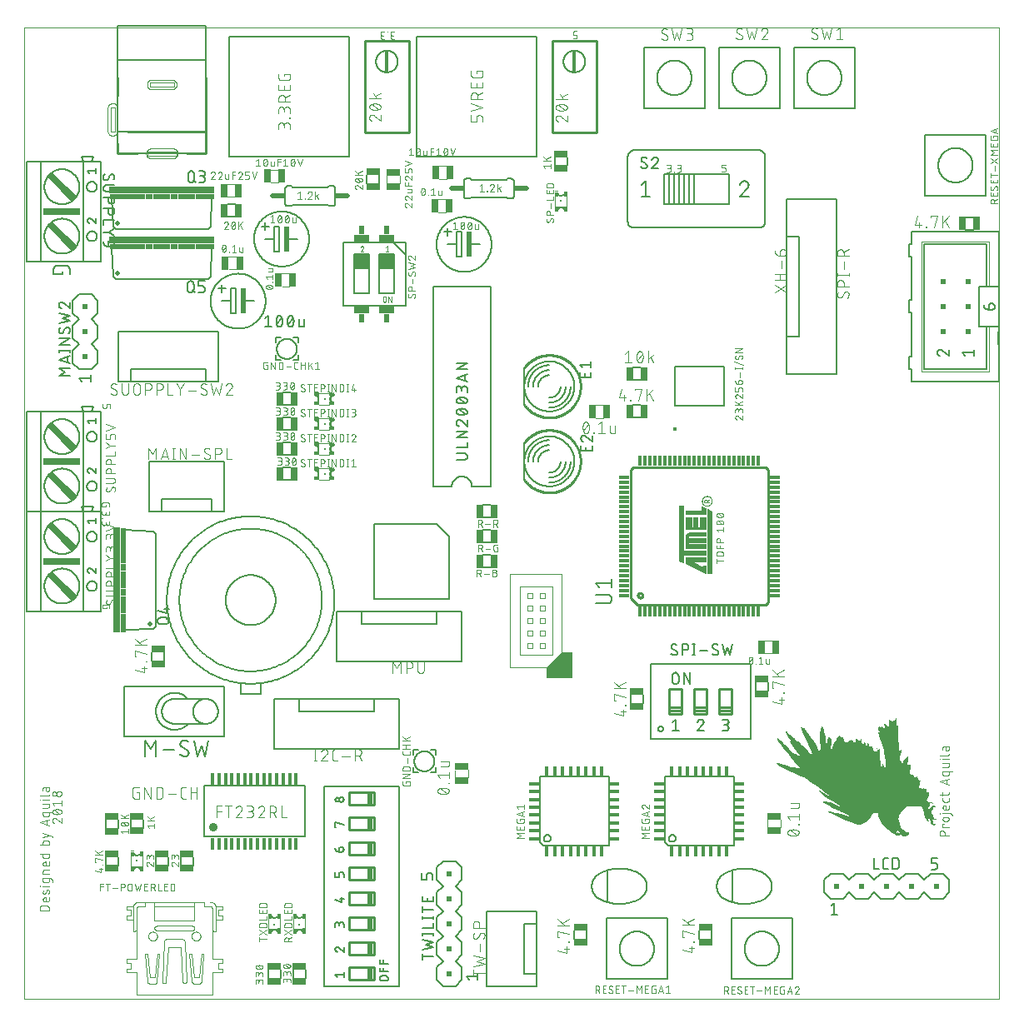
<source format=gto>
G04 EAGLE Gerber X2 export*
%TF.Part,Single*%
%TF.FileFunction,Other,Silk top*%
%TF.FilePolarity,Positive*%
%TF.GenerationSoftware,Autodesk,EAGLE,9.1.1*%
%TF.CreationDate,2018-08-10T13:45:34Z*%
G75*
%MOMM*%
%FSLAX34Y34*%
%LPD*%
%AMOC8*
5,1,8,0,0,1.08239X$1,22.5*%
G01*
%ADD10C,0.000000*%
%ADD11C,0.152400*%
%ADD12C,0.076200*%
%ADD13C,0.200000*%
%ADD14C,0.100000*%
%ADD15C,0.101600*%
%ADD16R,1.450100X0.750100*%
%ADD17R,0.750100X1.450100*%
%ADD18C,0.127000*%
%ADD19R,0.325000X0.500000*%
%ADD20R,0.150000X0.250000*%
%ADD21R,0.400000X0.175000*%
%ADD22R,0.200000X0.200000*%
%ADD23R,0.300000X0.300000*%
%ADD24R,0.325000X0.075000*%
%ADD25R,0.650000X1.400000*%
%ADD26R,1.400000X0.650000*%
%ADD27C,0.203200*%
%ADD28C,0.884400*%
%ADD29R,0.355600X1.295400*%
%ADD30C,0.254000*%
%ADD31R,0.508000X0.508000*%
%ADD32R,0.457200X0.990600*%
%ADD33R,0.990600X0.457200*%
%ADD34C,0.508000*%
%ADD35R,10.668000X0.762000*%
%ADD36R,1.905000X0.508000*%
%ADD37R,0.762000X0.508000*%
%ADD38R,1.778000X0.508000*%
%ADD39R,0.762000X10.668000*%
%ADD40R,0.508000X1.905000*%
%ADD41R,0.508000X0.762000*%
%ADD42R,0.508000X1.778000*%
%ADD43C,0.508000*%
%ADD44R,0.381000X0.508000*%
%ADD45R,0.300000X2.100000*%
%ADD46C,0.050800*%
%ADD47R,1.500000X0.750000*%
%ADD48R,1.500000X1.500000*%
%ADD49R,0.500000X0.950000*%
%ADD50R,0.500000X0.325000*%
%ADD51R,0.250000X0.150000*%
%ADD52R,0.175000X0.400000*%
%ADD53R,0.075000X0.325000*%
%ADD54C,0.609600*%
%ADD55R,3.810000X0.762000*%
%ADD56R,0.300200X1.049800*%
%ADD57R,0.300000X1.049800*%
%ADD58R,1.049800X0.300200*%
%ADD59R,1.049800X0.300000*%
%ADD60C,0.400000*%
%ADD61C,0.050000*%
%ADD62R,0.508000X2.540000*%
%ADD63C,0.177800*%

G36*
X895867Y177865D02*
X895867Y177865D01*
X895875Y177870D01*
X895888Y177869D01*
X897069Y178165D01*
X897078Y178172D01*
X897093Y178174D01*
X897768Y178510D01*
X897777Y178519D01*
X897793Y178526D01*
X898365Y179017D01*
X898371Y179028D01*
X898385Y179039D01*
X898820Y179655D01*
X898822Y179666D01*
X898831Y179677D01*
X899097Y180288D01*
X899097Y180297D01*
X899103Y180307D01*
X899266Y180953D01*
X899264Y180962D01*
X899269Y180973D01*
X899324Y181637D01*
X899322Y181642D01*
X899324Y181647D01*
X899324Y182610D01*
X899306Y182652D01*
X899289Y182695D01*
X899287Y182695D01*
X899286Y182698D01*
X899242Y182713D01*
X899200Y182729D01*
X899198Y182728D01*
X899196Y182729D01*
X899185Y182723D01*
X899127Y182700D01*
X898676Y182313D01*
X898187Y181996D01*
X897747Y181821D01*
X897281Y181761D01*
X896814Y181821D01*
X896375Y181996D01*
X895665Y182467D01*
X892786Y184626D01*
X891921Y185364D01*
X891205Y186239D01*
X890655Y187229D01*
X889400Y190526D01*
X888500Y193937D01*
X888298Y195606D01*
X888378Y197285D01*
X888737Y198927D01*
X888932Y199410D01*
X889206Y199860D01*
X890402Y201535D01*
X891597Y202971D01*
X893277Y204650D01*
X894959Y206334D01*
X894961Y206338D01*
X894966Y206341D01*
X895633Y207135D01*
X895635Y207144D01*
X895643Y207151D01*
X896178Y208038D01*
X896179Y208043D01*
X896182Y208046D01*
X896392Y208462D01*
X903044Y208462D01*
X905548Y208102D01*
X905553Y208104D01*
X905559Y208101D01*
X908094Y207981D01*
X908097Y207982D01*
X908100Y207981D01*
X911667Y207981D01*
X911758Y207908D01*
X911851Y207793D01*
X912378Y206873D01*
X912798Y205898D01*
X912960Y205322D01*
X913034Y204720D01*
X913108Y204109D01*
X913112Y204102D01*
X913111Y204092D01*
X913277Y203500D01*
X913282Y203494D01*
X913282Y203485D01*
X914001Y201803D01*
X914315Y200996D01*
X914478Y200145D01*
X914958Y197260D01*
X914964Y197252D01*
X914964Y197239D01*
X915056Y196985D01*
X915065Y196977D01*
X915069Y196961D01*
X915216Y196735D01*
X915225Y196729D01*
X915232Y196716D01*
X915954Y195992D01*
X916425Y195521D01*
X916706Y195089D01*
X916886Y194593D01*
X917072Y194084D01*
X917080Y194075D01*
X917084Y194059D01*
X917381Y193606D01*
X917392Y193598D01*
X917401Y193582D01*
X917727Y193290D01*
X917741Y193285D01*
X917755Y193271D01*
X918151Y193083D01*
X918165Y193083D01*
X918183Y193073D01*
X918439Y193032D01*
X918452Y193035D01*
X918471Y193031D01*
X918729Y193059D01*
X918741Y193066D01*
X918761Y193067D01*
X919002Y193163D01*
X919011Y193173D01*
X919030Y193179D01*
X919236Y193336D01*
X919240Y193343D01*
X919249Y193347D01*
X919729Y193830D01*
X919742Y193864D01*
X919762Y193894D01*
X919758Y193907D01*
X919763Y193919D01*
X919747Y193952D01*
X919739Y193987D01*
X919727Y193993D01*
X919721Y194005D01*
X919686Y194015D01*
X919655Y194033D01*
X919640Y194029D01*
X919630Y194032D01*
X919605Y194021D01*
X919579Y194014D01*
X919374Y193881D01*
X919157Y193817D01*
X918930Y193817D01*
X918713Y193881D01*
X918522Y194005D01*
X918255Y194309D01*
X918076Y194672D01*
X918035Y194895D01*
X918058Y195121D01*
X918144Y195331D01*
X918285Y195509D01*
X918520Y195675D01*
X918792Y195771D01*
X919080Y195787D01*
X919361Y195723D01*
X919637Y195571D01*
X919860Y195348D01*
X920018Y195060D01*
X920500Y194099D01*
X920821Y193422D01*
X920971Y192689D01*
X921093Y191934D01*
X921098Y191926D01*
X921097Y191915D01*
X921340Y191187D01*
X921346Y191181D01*
X921347Y191169D01*
X921703Y190490D01*
X921711Y190483D01*
X921716Y190471D01*
X922143Y189936D01*
X922153Y189931D01*
X922161Y189918D01*
X922696Y189491D01*
X922707Y189488D01*
X922718Y189477D01*
X923320Y189181D01*
X923331Y189181D01*
X923344Y189173D01*
X923995Y189010D01*
X924006Y189012D01*
X924020Y189007D01*
X924691Y188984D01*
X924704Y188989D01*
X924724Y188987D01*
X925016Y189060D01*
X925029Y189070D01*
X925053Y189076D01*
X925303Y189243D01*
X925312Y189257D01*
X925331Y189270D01*
X925333Y189271D01*
X925512Y189513D01*
X925514Y189522D01*
X925523Y189531D01*
X925763Y190011D01*
X925765Y190054D01*
X925771Y190097D01*
X925767Y190101D01*
X925768Y190106D01*
X925737Y190137D01*
X925710Y190170D01*
X925704Y190171D01*
X925701Y190175D01*
X925683Y190174D01*
X925633Y190181D01*
X925167Y190088D01*
X924703Y190088D01*
X924250Y190178D01*
X923629Y190455D01*
X923099Y190870D01*
X923012Y191000D01*
X922982Y191148D01*
X923012Y191296D01*
X923103Y191432D01*
X923817Y192145D01*
X923820Y192152D01*
X923827Y192155D01*
X923852Y192229D01*
X923852Y192469D01*
X923845Y192487D01*
X923842Y192518D01*
X922639Y195164D01*
X922637Y195166D01*
X922637Y195168D01*
X922437Y195569D01*
X922868Y195181D01*
X922877Y195178D01*
X922885Y195168D01*
X923911Y194533D01*
X923922Y194531D01*
X923933Y194522D01*
X924342Y194373D01*
X924354Y194373D01*
X924369Y194366D01*
X924801Y194316D01*
X924813Y194319D01*
X924829Y194316D01*
X925261Y194366D01*
X925272Y194372D01*
X925288Y194373D01*
X925697Y194522D01*
X925705Y194530D01*
X925721Y194534D01*
X926108Y194783D01*
X926114Y194793D01*
X926128Y194799D01*
X926453Y195125D01*
X926458Y195135D01*
X926469Y195144D01*
X926719Y195531D01*
X926720Y195537D01*
X926726Y195543D01*
X926967Y196023D01*
X926968Y196049D01*
X926979Y196073D01*
X926970Y196094D01*
X926972Y196118D01*
X926953Y196137D01*
X926943Y196161D01*
X926921Y196170D01*
X926905Y196186D01*
X926879Y196186D01*
X926854Y196195D01*
X926828Y196184D01*
X926809Y196184D01*
X926797Y196172D01*
X926782Y196166D01*
X926333Y195775D01*
X925845Y195464D01*
X925624Y195393D01*
X925398Y195407D01*
X925193Y195501D01*
X925028Y195671D01*
X924554Y196383D01*
X923129Y198517D01*
X923129Y199443D01*
X923123Y199458D01*
X923125Y199473D01*
X923098Y199513D01*
X923091Y199531D01*
X923086Y199532D01*
X923082Y199538D01*
X922132Y200254D01*
X921863Y200562D01*
X921682Y200926D01*
X921527Y201615D01*
X921527Y202323D01*
X921682Y203013D01*
X922162Y204018D01*
X922859Y204894D01*
X923577Y205611D01*
X923580Y205618D01*
X923587Y205621D01*
X923612Y205695D01*
X923612Y207320D01*
X923870Y207518D01*
X924210Y207659D01*
X924575Y207707D01*
X924939Y207659D01*
X925279Y207518D01*
X925577Y207289D01*
X926535Y206334D01*
X926561Y206323D01*
X926582Y206305D01*
X926604Y206307D01*
X926624Y206299D01*
X926649Y206311D01*
X926677Y206314D01*
X926690Y206331D01*
X926710Y206341D01*
X926718Y206368D01*
X926735Y206390D01*
X926732Y206416D01*
X926737Y206432D01*
X926729Y206449D01*
X926727Y206468D01*
X926321Y207352D01*
X926314Y207358D01*
X926310Y207370D01*
X925754Y208168D01*
X925744Y208174D01*
X925736Y208188D01*
X925328Y208559D01*
X925315Y208564D01*
X925302Y208578D01*
X924809Y208825D01*
X924795Y208826D01*
X924778Y208836D01*
X924237Y208941D01*
X924224Y208938D01*
X924208Y208943D01*
X923281Y208893D01*
X923271Y208888D01*
X923256Y208889D01*
X922360Y208644D01*
X922352Y208637D01*
X922337Y208635D01*
X921514Y208206D01*
X921507Y208197D01*
X921494Y208192D01*
X920699Y207543D01*
X920695Y207534D01*
X920683Y207526D01*
X920032Y206734D01*
X920030Y206728D01*
X920025Y206724D01*
X919158Y205422D01*
X918546Y206239D01*
X918450Y206456D01*
X918424Y206688D01*
X918470Y206916D01*
X918582Y207120D01*
X918762Y207290D01*
X920200Y208489D01*
X920203Y208494D01*
X920208Y208497D01*
X920451Y208740D01*
X920454Y208747D01*
X920461Y208750D01*
X920486Y208824D01*
X920486Y211168D01*
X920814Y211420D01*
X921236Y211595D01*
X921689Y211655D01*
X922141Y211595D01*
X922563Y211420D01*
X922931Y211137D01*
X923649Y210421D01*
X923678Y210409D01*
X923704Y210389D01*
X923721Y210392D01*
X923738Y210386D01*
X923766Y210400D01*
X923798Y210405D01*
X923808Y210420D01*
X923824Y210428D01*
X923833Y210458D01*
X923851Y210485D01*
X923847Y210505D01*
X923851Y210519D01*
X923842Y210539D01*
X923838Y210562D01*
X923443Y211291D01*
X923433Y211299D01*
X923426Y211316D01*
X922861Y211922D01*
X922849Y211927D01*
X922837Y211942D01*
X922138Y212387D01*
X922125Y212389D01*
X922111Y212400D01*
X921322Y212654D01*
X921309Y212653D01*
X921292Y212660D01*
X920464Y212708D01*
X920452Y212704D01*
X920434Y212706D01*
X919621Y212545D01*
X919615Y212541D01*
X919606Y212541D01*
X918981Y212333D01*
X918824Y212629D01*
X918816Y212635D01*
X918811Y212648D01*
X918535Y212986D01*
X918530Y212988D01*
X918527Y212994D01*
X916602Y214920D01*
X916591Y214925D01*
X916584Y214936D01*
X916526Y214950D01*
X916523Y214951D01*
X917334Y215962D01*
X917336Y215970D01*
X917344Y215977D01*
X918214Y217483D01*
X918215Y217491D01*
X918222Y217498D01*
X918867Y219113D01*
X918867Y219121D01*
X918872Y219130D01*
X919280Y220820D01*
X919279Y220824D01*
X919282Y220828D01*
X919522Y222269D01*
X919517Y222287D01*
X919522Y222304D01*
X919506Y222331D01*
X919498Y222362D01*
X919482Y222371D01*
X919473Y222386D01*
X919442Y222393D01*
X919414Y222408D01*
X919397Y222402D01*
X919379Y222406D01*
X919343Y222384D01*
X919324Y222377D01*
X919320Y222370D01*
X919312Y222365D01*
X918126Y220943D01*
X917871Y220815D01*
X918080Y222272D01*
X918069Y222311D01*
X918064Y222351D01*
X918057Y222356D01*
X918055Y222364D01*
X918019Y222383D01*
X917986Y222406D01*
X917976Y222405D01*
X917970Y222408D01*
X917951Y222401D01*
X917909Y222396D01*
X917051Y221968D01*
X916874Y222324D01*
X916636Y224229D01*
X916634Y224232D01*
X916635Y224234D01*
X916635Y224235D01*
X916635Y224237D01*
X916395Y225438D01*
X916387Y225450D01*
X916387Y225464D01*
X916361Y225488D01*
X916340Y225517D01*
X916326Y225519D01*
X916316Y225528D01*
X916281Y225525D01*
X916245Y225530D01*
X916235Y225521D01*
X916221Y225520D01*
X916184Y225479D01*
X916172Y225469D01*
X916171Y225465D01*
X916168Y225462D01*
X915549Y224015D01*
X915432Y224249D01*
X915194Y226151D01*
X915172Y226188D01*
X915153Y226227D01*
X915148Y226228D01*
X915145Y226233D01*
X915113Y226240D01*
X915076Y226253D01*
X915073Y226253D01*
X915071Y226252D01*
X915062Y226254D01*
X915057Y226252D01*
X915052Y226253D01*
X915037Y226243D01*
X914992Y226220D01*
X914407Y225636D01*
X913985Y226898D01*
X913960Y226926D01*
X913941Y226957D01*
X913929Y226960D01*
X913921Y226969D01*
X913884Y226969D01*
X913847Y226977D01*
X913836Y226970D01*
X913825Y226970D01*
X913812Y226955D01*
X913780Y226936D01*
X912663Y225592D01*
X912274Y225980D01*
X912268Y225983D01*
X912265Y225988D01*
X912259Y225991D01*
X912254Y225996D01*
X911819Y226276D01*
X911807Y226278D01*
X911793Y226289D01*
X911302Y226453D01*
X911289Y226451D01*
X911273Y226458D01*
X910757Y226496D01*
X910753Y226495D01*
X910748Y226496D01*
X909554Y226496D01*
X909495Y226506D01*
X909457Y226530D01*
X909433Y226567D01*
X909424Y226621D01*
X909903Y231412D01*
X910384Y234535D01*
X910383Y234538D01*
X910385Y234541D01*
X910371Y234583D01*
X910359Y234627D01*
X910356Y234629D01*
X910355Y234632D01*
X910315Y234651D01*
X910275Y234672D01*
X910272Y234671D01*
X910269Y234672D01*
X910194Y234648D01*
X909423Y234070D01*
X909423Y235275D01*
X909421Y235280D01*
X909423Y235284D01*
X909402Y235323D01*
X909385Y235363D01*
X909380Y235364D01*
X909378Y235369D01*
X909304Y235394D01*
X907953Y235394D01*
X907256Y238189D01*
X907245Y238203D01*
X907242Y238222D01*
X907216Y238240D01*
X907197Y238265D01*
X907179Y238266D01*
X907164Y238277D01*
X907122Y238271D01*
X907102Y238273D01*
X907096Y238268D01*
X907087Y238267D01*
X904357Y236903D01*
X904284Y237724D01*
X904280Y237732D01*
X904281Y237743D01*
X904039Y238713D01*
X904034Y238719D01*
X904033Y238730D01*
X903643Y239651D01*
X903635Y239658D01*
X903630Y239673D01*
X903401Y239996D01*
X903389Y240003D01*
X903379Y240020D01*
X903071Y240268D01*
X903057Y240272D01*
X903043Y240285D01*
X902679Y240441D01*
X902665Y240441D01*
X902648Y240450D01*
X902255Y240501D01*
X902242Y240497D01*
X902222Y240500D01*
X901831Y240443D01*
X901830Y240443D01*
X901411Y240378D01*
X901005Y240420D01*
X900623Y240563D01*
X900290Y240799D01*
X900027Y241111D01*
X899710Y241763D01*
X899552Y242470D01*
X899564Y243201D01*
X900284Y247759D01*
X900764Y250404D01*
X900764Y250405D01*
X900765Y250406D01*
X900753Y250452D01*
X900742Y250497D01*
X900741Y250497D01*
X900741Y250499D01*
X900699Y250521D01*
X900659Y250544D01*
X900658Y250543D01*
X900656Y250544D01*
X900581Y250524D01*
X899860Y250043D01*
X899857Y250039D01*
X899852Y250037D01*
X898963Y249327D01*
X899798Y251830D01*
X899796Y251850D01*
X899804Y251867D01*
X899792Y251895D01*
X899790Y251925D01*
X899774Y251937D01*
X899766Y251955D01*
X899738Y251965D01*
X899714Y251984D01*
X899695Y251980D01*
X899676Y251987D01*
X899639Y251971D01*
X899619Y251968D01*
X899614Y251960D01*
X899605Y251956D01*
X898530Y250974D01*
X898525Y250964D01*
X898513Y250956D01*
X897664Y249774D01*
X897663Y249768D01*
X897657Y249763D01*
X896933Y248495D01*
X896979Y250073D01*
X897396Y252082D01*
X897877Y254005D01*
X897876Y254008D01*
X897878Y254011D01*
X898119Y255212D01*
X898116Y255227D01*
X898120Y255240D01*
X898112Y255255D01*
X898112Y255282D01*
X898102Y255291D01*
X898099Y255305D01*
X898079Y255317D01*
X898075Y255324D01*
X898062Y255328D01*
X898042Y255347D01*
X898026Y255347D01*
X898016Y255353D01*
X898002Y255349D01*
X898001Y255350D01*
X897988Y255350D01*
X897984Y255348D01*
X897964Y255348D01*
X897432Y255170D01*
X897546Y255828D01*
X897872Y256632D01*
X897872Y256633D01*
X897872Y256634D01*
X898052Y257101D01*
X898052Y257113D01*
X898059Y257129D01*
X898120Y257625D01*
X898118Y257632D01*
X898121Y257640D01*
X898121Y258361D01*
X898103Y258402D01*
X898087Y258444D01*
X898084Y258446D01*
X898083Y258449D01*
X898040Y258463D01*
X897999Y258480D01*
X897995Y258479D01*
X897993Y258480D01*
X897980Y258473D01*
X897926Y258453D01*
X896805Y257520D01*
X897153Y258563D01*
X897151Y258582D01*
X897159Y258600D01*
X897147Y258628D01*
X897145Y258658D01*
X897129Y258670D01*
X897122Y258688D01*
X897093Y258698D01*
X897069Y258717D01*
X897050Y258714D01*
X897032Y258720D01*
X896994Y258704D01*
X896974Y258701D01*
X896969Y258693D01*
X896960Y258689D01*
X895260Y257147D01*
X895257Y257140D01*
X895248Y257134D01*
X893795Y255358D01*
X893792Y255350D01*
X893784Y255344D01*
X892610Y253372D01*
X892609Y253368D01*
X892605Y253364D01*
X891966Y252087D01*
X891196Y253041D01*
X890495Y254255D01*
X889994Y255564D01*
X889703Y256935D01*
X889644Y258218D01*
X889803Y259493D01*
X890178Y260731D01*
X891142Y263857D01*
X891141Y263861D01*
X891144Y263866D01*
X891625Y266032D01*
X891625Y266036D01*
X891627Y266040D01*
X891616Y266082D01*
X891607Y266126D01*
X891604Y266128D01*
X891603Y266132D01*
X891564Y266153D01*
X891526Y266176D01*
X891522Y266175D01*
X891518Y266177D01*
X891443Y266157D01*
X890725Y265676D01*
X890038Y265271D01*
X889302Y264966D01*
X888742Y264779D01*
X888742Y267980D01*
X888741Y267982D01*
X888742Y267985D01*
X888261Y278567D01*
X888258Y278573D01*
X888260Y278582D01*
X888020Y280024D01*
X888019Y280024D01*
X888019Y280025D01*
X887609Y282283D01*
X887540Y284573D01*
X887780Y289858D01*
X887778Y289863D01*
X887780Y289868D01*
X887761Y289906D01*
X887746Y289947D01*
X887741Y289949D01*
X887738Y289954D01*
X887697Y289966D01*
X887657Y289982D01*
X887652Y289980D01*
X887647Y289981D01*
X887577Y289947D01*
X886583Y288955D01*
X886636Y291552D01*
X886633Y291558D01*
X886635Y291567D01*
X886337Y294445D01*
X886335Y294448D01*
X886336Y294453D01*
X885855Y297339D01*
X885831Y297374D01*
X885812Y297412D01*
X885806Y297414D01*
X885802Y297419D01*
X885761Y297426D01*
X885720Y297437D01*
X885713Y297434D01*
X885708Y297435D01*
X885694Y297423D01*
X885650Y297401D01*
X885543Y297287D01*
X885431Y297168D01*
X885430Y297168D01*
X885318Y297049D01*
X885205Y296929D01*
X885093Y296810D01*
X885042Y296756D01*
X885038Y296746D01*
X885026Y296736D01*
X884571Y295976D01*
X884569Y295964D01*
X884560Y295952D01*
X884277Y295112D01*
X884278Y295101D01*
X884272Y295087D01*
X884185Y294281D01*
X883425Y295229D01*
X883419Y295232D01*
X883416Y295238D01*
X883378Y295253D01*
X883340Y295273D01*
X883334Y295271D01*
X883327Y295273D01*
X883255Y295245D01*
X882736Y294803D01*
X882732Y294795D01*
X882722Y294789D01*
X882286Y294277D01*
X882262Y294257D01*
X882251Y294254D01*
X882239Y294257D01*
X882214Y294278D01*
X881553Y295015D01*
X881543Y295020D01*
X881534Y295032D01*
X880726Y295617D01*
X880715Y295619D01*
X880704Y295630D01*
X879790Y296030D01*
X879778Y296030D01*
X879765Y296037D01*
X878788Y296235D01*
X878772Y296231D01*
X878749Y296236D01*
X878653Y296224D01*
X878636Y296214D01*
X878604Y296206D01*
X878522Y296154D01*
X878511Y296137D01*
X878485Y296117D01*
X878434Y296035D01*
X878431Y296015D01*
X878416Y295986D01*
X878405Y295889D01*
X878408Y295877D01*
X878405Y295860D01*
X878645Y293940D01*
X878732Y292743D01*
X878652Y291549D01*
X878408Y290380D01*
X878220Y289895D01*
X877948Y289460D01*
X877813Y289339D01*
X877649Y289276D01*
X877473Y289276D01*
X877309Y289339D01*
X877173Y289462D01*
X876789Y290026D01*
X876465Y290642D01*
X876462Y290644D01*
X876461Y290647D01*
X876212Y291063D01*
X876202Y291070D01*
X876196Y291085D01*
X875860Y291435D01*
X875849Y291439D01*
X875839Y291452D01*
X875434Y291718D01*
X875422Y291720D01*
X875410Y291730D01*
X874956Y291900D01*
X874950Y291899D01*
X874943Y291904D01*
X873983Y292144D01*
X873953Y292139D01*
X873923Y292143D01*
X873908Y292131D01*
X873889Y292128D01*
X873872Y292102D01*
X873848Y292083D01*
X873845Y292061D01*
X873836Y292048D01*
X873841Y292031D01*
X873837Y292006D01*
X874375Y289150D01*
X874555Y286252D01*
X874555Y285826D01*
X874554Y285826D01*
X874549Y285827D01*
X874529Y285849D01*
X873726Y287100D01*
X873717Y287107D01*
X873710Y287120D01*
X872652Y288178D01*
X872642Y288183D01*
X872632Y288194D01*
X871372Y289002D01*
X871367Y289003D01*
X871361Y289009D01*
X870880Y289249D01*
X870848Y289250D01*
X870818Y289261D01*
X870802Y289253D01*
X870785Y289254D01*
X870762Y289231D01*
X870733Y289216D01*
X870727Y289197D01*
X870716Y289187D01*
X870717Y289169D01*
X870708Y289142D01*
X870708Y288181D01*
X870712Y288171D01*
X870710Y288158D01*
X870880Y287312D01*
X868502Y289471D01*
X868495Y289474D01*
X868491Y289480D01*
X868451Y289489D01*
X868412Y289502D01*
X868405Y289498D01*
X868398Y289500D01*
X868331Y289460D01*
X868050Y289126D01*
X868047Y289114D01*
X868036Y289103D01*
X867836Y288716D01*
X867835Y288704D01*
X867826Y288690D01*
X867590Y287742D01*
X867592Y287730D01*
X867587Y287714D01*
X867582Y286738D01*
X867586Y286727D01*
X867585Y286711D01*
X867750Y285965D01*
X867756Y285956D01*
X867758Y285942D01*
X868073Y285246D01*
X868076Y285244D01*
X868076Y285240D01*
X870961Y279712D01*
X872392Y276611D01*
X872392Y276573D01*
X867802Y283914D01*
X867785Y283926D01*
X867775Y283944D01*
X867769Y283946D01*
X867765Y283951D01*
X867744Y283955D01*
X867742Y283956D01*
X867723Y283968D01*
X867712Y283966D01*
X867701Y283970D01*
X867688Y283964D01*
X867671Y283966D01*
X867653Y283952D01*
X867630Y283947D01*
X867624Y283936D01*
X867614Y283931D01*
X867609Y283918D01*
X867596Y283907D01*
X867591Y283880D01*
X867582Y283864D01*
X867586Y283850D01*
X867582Y283841D01*
X867585Y283837D01*
X867584Y283830D01*
X868016Y281384D01*
X868020Y281377D01*
X868020Y281368D01*
X868789Y279005D01*
X868790Y279003D01*
X868790Y279000D01*
X871916Y270585D01*
X872877Y267707D01*
X873381Y265701D01*
X873594Y263640D01*
X873746Y261707D01*
X873748Y261703D01*
X873747Y261696D01*
X874076Y259783D01*
X875038Y253778D01*
X875511Y245022D01*
X875305Y245297D01*
X874991Y245926D01*
X874790Y246606D01*
X874551Y247802D01*
X874546Y247810D01*
X874547Y247818D01*
X874519Y247848D01*
X874496Y247881D01*
X874488Y247882D01*
X874482Y247888D01*
X874442Y247888D01*
X874402Y247894D01*
X874395Y247888D01*
X874386Y247888D01*
X874329Y247835D01*
X874170Y247538D01*
X874169Y247525D01*
X874160Y247511D01*
X874078Y247184D01*
X874080Y247171D01*
X874074Y247155D01*
X874075Y246824D01*
X874068Y246761D01*
X874046Y246726D01*
X874010Y246703D01*
X873968Y246699D01*
X873905Y246721D01*
X873857Y246769D01*
X873830Y246846D01*
X873592Y248748D01*
X873592Y248982D01*
X873590Y248987D01*
X873592Y248994D01*
X873586Y249053D01*
X873576Y249070D01*
X873566Y249107D01*
X873534Y249156D01*
X873517Y249167D01*
X873491Y249195D01*
X873438Y249223D01*
X873418Y249225D01*
X873382Y249237D01*
X873323Y249237D01*
X873304Y249229D01*
X873267Y249223D01*
X873214Y249195D01*
X873202Y249180D01*
X873171Y249156D01*
X873139Y249107D01*
X873135Y249087D01*
X873119Y249053D01*
X873113Y248994D01*
X873114Y248993D01*
X873113Y248991D01*
X873108Y248922D01*
X873086Y248887D01*
X873051Y248865D01*
X873009Y248861D01*
X872946Y248885D01*
X872897Y248935D01*
X872867Y249016D01*
X872387Y251174D01*
X872378Y251187D01*
X872373Y251210D01*
X872339Y251265D01*
X872323Y251276D01*
X872296Y251307D01*
X872240Y251338D01*
X872220Y251340D01*
X872182Y251353D01*
X872117Y251353D01*
X872099Y251345D01*
X872059Y251338D01*
X872003Y251307D01*
X871991Y251291D01*
X871960Y251265D01*
X871926Y251210D01*
X871924Y251193D01*
X871911Y251171D01*
X871654Y249860D01*
X871656Y249850D01*
X871652Y249836D01*
X871669Y248508D01*
X871662Y248445D01*
X871640Y248409D01*
X871604Y248386D01*
X871557Y248381D01*
X871117Y248498D01*
X870724Y248738D01*
X870417Y249081D01*
X870219Y249502D01*
X869993Y250507D01*
X869913Y251540D01*
X869985Y252576D01*
X870224Y254257D01*
X870218Y254279D01*
X870222Y254302D01*
X870206Y254323D01*
X870198Y254349D01*
X870178Y254360D01*
X870164Y254378D01*
X870137Y254381D01*
X870113Y254393D01*
X870092Y254385D01*
X870069Y254387D01*
X870042Y254367D01*
X870024Y254360D01*
X870017Y254348D01*
X870007Y254340D01*
X869243Y253192D01*
X869021Y256923D01*
X869021Y263412D01*
X869021Y263413D01*
X869021Y263415D01*
X868978Y265343D01*
X868976Y265347D01*
X868978Y265353D01*
X868781Y267271D01*
X868780Y267273D01*
X868780Y267276D01*
X868540Y268961D01*
X868519Y268995D01*
X868502Y269032D01*
X868494Y269035D01*
X868490Y269042D01*
X868450Y269050D01*
X868411Y269063D01*
X868404Y269059D01*
X868396Y269060D01*
X868363Y269036D01*
X868328Y269017D01*
X868325Y269008D01*
X868319Y269004D01*
X868313Y268973D01*
X868303Y268943D01*
X868324Y266898D01*
X868064Y264873D01*
X867927Y264186D01*
X867703Y265051D01*
X867697Y265059D01*
X867696Y265072D01*
X867088Y266349D01*
X867084Y266353D01*
X867082Y266359D01*
X866361Y267560D01*
X866345Y267572D01*
X866344Y267573D01*
X866342Y267574D01*
X866331Y267582D01*
X866305Y267609D01*
X866293Y267609D01*
X866283Y267616D01*
X866247Y267608D01*
X866210Y267608D01*
X866202Y267599D01*
X866190Y267596D01*
X866171Y267564D01*
X866146Y267536D01*
X866146Y267523D01*
X866141Y267514D01*
X866147Y267486D01*
X866147Y267458D01*
X866653Y266064D01*
X866860Y264609D01*
X866841Y264380D01*
X866769Y264162D01*
X866647Y263969D01*
X866378Y263718D01*
X866050Y263555D01*
X865690Y263490D01*
X865323Y263529D01*
X864730Y263738D01*
X864181Y264051D01*
X863698Y264457D01*
X862886Y265452D01*
X862278Y266589D01*
X861078Y269470D01*
X861065Y269482D01*
X861060Y269499D01*
X861032Y269514D01*
X861009Y269536D01*
X860991Y269535D01*
X860975Y269543D01*
X860945Y269532D01*
X860914Y269530D01*
X860902Y269516D01*
X860886Y269510D01*
X860866Y269471D01*
X860853Y269456D01*
X860854Y269448D01*
X860850Y269441D01*
X860664Y268135D01*
X860113Y269237D01*
X860096Y269251D01*
X860087Y269272D01*
X860061Y269281D01*
X860039Y269299D01*
X860017Y269296D01*
X859997Y269303D01*
X859972Y269290D01*
X859944Y269286D01*
X859932Y269268D01*
X859912Y269258D01*
X859901Y269224D01*
X859889Y269208D01*
X859891Y269196D01*
X859887Y269184D01*
X859887Y267986D01*
X859879Y267901D01*
X859847Y267842D01*
X859794Y267801D01*
X859730Y267784D01*
X859664Y267794D01*
X859602Y267832D01*
X858881Y268659D01*
X858325Y269613D01*
X857956Y270659D01*
X857477Y272579D01*
X857454Y272608D01*
X857438Y272641D01*
X857426Y272645D01*
X857418Y272655D01*
X857381Y272658D01*
X857346Y272668D01*
X857334Y272662D01*
X857323Y272663D01*
X857308Y272650D01*
X857276Y272634D01*
X856888Y272239D01*
X856884Y272229D01*
X856873Y272220D01*
X856575Y271754D01*
X856573Y271743D01*
X856564Y271732D01*
X856369Y271214D01*
X856370Y271203D01*
X856363Y271190D01*
X856280Y270644D01*
X856250Y270483D01*
X856184Y270348D01*
X856143Y270303D01*
X856085Y270239D01*
X856006Y270195D01*
X855919Y270179D01*
X855831Y270195D01*
X855750Y270241D01*
X855288Y270701D01*
X854953Y271194D01*
X854719Y271741D01*
X854592Y272335D01*
X854591Y272336D01*
X854591Y272338D01*
X854507Y272693D01*
X854499Y272702D01*
X854497Y272719D01*
X854333Y273045D01*
X854324Y273053D01*
X854318Y273068D01*
X854083Y273348D01*
X854070Y273354D01*
X854056Y273371D01*
X853945Y273442D01*
X853928Y273445D01*
X853904Y273459D01*
X853775Y273484D01*
X853757Y273480D01*
X853730Y273484D01*
X853600Y273459D01*
X853585Y273449D01*
X853559Y273442D01*
X853448Y273371D01*
X853438Y273357D01*
X853416Y273342D01*
X853254Y273122D01*
X853250Y273106D01*
X853236Y273086D01*
X853158Y272824D01*
X853158Y272822D01*
X853156Y272819D01*
X853000Y272201D01*
X852695Y271660D01*
X852530Y271496D01*
X852324Y271387D01*
X852097Y271341D01*
X851865Y271363D01*
X851650Y271451D01*
X851345Y271695D01*
X851122Y272015D01*
X850999Y272386D01*
X850985Y272789D01*
X851025Y273504D01*
X851023Y273510D01*
X851025Y273518D01*
X850985Y274239D01*
X850984Y274241D01*
X850985Y274245D01*
X850746Y276397D01*
X850753Y276468D01*
X850747Y276486D01*
X850747Y276520D01*
X850719Y276599D01*
X850706Y276613D01*
X850691Y276643D01*
X850632Y276702D01*
X850614Y276709D01*
X850588Y276730D01*
X850509Y276758D01*
X850489Y276757D01*
X850457Y276764D01*
X850373Y276756D01*
X850358Y276747D01*
X850331Y276743D01*
X850124Y276634D01*
X850115Y276622D01*
X850095Y276613D01*
X849930Y276448D01*
X849925Y276434D01*
X849909Y276419D01*
X849800Y276212D01*
X849800Y276208D01*
X849796Y276203D01*
X849590Y275714D01*
X849327Y275264D01*
X849123Y275016D01*
X848880Y274815D01*
X848619Y274692D01*
X848336Y274653D01*
X848055Y274700D01*
X847800Y274829D01*
X847592Y275033D01*
X846638Y276463D01*
X846635Y276465D01*
X846633Y276470D01*
X846319Y276877D01*
X846308Y276883D01*
X846298Y276898D01*
X845891Y277212D01*
X845876Y277216D01*
X845859Y277230D01*
X845702Y277288D01*
X845685Y277287D01*
X845661Y277295D01*
X845494Y277295D01*
X845478Y277288D01*
X845453Y277288D01*
X845296Y277230D01*
X845284Y277219D01*
X845262Y277211D01*
X845030Y277024D01*
X845023Y277010D01*
X845006Y276997D01*
X844840Y276749D01*
X844837Y276734D01*
X844825Y276717D01*
X844740Y276431D01*
X844741Y276419D01*
X844735Y276405D01*
X844669Y275443D01*
X844671Y275436D01*
X844669Y275427D01*
X844735Y274470D01*
X844731Y274232D01*
X844660Y274019D01*
X844528Y273837D01*
X844245Y273628D01*
X843912Y273517D01*
X843561Y273514D01*
X843223Y273620D01*
X842593Y274021D01*
X842052Y274558D01*
X841503Y275104D01*
X841493Y275108D01*
X841484Y275120D01*
X840831Y275536D01*
X840817Y275539D01*
X840800Y275550D01*
X840543Y275626D01*
X840526Y275623D01*
X840502Y275630D01*
X840234Y275612D01*
X840219Y275604D01*
X840194Y275602D01*
X839949Y275492D01*
X839938Y275479D01*
X839915Y275469D01*
X839723Y275281D01*
X839722Y275281D01*
X839722Y275280D01*
X839604Y275163D01*
X839473Y275097D01*
X839312Y275075D01*
X838800Y275028D01*
X838789Y275022D01*
X838773Y275022D01*
X838283Y274858D01*
X838274Y274850D01*
X838258Y274847D01*
X837819Y274574D01*
X837813Y274565D01*
X837799Y274558D01*
X837379Y274148D01*
X837375Y274138D01*
X837363Y274129D01*
X837038Y273641D01*
X837036Y273630D01*
X837027Y273619D01*
X836811Y273079D01*
X836744Y272947D01*
X836645Y272861D01*
X836521Y272820D01*
X836390Y272829D01*
X836254Y272896D01*
X835914Y273077D01*
X835898Y273078D01*
X835877Y273089D01*
X835496Y273152D01*
X835481Y273148D01*
X835458Y273152D01*
X835077Y273089D01*
X835063Y273080D01*
X835040Y273077D01*
X834702Y272897D01*
X834574Y272837D01*
X834456Y272837D01*
X834343Y272890D01*
X833855Y273347D01*
X833463Y273896D01*
X833183Y274519D01*
X832463Y276436D01*
X832271Y277046D01*
X832193Y277673D01*
X832229Y278315D01*
X832226Y278323D01*
X832229Y278333D01*
X832220Y278430D01*
X832210Y278447D01*
X832203Y278482D01*
X832151Y278565D01*
X832135Y278576D01*
X832113Y278603D01*
X832030Y278655D01*
X832010Y278658D01*
X831978Y278672D01*
X831881Y278681D01*
X831865Y278676D01*
X831840Y278678D01*
X831488Y278587D01*
X831479Y278581D01*
X831464Y278579D01*
X831139Y278416D01*
X831132Y278408D01*
X831117Y278403D01*
X830835Y278177D01*
X830641Y278035D01*
X830428Y277963D01*
X830204Y277959D01*
X830066Y278001D01*
X829950Y278085D01*
X829866Y278201D01*
X829819Y278353D01*
X829734Y278720D01*
X829728Y278728D01*
X829727Y278742D01*
X829573Y279090D01*
X829564Y279099D01*
X829558Y279115D01*
X829355Y279378D01*
X829342Y279385D01*
X829330Y279402D01*
X829059Y279594D01*
X829044Y279597D01*
X829027Y279610D01*
X828712Y279715D01*
X828697Y279714D01*
X828678Y279722D01*
X828346Y279730D01*
X828332Y279725D01*
X828311Y279726D01*
X827990Y279638D01*
X827980Y279630D01*
X827963Y279627D01*
X827312Y279259D01*
X827306Y279251D01*
X827293Y279246D01*
X826724Y278759D01*
X826720Y278750D01*
X826708Y278743D01*
X826244Y278156D01*
X826243Y278150D01*
X826237Y278145D01*
X825036Y276222D01*
X824365Y275231D01*
X823600Y274308D01*
X823600Y274306D01*
X823598Y274305D01*
X823087Y273650D01*
X823085Y273642D01*
X823077Y273635D01*
X822673Y272908D01*
X822672Y272900D01*
X822665Y272891D01*
X822379Y272111D01*
X822379Y272108D01*
X822377Y272104D01*
X820938Y267303D01*
X820792Y267016D01*
X820570Y266794D01*
X820291Y266654D01*
X820136Y266634D01*
X819986Y266669D01*
X819857Y266754D01*
X819767Y266880D01*
X819724Y267034D01*
X819724Y268456D01*
X819965Y271578D01*
X819965Y271579D01*
X819965Y271580D01*
X820205Y275429D01*
X820203Y275435D01*
X820205Y275443D01*
X820178Y275915D01*
X820173Y275926D01*
X820173Y275943D01*
X820038Y276396D01*
X820031Y276405D01*
X820028Y276421D01*
X819792Y276832D01*
X819782Y276839D01*
X819776Y276854D01*
X819452Y277200D01*
X819046Y277631D01*
X818747Y278142D01*
X818746Y278143D01*
X818746Y278144D01*
X818567Y278441D01*
X818557Y278448D01*
X818549Y278464D01*
X818303Y278709D01*
X818291Y278714D01*
X818279Y278727D01*
X817981Y278905D01*
X817966Y278906D01*
X817947Y278918D01*
X817746Y278966D01*
X817729Y278962D01*
X817702Y278968D01*
X817497Y278939D01*
X817482Y278930D01*
X817456Y278925D01*
X817275Y278825D01*
X817264Y278811D01*
X817241Y278797D01*
X817108Y278638D01*
X817105Y278626D01*
X817092Y278613D01*
X816813Y278028D01*
X816812Y278021D01*
X816807Y278013D01*
X816606Y277396D01*
X816606Y277390D01*
X816602Y277384D01*
X816301Y275951D01*
X816302Y275946D01*
X816299Y275941D01*
X816121Y274490D01*
X816004Y273822D01*
X815769Y273194D01*
X815423Y272625D01*
X815315Y272519D01*
X815183Y272453D01*
X815040Y272431D01*
X814899Y272459D01*
X814782Y272537D01*
X814704Y272653D01*
X814673Y272802D01*
X814673Y275436D01*
X814671Y275440D01*
X814673Y275446D01*
X814610Y276177D01*
X814606Y276184D01*
X814607Y276195D01*
X814430Y276907D01*
X814429Y276908D01*
X814429Y276909D01*
X814115Y278089D01*
X813952Y279299D01*
X813788Y280517D01*
X813785Y280523D01*
X813785Y280532D01*
X813468Y281719D01*
X813466Y281721D01*
X813466Y281726D01*
X812986Y283164D01*
X812675Y284341D01*
X812509Y285551D01*
X812509Y285552D01*
X812509Y285553D01*
X812345Y286652D01*
X812341Y286659D01*
X812341Y286669D01*
X812022Y287734D01*
X812015Y287743D01*
X812013Y287757D01*
X811721Y288289D01*
X811709Y288298D01*
X811701Y288316D01*
X811272Y288745D01*
X811258Y288751D01*
X811243Y288767D01*
X810903Y288946D01*
X810887Y288947D01*
X810866Y288958D01*
X810486Y289020D01*
X810478Y289018D01*
X810467Y289021D01*
X810227Y289021D01*
X810193Y289006D01*
X810157Y288998D01*
X810149Y288987D01*
X810139Y288983D01*
X810133Y288964D01*
X810112Y288934D01*
X809214Y285727D01*
X809214Y285721D01*
X809211Y285714D01*
X808664Y282429D01*
X808666Y282423D01*
X808663Y282416D01*
X808444Y278448D01*
X808445Y278444D01*
X808444Y278441D01*
X808445Y278440D01*
X808444Y278434D01*
X808663Y274466D01*
X808663Y274465D01*
X808956Y270267D01*
X808906Y266070D01*
X808839Y265718D01*
X808683Y265403D01*
X808582Y265295D01*
X808523Y265232D01*
X808320Y265118D01*
X808091Y265072D01*
X807860Y265098D01*
X807644Y265196D01*
X807003Y265719D01*
X806478Y266366D01*
X805947Y267284D01*
X805528Y268262D01*
X804808Y270423D01*
X804805Y270426D01*
X804805Y270431D01*
X804216Y271826D01*
X804209Y271833D01*
X804205Y271847D01*
X803352Y273097D01*
X803348Y273100D01*
X803346Y273105D01*
X802383Y274307D01*
X800705Y276467D01*
X799264Y278627D01*
X798385Y280008D01*
X798379Y280012D01*
X798376Y280020D01*
X797333Y281284D01*
X797332Y281284D01*
X797332Y281285D01*
X796444Y282325D01*
X795654Y283440D01*
X795652Y283442D01*
X795650Y283445D01*
X794689Y284648D01*
X794689Y284649D01*
X794688Y284649D01*
X793870Y285653D01*
X793257Y286793D01*
X793256Y286795D01*
X793255Y286797D01*
X792964Y287298D01*
X792953Y287306D01*
X792945Y287322D01*
X792535Y287733D01*
X792523Y287737D01*
X792511Y287751D01*
X792010Y288043D01*
X791999Y288044D01*
X791988Y288053D01*
X789824Y288774D01*
X789819Y288774D01*
X789815Y288777D01*
X788853Y289018D01*
X788813Y289011D01*
X788772Y289009D01*
X788767Y289003D01*
X788759Y289002D01*
X788737Y288968D01*
X788710Y288937D01*
X788710Y288928D01*
X788706Y288922D01*
X788711Y288903D01*
X788713Y288859D01*
X791599Y281405D01*
X791603Y281401D01*
X791603Y281395D01*
X794729Y275143D01*
X796305Y271960D01*
X797611Y268657D01*
X797612Y268656D01*
X797612Y268654D01*
X799774Y263605D01*
X799777Y263603D01*
X799777Y263599D01*
X800738Y261682D01*
X800968Y260990D01*
X800965Y260944D01*
X800944Y260910D01*
X800910Y260889D01*
X800861Y260886D01*
X799773Y261187D01*
X798740Y261664D01*
X797796Y262302D01*
X797045Y262975D01*
X796371Y263727D01*
X794451Y266368D01*
X794450Y266369D01*
X794449Y266371D01*
X792765Y268534D01*
X792756Y268539D01*
X792750Y268550D01*
X791973Y269240D01*
X791971Y269241D01*
X791970Y269243D01*
X791960Y269246D01*
X791952Y269255D01*
X791048Y269768D01*
X791046Y269768D01*
X791044Y269770D01*
X790425Y270088D01*
X789863Y270477D01*
X789459Y270892D01*
X789169Y271404D01*
X788966Y271788D01*
X788957Y271795D01*
X788953Y271808D01*
X788676Y272146D01*
X788671Y272148D01*
X788668Y272154D01*
X787464Y273355D01*
X787459Y273358D01*
X787455Y273364D01*
X787172Y273593D01*
X787161Y273596D01*
X787150Y273606D01*
X786825Y273769D01*
X786814Y273770D01*
X786801Y273778D01*
X786450Y273867D01*
X785834Y274031D01*
X785283Y274332D01*
X784163Y275226D01*
X783144Y276234D01*
X783013Y276425D01*
X782942Y276640D01*
X782931Y276883D01*
X782929Y276887D01*
X782930Y276893D01*
X782918Y276988D01*
X782908Y277005D01*
X782900Y277037D01*
X782849Y277118D01*
X782833Y277129D01*
X782812Y277155D01*
X782731Y277206D01*
X782712Y277209D01*
X782682Y277224D01*
X782587Y277236D01*
X782585Y277236D01*
X782582Y277237D01*
X782418Y277251D01*
X782290Y277315D01*
X782183Y277435D01*
X781658Y278108D01*
X781647Y278114D01*
X781637Y278129D01*
X780961Y278656D01*
X780957Y278657D01*
X780954Y278661D01*
X779461Y279664D01*
X778083Y280813D01*
X777077Y281840D01*
X776172Y282965D01*
X776169Y282966D01*
X776167Y282970D01*
X775697Y283490D01*
X775687Y283494D01*
X775678Y283506D01*
X775108Y283914D01*
X775097Y283916D01*
X775086Y283927D01*
X774442Y284204D01*
X774437Y284204D01*
X774433Y284207D01*
X773712Y284447D01*
X773701Y284446D01*
X773689Y284452D01*
X773605Y284463D01*
X773586Y284457D01*
X773552Y284457D01*
X773472Y284430D01*
X773457Y284417D01*
X773426Y284402D01*
X773366Y284342D01*
X773359Y284324D01*
X773338Y284297D01*
X773310Y284217D01*
X773312Y284197D01*
X773305Y284168D01*
X773304Y284165D01*
X773305Y284165D01*
X773304Y284163D01*
X773315Y284080D01*
X773321Y284069D01*
X773321Y284052D01*
X774043Y282127D01*
X774046Y282124D01*
X774047Y282119D01*
X774909Y280262D01*
X774913Y280258D01*
X774915Y280250D01*
X775977Y278500D01*
X775982Y278496D01*
X775985Y278489D01*
X777668Y276324D01*
X778380Y275373D01*
X778607Y274919D01*
X778624Y274813D01*
X778599Y274716D01*
X778537Y274637D01*
X778427Y274579D01*
X778324Y274529D01*
X778313Y274516D01*
X778292Y274506D01*
X778209Y274422D01*
X778203Y274407D01*
X778186Y274390D01*
X778135Y274284D01*
X778134Y274269D01*
X778124Y274249D01*
X778072Y273889D01*
X778076Y273875D01*
X778072Y273855D01*
X778124Y273494D01*
X778130Y273484D01*
X778131Y273467D01*
X778328Y272965D01*
X778335Y272959D01*
X778337Y272946D01*
X778621Y272487D01*
X778625Y272485D01*
X778627Y272478D01*
X782235Y267669D01*
X784881Y264062D01*
X784882Y264062D01*
X784882Y264061D01*
X788008Y259974D01*
X788015Y259970D01*
X788019Y259962D01*
X788737Y259242D01*
X788862Y259095D01*
X788924Y258930D01*
X788924Y258754D01*
X788862Y258589D01*
X788747Y258455D01*
X788614Y258380D01*
X788464Y258354D01*
X788313Y258380D01*
X788169Y258461D01*
X786014Y260138D01*
X785248Y260798D01*
X784586Y261565D01*
X784583Y261567D01*
X784580Y261571D01*
X784391Y261761D01*
X784377Y261766D01*
X784363Y261782D01*
X784127Y261908D01*
X784112Y261909D01*
X784094Y261920D01*
X783831Y261973D01*
X783816Y261969D01*
X783796Y261974D01*
X783529Y261949D01*
X783516Y261941D01*
X783495Y261940D01*
X783248Y261838D01*
X783238Y261828D01*
X783219Y261822D01*
X782897Y261568D01*
X782891Y261556D01*
X782876Y261546D01*
X782630Y261218D01*
X782627Y261205D01*
X782614Y261191D01*
X782464Y260818D01*
X782452Y260796D01*
X782451Y260796D01*
X782445Y260806D01*
X782209Y262228D01*
X782204Y262234D01*
X782204Y262245D01*
X782166Y262362D01*
X782153Y262377D01*
X782137Y262410D01*
X782049Y262496D01*
X782031Y262504D01*
X782001Y262525D01*
X781884Y262563D01*
X781877Y262562D01*
X781868Y262567D01*
X781197Y262682D01*
X780569Y262918D01*
X779997Y263268D01*
X779151Y264015D01*
X778436Y264889D01*
X777865Y265875D01*
X777865Y265876D01*
X777425Y266617D01*
X777417Y266623D01*
X777412Y266635D01*
X776845Y267284D01*
X776836Y267288D01*
X776829Y267299D01*
X776153Y267834D01*
X776152Y267834D01*
X776151Y267835D01*
X775136Y268604D01*
X774240Y269507D01*
X773107Y270666D01*
X773100Y270668D01*
X773097Y270674D01*
X773095Y270676D01*
X771826Y271679D01*
X771530Y271935D01*
X771301Y272241D01*
X771137Y272599D01*
X770869Y273196D01*
X770861Y273203D01*
X770857Y273217D01*
X770476Y273750D01*
X770467Y273755D01*
X770461Y273768D01*
X769982Y274215D01*
X769973Y274219D01*
X769964Y274230D01*
X769407Y274574D01*
X769405Y274575D01*
X769404Y274576D01*
X768658Y275006D01*
X767978Y275528D01*
X766063Y277202D01*
X765945Y277339D01*
X765936Y277344D01*
X765932Y277352D01*
X765921Y277356D01*
X765908Y277368D01*
X765739Y277453D01*
X765721Y277454D01*
X765694Y277465D01*
X765505Y277478D01*
X765487Y277472D01*
X765456Y277471D01*
X765342Y277429D01*
X765328Y277416D01*
X765299Y277402D01*
X765214Y277316D01*
X765207Y277298D01*
X765186Y277272D01*
X765145Y277159D01*
X765146Y277142D01*
X765138Y277118D01*
X765138Y276637D01*
X765143Y276625D01*
X765141Y276608D01*
X765381Y275647D01*
X765388Y275639D01*
X765389Y275625D01*
X765995Y274352D01*
X766003Y274346D01*
X766007Y274333D01*
X766845Y273200D01*
X766847Y273199D01*
X766847Y273197D01*
X769489Y269831D01*
X771188Y267580D01*
X771193Y267578D01*
X771196Y267571D01*
X773105Y265494D01*
X774493Y263994D01*
X775742Y262376D01*
X777348Y260269D01*
X777351Y260266D01*
X777354Y260262D01*
X779114Y258283D01*
X779770Y257493D01*
X780305Y256615D01*
X781065Y255357D01*
X781071Y255352D01*
X781075Y255343D01*
X781998Y254199D01*
X782003Y254196D01*
X782007Y254190D01*
X785370Y250826D01*
X786574Y249491D01*
X787516Y247964D01*
X787743Y247511D01*
X787743Y247413D01*
X786540Y247356D01*
X785230Y247418D01*
X782351Y247897D01*
X782349Y247896D01*
X782348Y247897D01*
X780664Y248140D01*
X780652Y248137D01*
X780635Y248141D01*
X780137Y248090D01*
X780124Y248083D01*
X780103Y248082D01*
X779640Y247889D01*
X779193Y247704D01*
X778730Y247660D01*
X778504Y247712D01*
X778311Y247838D01*
X778172Y248023D01*
X778106Y248244D01*
X778121Y248492D01*
X778134Y248607D01*
X778131Y248619D01*
X778134Y248635D01*
X778120Y248754D01*
X778113Y248766D01*
X778113Y248767D01*
X778113Y248768D01*
X778111Y248788D01*
X778064Y248897D01*
X778051Y248909D01*
X778039Y248933D01*
X777955Y249017D01*
X777939Y249024D01*
X777919Y249042D01*
X777811Y249091D01*
X777803Y249091D01*
X777794Y249097D01*
X771782Y250780D01*
X771781Y250780D01*
X766489Y252224D01*
X766481Y252223D01*
X766471Y252228D01*
X765630Y252320D01*
X765619Y252317D01*
X765604Y252320D01*
X764763Y252228D01*
X764752Y252221D01*
X764736Y252221D01*
X764481Y252131D01*
X764471Y252122D01*
X764455Y252117D01*
X764229Y251967D01*
X764220Y251953D01*
X764200Y251940D01*
X764159Y251886D01*
X764155Y251867D01*
X764138Y251840D01*
X764123Y251774D01*
X764127Y251755D01*
X764125Y251734D01*
X764123Y251729D01*
X764124Y251727D01*
X764123Y251722D01*
X764138Y251656D01*
X764149Y251641D01*
X764159Y251610D01*
X764200Y251556D01*
X764212Y251550D01*
X764222Y251534D01*
X767512Y248997D01*
X767517Y248996D01*
X767522Y248990D01*
X771062Y246818D01*
X771068Y246817D01*
X771074Y246812D01*
X774825Y245028D01*
X774826Y245028D01*
X783724Y240938D01*
X783725Y240938D01*
X783726Y240937D01*
X785258Y240255D01*
X785264Y240255D01*
X785270Y240251D01*
X786865Y239731D01*
X789701Y238809D01*
X792424Y237608D01*
X795009Y236139D01*
X796201Y235184D01*
X797589Y233923D01*
X797593Y233921D01*
X797597Y233916D01*
X799092Y232777D01*
X799094Y232777D01*
X799095Y232775D01*
X805587Y228204D01*
X805588Y228203D01*
X811839Y223877D01*
X814484Y221953D01*
X814484Y221952D01*
X818811Y218827D01*
X819724Y218079D01*
X820470Y217168D01*
X820673Y216864D01*
X815095Y219988D01*
X808363Y223835D01*
X808360Y223835D01*
X808357Y223838D01*
X807394Y224321D01*
X807375Y224322D01*
X807341Y224333D01*
X807100Y224333D01*
X807093Y224330D01*
X807085Y224332D01*
X807050Y224311D01*
X807012Y224295D01*
X807010Y224287D01*
X807003Y224283D01*
X806995Y224243D01*
X806981Y224205D01*
X806985Y224198D01*
X806983Y224190D01*
X807023Y224123D01*
X809758Y221822D01*
X812307Y219318D01*
X812309Y219317D01*
X812310Y219315D01*
X814580Y217223D01*
X814587Y217221D01*
X814593Y217213D01*
X817132Y215458D01*
X817139Y215457D01*
X817145Y215450D01*
X822196Y212804D01*
X824537Y211592D01*
X826749Y210168D01*
X828359Y208916D01*
X829861Y207534D01*
X830287Y207110D01*
X827839Y208446D01*
X824713Y210130D01*
X824709Y210130D01*
X824705Y210134D01*
X823768Y210560D01*
X823760Y210560D01*
X823752Y210566D01*
X822765Y210860D01*
X822764Y210860D01*
X822763Y210861D01*
X820935Y211370D01*
X819167Y212059D01*
X819166Y212059D01*
X819165Y212060D01*
X818081Y212458D01*
X818073Y212458D01*
X818065Y212463D01*
X816935Y212705D01*
X816928Y212704D01*
X816919Y212707D01*
X815766Y212789D01*
X815763Y212788D01*
X815758Y212789D01*
X815517Y212789D01*
X815512Y212787D01*
X815508Y212789D01*
X815469Y212768D01*
X815429Y212751D01*
X815428Y212746D01*
X815423Y212744D01*
X815398Y212670D01*
X815398Y212188D01*
X815406Y212170D01*
X815410Y212135D01*
X815474Y212008D01*
X815439Y212066D01*
X815429Y212073D01*
X815421Y212088D01*
X815175Y212333D01*
X815170Y212336D01*
X815167Y212341D01*
X815159Y212343D01*
X815153Y212351D01*
X814856Y212530D01*
X814843Y212532D01*
X814830Y212542D01*
X813817Y212865D01*
X813805Y212864D01*
X813790Y212870D01*
X812730Y212952D01*
X812719Y212948D01*
X812702Y212951D01*
X811652Y212788D01*
X811644Y212783D01*
X811632Y212783D01*
X810910Y212541D01*
X810899Y212531D01*
X810879Y212526D01*
X810829Y212490D01*
X810819Y212473D01*
X810792Y212448D01*
X810764Y212393D01*
X810763Y212373D01*
X810751Y212339D01*
X810751Y212277D01*
X810759Y212259D01*
X810764Y212223D01*
X810792Y212168D01*
X810808Y212156D01*
X810829Y212126D01*
X810879Y212090D01*
X810890Y212088D01*
X810900Y212079D01*
X814337Y210551D01*
X817622Y208720D01*
X817623Y208720D01*
X817623Y208719D01*
X821367Y206692D01*
X821374Y206692D01*
X821380Y206686D01*
X825332Y205105D01*
X828062Y203972D01*
X830607Y202466D01*
X830608Y202466D01*
X830609Y202465D01*
X831878Y201746D01*
X831888Y201745D01*
X831897Y201738D01*
X833274Y201254D01*
X833274Y201255D01*
X833274Y201254D01*
X834515Y200824D01*
X835658Y200195D01*
X836677Y199382D01*
X837549Y198405D01*
X838243Y197480D01*
X838243Y197449D01*
X835036Y198593D01*
X835035Y198594D01*
X829503Y200519D01*
X829501Y200518D01*
X829498Y200520D01*
X827007Y201262D01*
X827001Y201261D01*
X826994Y201265D01*
X824436Y201725D01*
X824435Y201725D01*
X824433Y201726D01*
X818187Y202686D01*
X817831Y202779D01*
X817489Y202921D01*
X816532Y203399D01*
X816500Y203400D01*
X816470Y203411D01*
X816454Y203403D01*
X816437Y203404D01*
X816414Y203381D01*
X816385Y203366D01*
X816381Y203349D01*
X816368Y203337D01*
X816369Y203305D01*
X816361Y203273D01*
X816371Y203255D01*
X816371Y203241D01*
X816387Y203225D01*
X816398Y203204D01*
X817335Y202338D01*
X817342Y202336D01*
X817348Y202328D01*
X818397Y201601D01*
X818404Y201600D01*
X818411Y201593D01*
X819552Y201020D01*
X822437Y199577D01*
X825851Y197750D01*
X825856Y197749D01*
X825860Y197746D01*
X829417Y196208D01*
X829419Y196208D01*
X829421Y196206D01*
X834950Y194042D01*
X840238Y191639D01*
X840239Y191639D01*
X842243Y190755D01*
X842250Y190755D01*
X842256Y190750D01*
X844350Y190106D01*
X844356Y190107D01*
X844363Y190103D01*
X846517Y189707D01*
X846525Y189708D01*
X846534Y189705D01*
X848148Y189632D01*
X848156Y189635D01*
X848167Y189633D01*
X849773Y189814D01*
X849781Y189818D01*
X849792Y189817D01*
X851350Y190246D01*
X851357Y190251D01*
X851368Y190252D01*
X852840Y190919D01*
X852845Y190925D01*
X852855Y190927D01*
X855115Y192357D01*
X855119Y192363D01*
X855127Y192366D01*
X857197Y194060D01*
X857200Y194067D01*
X857209Y194071D01*
X857290Y194159D01*
X857400Y194279D01*
X857509Y194398D01*
X857510Y194398D01*
X857619Y194517D01*
X857729Y194636D01*
X857839Y194756D01*
X857949Y194875D01*
X858059Y194994D01*
X858168Y195113D01*
X858278Y195233D01*
X858388Y195352D01*
X858498Y195471D01*
X858608Y195590D01*
X858663Y195651D01*
X858666Y195659D01*
X858675Y195666D01*
X859863Y197454D01*
X859864Y197456D01*
X859866Y197457D01*
X861785Y200575D01*
X861964Y200777D01*
X862184Y200923D01*
X862437Y201010D01*
X864932Y201323D01*
X867439Y201248D01*
X867511Y201224D01*
X867558Y201177D01*
X867585Y201097D01*
X868012Y198541D01*
X868016Y198535D01*
X868016Y198525D01*
X868788Y196041D01*
X868792Y196036D01*
X868793Y196028D01*
X869447Y194551D01*
X869451Y194548D01*
X869452Y194541D01*
X870243Y193133D01*
X870245Y193131D01*
X870246Y193128D01*
X871429Y191234D01*
X871429Y191193D01*
X870865Y191381D01*
X870844Y191379D01*
X870825Y191387D01*
X870799Y191375D01*
X870769Y191372D01*
X870757Y191356D01*
X870738Y191348D01*
X870729Y191320D01*
X870711Y191297D01*
X870715Y191276D01*
X870708Y191257D01*
X870724Y191222D01*
X870727Y191202D01*
X870736Y191196D01*
X870741Y191186D01*
X875551Y186135D01*
X875556Y186132D01*
X875561Y186125D01*
X879890Y182518D01*
X879895Y182517D01*
X879899Y182512D01*
X881770Y181227D01*
X881775Y181227D01*
X881779Y181222D01*
X883753Y180101D01*
X883756Y180101D01*
X883759Y180098D01*
X885684Y179137D01*
X885690Y179137D01*
X885695Y179132D01*
X886562Y178809D01*
X886573Y178809D01*
X886585Y178803D01*
X887498Y178652D01*
X887508Y178655D01*
X887521Y178651D01*
X888445Y178679D01*
X888455Y178683D01*
X888468Y178682D01*
X889371Y178888D01*
X889375Y178891D01*
X889382Y178891D01*
X890083Y179125D01*
X890280Y179125D01*
X891768Y178406D01*
X891777Y178405D01*
X891787Y178399D01*
X893399Y177926D01*
X893409Y177927D01*
X893420Y177922D01*
X894630Y177784D01*
X894639Y177787D01*
X894651Y177784D01*
X895867Y177865D01*
G37*
G36*
X556189Y338592D02*
X556189Y338592D01*
X556194Y338591D01*
X556287Y338612D01*
X556381Y338630D01*
X556385Y338633D01*
X556390Y338634D01*
X556468Y338690D01*
X556546Y338743D01*
X556549Y338747D01*
X556553Y338750D01*
X556604Y338832D01*
X556656Y338911D01*
X556656Y338916D01*
X556659Y338921D01*
X556691Y339098D01*
X556691Y364098D01*
X556690Y364103D01*
X556691Y364108D01*
X556670Y364201D01*
X556652Y364295D01*
X556649Y364299D01*
X556648Y364304D01*
X556592Y364382D01*
X556539Y364460D01*
X556535Y364463D01*
X556532Y364467D01*
X556450Y364518D01*
X556371Y364570D01*
X556366Y364570D01*
X556361Y364573D01*
X556184Y364605D01*
X546184Y364605D01*
X546176Y364604D01*
X546169Y364605D01*
X546079Y364584D01*
X545988Y364566D01*
X545981Y364561D01*
X545973Y364559D01*
X545825Y364457D01*
X530825Y349457D01*
X530821Y349450D01*
X530815Y349446D01*
X530766Y349367D01*
X530714Y349290D01*
X530713Y349282D01*
X530709Y349275D01*
X530677Y349098D01*
X530677Y339098D01*
X530678Y339093D01*
X530677Y339088D01*
X530698Y338995D01*
X530716Y338902D01*
X530719Y338897D01*
X530720Y338892D01*
X530776Y338814D01*
X530829Y338736D01*
X530833Y338733D01*
X530836Y338729D01*
X530918Y338678D01*
X530997Y338626D01*
X531002Y338626D01*
X531007Y338623D01*
X531184Y338591D01*
X556184Y338591D01*
X556189Y338592D01*
G37*
G36*
X669591Y455020D02*
X669591Y455020D01*
X669667Y455030D01*
X669688Y455043D01*
X669711Y455048D01*
X669772Y455093D01*
X669837Y455132D01*
X669852Y455152D01*
X669871Y455166D01*
X669910Y455231D01*
X669955Y455293D01*
X669960Y455316D01*
X669973Y455337D01*
X669992Y455452D01*
X670000Y455486D01*
X669999Y455493D01*
X670000Y455501D01*
X670000Y463000D01*
X692501Y463000D01*
X692509Y463001D01*
X692518Y463000D01*
X692606Y463021D01*
X692696Y463039D01*
X692703Y463044D01*
X692711Y463046D01*
X692784Y463100D01*
X692860Y463152D01*
X692864Y463159D01*
X692871Y463164D01*
X692918Y463242D01*
X692967Y463319D01*
X692968Y463328D01*
X692973Y463335D01*
X693000Y463499D01*
X693000Y467500D01*
X692999Y467508D01*
X693000Y467517D01*
X692979Y467605D01*
X692961Y467695D01*
X692956Y467702D01*
X692954Y467710D01*
X692900Y467783D01*
X692848Y467859D01*
X692841Y467863D01*
X692836Y467870D01*
X692758Y467917D01*
X692681Y467966D01*
X692672Y467967D01*
X692665Y467972D01*
X692501Y467999D01*
X670000Y467999D01*
X670000Y513499D01*
X669999Y513507D01*
X670000Y513516D01*
X669979Y513604D01*
X669961Y513694D01*
X669956Y513701D01*
X669954Y513709D01*
X669900Y513782D01*
X669848Y513858D01*
X669841Y513862D01*
X669836Y513869D01*
X669758Y513916D01*
X669681Y513965D01*
X669672Y513966D01*
X669665Y513971D01*
X669501Y513998D01*
X665500Y513998D01*
X665492Y513997D01*
X665483Y513998D01*
X665395Y513977D01*
X665305Y513959D01*
X665298Y513954D01*
X665290Y513952D01*
X665217Y513898D01*
X665141Y513846D01*
X665137Y513839D01*
X665130Y513834D01*
X665083Y513756D01*
X665034Y513679D01*
X665033Y513670D01*
X665028Y513663D01*
X665001Y513499D01*
X665001Y457500D01*
X665019Y457409D01*
X665035Y457319D01*
X665039Y457312D01*
X665040Y457305D01*
X665051Y457290D01*
X665051Y457288D01*
X665066Y457268D01*
X665093Y457229D01*
X665143Y457152D01*
X665149Y457147D01*
X665153Y457141D01*
X665165Y457134D01*
X665169Y457128D01*
X665200Y457109D01*
X665277Y457053D01*
X669278Y455054D01*
X669301Y455048D01*
X669321Y455035D01*
X669396Y455023D01*
X669470Y455003D01*
X669494Y455006D01*
X669518Y455002D01*
X669591Y455020D01*
G37*
G36*
X698508Y444002D02*
X698508Y444002D01*
X698517Y444001D01*
X698605Y444022D01*
X698695Y444040D01*
X698702Y444045D01*
X698710Y444047D01*
X698783Y444101D01*
X698859Y444153D01*
X698863Y444160D01*
X698870Y444165D01*
X698917Y444243D01*
X698966Y444320D01*
X698967Y444329D01*
X698972Y444336D01*
X698999Y444500D01*
X698999Y507500D01*
X698981Y507591D01*
X698965Y507681D01*
X698961Y507687D01*
X698960Y507695D01*
X698907Y507771D01*
X698858Y507848D01*
X698851Y507853D01*
X698847Y507859D01*
X698817Y507878D01*
X698723Y507947D01*
X694722Y509948D01*
X694699Y509954D01*
X694679Y509967D01*
X694604Y509979D01*
X694530Y509999D01*
X694506Y509996D01*
X694482Y510000D01*
X694409Y509982D01*
X694333Y509972D01*
X694313Y509960D01*
X694289Y509954D01*
X694228Y509909D01*
X694163Y509870D01*
X694148Y509850D01*
X694129Y509836D01*
X694090Y509771D01*
X694045Y509709D01*
X694040Y509686D01*
X694027Y509665D01*
X694008Y509551D01*
X694000Y509516D01*
X694001Y509509D01*
X694000Y509501D01*
X694000Y444500D01*
X694001Y444492D01*
X694000Y444483D01*
X694021Y444395D01*
X694039Y444305D01*
X694044Y444298D01*
X694046Y444290D01*
X694100Y444217D01*
X694152Y444141D01*
X694159Y444137D01*
X694164Y444130D01*
X694242Y444083D01*
X694319Y444034D01*
X694328Y444033D01*
X694335Y444028D01*
X694499Y444001D01*
X698500Y444001D01*
X698508Y444002D01*
G37*
G36*
X692509Y470001D02*
X692509Y470001D01*
X692518Y470000D01*
X692606Y470021D01*
X692696Y470039D01*
X692703Y470044D01*
X692711Y470046D01*
X692784Y470100D01*
X692860Y470152D01*
X692864Y470159D01*
X692871Y470164D01*
X692918Y470242D01*
X692967Y470319D01*
X692968Y470328D01*
X692973Y470335D01*
X693000Y470499D01*
X693000Y474500D01*
X692999Y474505D01*
X693000Y474510D01*
X692999Y474512D01*
X693000Y474517D01*
X692979Y474605D01*
X692961Y474695D01*
X692956Y474702D01*
X692954Y474710D01*
X692900Y474783D01*
X692848Y474859D01*
X692841Y474863D01*
X692836Y474870D01*
X692758Y474917D01*
X692681Y474966D01*
X692672Y474967D01*
X692665Y474972D01*
X692501Y474999D01*
X674999Y474999D01*
X674999Y476000D01*
X692501Y476000D01*
X692509Y476001D01*
X692518Y476000D01*
X692606Y476021D01*
X692696Y476039D01*
X692703Y476044D01*
X692711Y476046D01*
X692784Y476100D01*
X692860Y476152D01*
X692864Y476159D01*
X692871Y476164D01*
X692918Y476242D01*
X692967Y476319D01*
X692968Y476328D01*
X692973Y476335D01*
X693000Y476499D01*
X693000Y480499D01*
X693000Y480500D01*
X693000Y480501D01*
X692999Y480507D01*
X693000Y480516D01*
X692979Y480604D01*
X692961Y480694D01*
X692956Y480701D01*
X692954Y480709D01*
X692900Y480782D01*
X692848Y480858D01*
X692841Y480862D01*
X692836Y480869D01*
X692758Y480916D01*
X692681Y480965D01*
X692672Y480966D01*
X692665Y480971D01*
X692501Y480998D01*
X674999Y480998D01*
X674999Y482002D01*
X692501Y482002D01*
X692509Y482003D01*
X692518Y482002D01*
X692606Y482023D01*
X692696Y482041D01*
X692703Y482046D01*
X692711Y482048D01*
X692784Y482102D01*
X692860Y482154D01*
X692864Y482161D01*
X692871Y482166D01*
X692918Y482244D01*
X692967Y482321D01*
X692968Y482330D01*
X692973Y482337D01*
X693000Y482501D01*
X693000Y486499D01*
X692999Y486507D01*
X693000Y486516D01*
X692979Y486604D01*
X692961Y486694D01*
X692956Y486701D01*
X692954Y486709D01*
X692900Y486782D01*
X692848Y486858D01*
X692841Y486862D01*
X692836Y486869D01*
X692758Y486916D01*
X692681Y486965D01*
X692672Y486966D01*
X692665Y486971D01*
X692501Y486998D01*
X676501Y486998D01*
X676470Y486992D01*
X676437Y486994D01*
X676350Y486967D01*
X676306Y486959D01*
X676295Y486951D01*
X676278Y486946D01*
X674277Y485948D01*
X674260Y485935D01*
X674147Y485854D01*
X673146Y484853D01*
X673134Y484834D01*
X673052Y484723D01*
X672054Y482724D01*
X672046Y482693D01*
X672029Y482665D01*
X672014Y482575D01*
X672003Y482532D01*
X672005Y482518D01*
X672002Y482501D01*
X672002Y470499D01*
X672003Y470491D01*
X672002Y470482D01*
X672023Y470394D01*
X672041Y470304D01*
X672046Y470297D01*
X672048Y470289D01*
X672102Y470216D01*
X672154Y470140D01*
X672161Y470136D01*
X672166Y470129D01*
X672244Y470082D01*
X672321Y470033D01*
X672330Y470032D01*
X672337Y470027D01*
X672501Y470000D01*
X692501Y470000D01*
X692509Y470001D01*
G37*
G36*
X692509Y489003D02*
X692509Y489003D01*
X692518Y489002D01*
X692606Y489023D01*
X692696Y489041D01*
X692703Y489046D01*
X692711Y489048D01*
X692784Y489102D01*
X692860Y489154D01*
X692864Y489161D01*
X692871Y489166D01*
X692918Y489244D01*
X692967Y489321D01*
X692968Y489330D01*
X692973Y489337D01*
X693000Y489501D01*
X693000Y501500D01*
X692999Y501508D01*
X693000Y501517D01*
X692979Y501605D01*
X692961Y501695D01*
X692956Y501702D01*
X692954Y501710D01*
X692900Y501783D01*
X692848Y501859D01*
X692841Y501863D01*
X692836Y501870D01*
X692758Y501917D01*
X692681Y501966D01*
X692672Y501967D01*
X692665Y501972D01*
X692501Y501999D01*
X686501Y501999D01*
X686493Y501998D01*
X686484Y501999D01*
X686396Y501978D01*
X686306Y501960D01*
X686299Y501955D01*
X686291Y501953D01*
X686218Y501899D01*
X686142Y501847D01*
X686138Y501840D01*
X686131Y501835D01*
X686084Y501757D01*
X686035Y501680D01*
X686034Y501671D01*
X686029Y501664D01*
X686002Y501500D01*
X686002Y491999D01*
X684999Y491999D01*
X684999Y501500D01*
X684998Y501508D01*
X684999Y501517D01*
X684978Y501605D01*
X684960Y501695D01*
X684955Y501702D01*
X684953Y501710D01*
X684899Y501783D01*
X684847Y501859D01*
X684840Y501863D01*
X684835Y501870D01*
X684757Y501917D01*
X684680Y501966D01*
X684671Y501967D01*
X684664Y501972D01*
X684500Y501999D01*
X680499Y501999D01*
X680491Y501998D01*
X680482Y501999D01*
X680394Y501978D01*
X680304Y501960D01*
X680297Y501955D01*
X680289Y501953D01*
X680216Y501899D01*
X680140Y501847D01*
X680136Y501840D01*
X680129Y501835D01*
X680082Y501757D01*
X680033Y501680D01*
X680032Y501671D01*
X680027Y501664D01*
X680000Y501500D01*
X680000Y491999D01*
X678999Y491999D01*
X678999Y501500D01*
X678998Y501508D01*
X678999Y501517D01*
X678978Y501605D01*
X678960Y501695D01*
X678955Y501702D01*
X678953Y501710D01*
X678899Y501783D01*
X678847Y501859D01*
X678840Y501863D01*
X678835Y501870D01*
X678757Y501917D01*
X678680Y501966D01*
X678671Y501967D01*
X678664Y501972D01*
X678500Y501999D01*
X672501Y501999D01*
X672493Y501998D01*
X672484Y501999D01*
X672396Y501978D01*
X672306Y501960D01*
X672299Y501955D01*
X672291Y501953D01*
X672218Y501899D01*
X672142Y501847D01*
X672138Y501840D01*
X672131Y501835D01*
X672084Y501757D01*
X672035Y501680D01*
X672034Y501671D01*
X672029Y501664D01*
X672002Y501500D01*
X672002Y489501D01*
X672003Y489493D01*
X672002Y489484D01*
X672023Y489396D01*
X672041Y489306D01*
X672046Y489299D01*
X672048Y489291D01*
X672102Y489218D01*
X672154Y489142D01*
X672161Y489138D01*
X672166Y489131D01*
X672244Y489084D01*
X672321Y489035D01*
X672330Y489034D01*
X672337Y489029D01*
X672501Y489002D01*
X692501Y489002D01*
X692509Y489003D01*
G37*
G36*
X692591Y444019D02*
X692591Y444019D01*
X692667Y444029D01*
X692688Y444041D01*
X692711Y444047D01*
X692772Y444092D01*
X692837Y444131D01*
X692852Y444151D01*
X692871Y444165D01*
X692910Y444230D01*
X692955Y444292D01*
X692960Y444315D01*
X692973Y444336D01*
X692992Y444450D01*
X693000Y444485D01*
X692999Y444492D01*
X693000Y444500D01*
X693000Y452501D01*
X693000Y452503D01*
X693000Y452505D01*
X692999Y452510D01*
X693000Y452518D01*
X692979Y452606D01*
X692961Y452696D01*
X692956Y452703D01*
X692954Y452711D01*
X692900Y452784D01*
X692848Y452860D01*
X692841Y452864D01*
X692836Y452871D01*
X692758Y452918D01*
X692681Y452967D01*
X692672Y452968D01*
X692665Y452973D01*
X692501Y453000D01*
X690499Y453000D01*
X690491Y452999D01*
X690482Y453000D01*
X690394Y452979D01*
X690304Y452961D01*
X690297Y452956D01*
X690289Y452954D01*
X690216Y452900D01*
X690140Y452848D01*
X690136Y452841D01*
X690129Y452836D01*
X690082Y452758D01*
X690033Y452681D01*
X690032Y452672D01*
X690027Y452665D01*
X690000Y452501D01*
X690000Y451307D01*
X680615Y456000D01*
X692501Y456000D01*
X692509Y456001D01*
X692518Y456000D01*
X692606Y456021D01*
X692696Y456039D01*
X692703Y456044D01*
X692711Y456046D01*
X692784Y456100D01*
X692860Y456152D01*
X692864Y456159D01*
X692871Y456164D01*
X692918Y456242D01*
X692967Y456319D01*
X692968Y456328D01*
X692973Y456335D01*
X693000Y456499D01*
X693000Y460499D01*
X692999Y460507D01*
X693000Y460516D01*
X692979Y460604D01*
X692961Y460694D01*
X692956Y460701D01*
X692954Y460709D01*
X692900Y460782D01*
X692848Y460858D01*
X692841Y460862D01*
X692836Y460869D01*
X692758Y460916D01*
X692681Y460965D01*
X692672Y460966D01*
X692665Y460971D01*
X692501Y460998D01*
X672501Y460998D01*
X672493Y460997D01*
X672484Y460998D01*
X672396Y460977D01*
X672306Y460959D01*
X672299Y460954D01*
X672291Y460952D01*
X672218Y460898D01*
X672142Y460846D01*
X672138Y460839D01*
X672131Y460834D01*
X672084Y460756D01*
X672035Y460679D01*
X672034Y460670D01*
X672029Y460663D01*
X672002Y460499D01*
X672002Y454500D01*
X672020Y454410D01*
X672036Y454319D01*
X672040Y454313D01*
X672041Y454305D01*
X672094Y454229D01*
X672143Y454152D01*
X672150Y454147D01*
X672154Y454141D01*
X672184Y454122D01*
X672278Y454053D01*
X692278Y444053D01*
X692301Y444047D01*
X692321Y444034D01*
X692396Y444022D01*
X692470Y444002D01*
X692494Y444005D01*
X692518Y444001D01*
X692591Y444019D01*
G37*
G36*
X692509Y504002D02*
X692509Y504002D01*
X692518Y504001D01*
X692606Y504022D01*
X692696Y504040D01*
X692703Y504045D01*
X692711Y504047D01*
X692784Y504101D01*
X692860Y504153D01*
X692864Y504160D01*
X692871Y504165D01*
X692918Y504243D01*
X692967Y504320D01*
X692968Y504329D01*
X692973Y504336D01*
X693000Y504500D01*
X693000Y510499D01*
X692999Y510504D01*
X693000Y510508D01*
X692990Y510549D01*
X692982Y510589D01*
X692966Y510680D01*
X692962Y510686D01*
X692961Y510694D01*
X692908Y510770D01*
X692859Y510847D01*
X692852Y510852D01*
X692848Y510858D01*
X692818Y510877D01*
X692724Y510945D01*
X688723Y512947D01*
X688700Y512954D01*
X688680Y512967D01*
X688605Y512980D01*
X688531Y512999D01*
X688507Y512996D01*
X688483Y513000D01*
X688410Y512982D01*
X688334Y512972D01*
X688314Y512960D01*
X688290Y512954D01*
X688229Y512909D01*
X688164Y512870D01*
X688149Y512850D01*
X688130Y512836D01*
X688091Y512771D01*
X688046Y512710D01*
X688041Y512686D01*
X688028Y512665D01*
X688009Y512551D01*
X688001Y512516D01*
X688002Y512509D01*
X688001Y512501D01*
X688001Y508999D01*
X672501Y508999D01*
X672493Y508998D01*
X672484Y508999D01*
X672396Y508978D01*
X672306Y508960D01*
X672299Y508955D01*
X672291Y508953D01*
X672218Y508899D01*
X672142Y508847D01*
X672138Y508840D01*
X672131Y508835D01*
X672084Y508757D01*
X672035Y508680D01*
X672034Y508671D01*
X672029Y508664D01*
X672002Y508500D01*
X672002Y504500D01*
X672003Y504492D01*
X672002Y504483D01*
X672023Y504395D01*
X672041Y504305D01*
X672046Y504298D01*
X672048Y504290D01*
X672102Y504217D01*
X672154Y504141D01*
X672161Y504137D01*
X672166Y504130D01*
X672244Y504083D01*
X672321Y504034D01*
X672330Y504033D01*
X672337Y504028D01*
X672501Y504001D01*
X692501Y504001D01*
X692509Y504002D01*
G37*
%LPC*%
G36*
X888716Y180511D02*
X888716Y180511D01*
X888706Y180521D01*
X888683Y180548D01*
X888601Y180596D01*
X888563Y180651D01*
X888553Y180717D01*
X888574Y180781D01*
X888639Y180850D01*
X888641Y180856D01*
X888647Y180860D01*
X888780Y181036D01*
X888784Y181054D01*
X888801Y181078D01*
X888856Y181291D01*
X888854Y181309D01*
X888856Y181315D01*
X888855Y181317D01*
X888859Y181337D01*
X888829Y181556D01*
X888820Y181571D01*
X888814Y181600D01*
X888703Y181790D01*
X888697Y181795D01*
X888694Y181804D01*
X888525Y182017D01*
X888511Y182025D01*
X888498Y182042D01*
X888273Y182195D01*
X888258Y182198D01*
X888240Y182210D01*
X887979Y182288D01*
X887964Y182286D01*
X887943Y182293D01*
X887671Y182289D01*
X887657Y182283D01*
X887636Y182283D01*
X887377Y182197D01*
X887366Y182187D01*
X887345Y182180D01*
X887217Y182087D01*
X887209Y182073D01*
X887189Y182059D01*
X887100Y181929D01*
X887096Y181913D01*
X887083Y181893D01*
X887040Y181741D01*
X887043Y181724D01*
X887036Y181701D01*
X887046Y181546D01*
X887049Y181396D01*
X887025Y181264D01*
X886955Y181135D01*
X886845Y181045D01*
X886704Y181002D01*
X886588Y181003D01*
X886480Y181043D01*
X886391Y181115D01*
X886328Y181217D01*
X886195Y181659D01*
X886195Y182119D01*
X886327Y182558D01*
X886540Y182869D01*
X886842Y183095D01*
X887202Y183212D01*
X887587Y183227D01*
X887968Y183151D01*
X888321Y182988D01*
X888710Y182684D01*
X889019Y182298D01*
X889230Y181851D01*
X889313Y181479D01*
X889313Y181097D01*
X889231Y180727D01*
X889193Y180653D01*
X889137Y180596D01*
X889064Y180558D01*
X888854Y180511D01*
X888716Y180511D01*
G37*
%LPD*%
%LPC*%
G36*
X887774Y180793D02*
X887774Y180793D01*
X887669Y180842D01*
X887589Y180926D01*
X887545Y181033D01*
X887541Y181151D01*
X887610Y181373D01*
X887745Y181560D01*
X887873Y181645D01*
X888022Y181675D01*
X888171Y181645D01*
X888297Y181561D01*
X888382Y181435D01*
X888411Y181287D01*
X888382Y181138D01*
X888289Y181000D01*
X888207Y180910D01*
X888188Y180889D01*
X888051Y180806D01*
X888044Y180796D01*
X887901Y180783D01*
X887774Y180793D01*
G37*
%LPD*%
%LPC*%
G36*
X830450Y207021D02*
X830450Y207021D01*
X830556Y207030D01*
X830452Y207020D01*
X830450Y207021D01*
G37*
%LPD*%
D10*
X0Y12700D02*
X990400Y12700D01*
X990400Y1000000D01*
X0Y1000000D01*
X0Y12700D01*
D11*
X38749Y748905D02*
X38749Y751614D01*
X38749Y748905D02*
X29718Y748905D01*
X29718Y754324D01*
X29720Y754442D01*
X29726Y754560D01*
X29735Y754678D01*
X29749Y754795D01*
X29766Y754912D01*
X29787Y755029D01*
X29812Y755144D01*
X29841Y755259D01*
X29874Y755373D01*
X29910Y755485D01*
X29950Y755596D01*
X29993Y755706D01*
X30040Y755815D01*
X30090Y755922D01*
X30145Y756027D01*
X30202Y756130D01*
X30263Y756231D01*
X30327Y756331D01*
X30394Y756428D01*
X30464Y756523D01*
X30538Y756615D01*
X30614Y756706D01*
X30694Y756793D01*
X30776Y756878D01*
X30861Y756960D01*
X30948Y757040D01*
X31039Y757116D01*
X31131Y757190D01*
X31226Y757260D01*
X31323Y757327D01*
X31423Y757391D01*
X31524Y757452D01*
X31627Y757509D01*
X31732Y757564D01*
X31839Y757614D01*
X31948Y757661D01*
X32058Y757704D01*
X32169Y757744D01*
X32281Y757780D01*
X32395Y757813D01*
X32510Y757842D01*
X32625Y757867D01*
X32742Y757888D01*
X32859Y757905D01*
X32976Y757919D01*
X33094Y757928D01*
X33212Y757934D01*
X33330Y757936D01*
X42362Y757936D01*
X42480Y757934D01*
X42598Y757928D01*
X42716Y757919D01*
X42833Y757905D01*
X42950Y757888D01*
X43067Y757867D01*
X43182Y757842D01*
X43297Y757813D01*
X43411Y757780D01*
X43523Y757744D01*
X43634Y757704D01*
X43744Y757661D01*
X43853Y757614D01*
X43960Y757564D01*
X44065Y757510D01*
X44168Y757452D01*
X44269Y757391D01*
X44369Y757327D01*
X44466Y757260D01*
X44561Y757190D01*
X44653Y757116D01*
X44744Y757040D01*
X44831Y756960D01*
X44916Y756878D01*
X44998Y756793D01*
X45078Y756706D01*
X45154Y756615D01*
X45228Y756523D01*
X45298Y756428D01*
X45365Y756331D01*
X45429Y756231D01*
X45490Y756130D01*
X45547Y756027D01*
X45601Y755922D01*
X45652Y755815D01*
X45699Y755706D01*
X45742Y755596D01*
X45782Y755485D01*
X45818Y755373D01*
X45851Y755259D01*
X45880Y755144D01*
X45905Y755029D01*
X45926Y754912D01*
X45943Y754795D01*
X45957Y754678D01*
X45966Y754560D01*
X45972Y754442D01*
X45974Y754324D01*
X45974Y748905D01*
D12*
X82705Y514152D02*
X82705Y512925D01*
X78613Y512925D01*
X78613Y515380D01*
X78615Y515458D01*
X78620Y515536D01*
X78630Y515613D01*
X78643Y515690D01*
X78659Y515766D01*
X78679Y515841D01*
X78703Y515915D01*
X78730Y515988D01*
X78761Y516060D01*
X78795Y516130D01*
X78832Y516199D01*
X78873Y516265D01*
X78917Y516330D01*
X78963Y516392D01*
X79013Y516452D01*
X79065Y516510D01*
X79120Y516565D01*
X79178Y516617D01*
X79238Y516667D01*
X79300Y516713D01*
X79365Y516757D01*
X79432Y516798D01*
X79500Y516835D01*
X79570Y516869D01*
X79642Y516900D01*
X79715Y516927D01*
X79789Y516951D01*
X79864Y516971D01*
X79940Y516987D01*
X80017Y517000D01*
X80094Y517010D01*
X80172Y517015D01*
X80250Y517017D01*
X84342Y517017D01*
X84420Y517015D01*
X84498Y517010D01*
X84575Y517000D01*
X84652Y516987D01*
X84728Y516971D01*
X84803Y516951D01*
X84877Y516927D01*
X84950Y516900D01*
X85022Y516869D01*
X85092Y516835D01*
X85161Y516798D01*
X85227Y516757D01*
X85292Y516713D01*
X85354Y516667D01*
X85414Y516617D01*
X85472Y516565D01*
X85527Y516510D01*
X85579Y516452D01*
X85629Y516392D01*
X85675Y516330D01*
X85719Y516265D01*
X85760Y516199D01*
X85797Y516130D01*
X85831Y516060D01*
X85862Y515988D01*
X85889Y515915D01*
X85913Y515841D01*
X85933Y515766D01*
X85949Y515690D01*
X85962Y515613D01*
X85972Y515536D01*
X85977Y515458D01*
X85979Y515380D01*
X85979Y512925D01*
X83213Y410520D02*
X83213Y409293D01*
X79121Y409293D01*
X79121Y411748D01*
X79123Y411826D01*
X79128Y411904D01*
X79138Y411981D01*
X79151Y412058D01*
X79167Y412134D01*
X79187Y412209D01*
X79211Y412283D01*
X79238Y412356D01*
X79269Y412428D01*
X79303Y412498D01*
X79340Y412567D01*
X79381Y412633D01*
X79425Y412698D01*
X79471Y412760D01*
X79521Y412820D01*
X79573Y412878D01*
X79628Y412933D01*
X79686Y412985D01*
X79746Y413035D01*
X79808Y413081D01*
X79873Y413125D01*
X79940Y413166D01*
X80008Y413203D01*
X80078Y413237D01*
X80150Y413268D01*
X80223Y413295D01*
X80297Y413319D01*
X80372Y413339D01*
X80448Y413355D01*
X80525Y413368D01*
X80602Y413378D01*
X80680Y413383D01*
X80758Y413385D01*
X84850Y413385D01*
X84928Y413383D01*
X85006Y413378D01*
X85083Y413368D01*
X85160Y413355D01*
X85236Y413339D01*
X85311Y413319D01*
X85385Y413295D01*
X85458Y413268D01*
X85530Y413237D01*
X85600Y413203D01*
X85669Y413166D01*
X85735Y413125D01*
X85800Y413081D01*
X85862Y413035D01*
X85922Y412985D01*
X85980Y412933D01*
X86035Y412878D01*
X86087Y412820D01*
X86137Y412760D01*
X86183Y412698D01*
X86227Y412633D01*
X86268Y412567D01*
X86305Y412498D01*
X86339Y412428D01*
X86370Y412356D01*
X86397Y412283D01*
X86421Y412209D01*
X86441Y412134D01*
X86457Y412058D01*
X86470Y411981D01*
X86480Y411904D01*
X86485Y411826D01*
X86487Y411748D01*
X86487Y409293D01*
X79375Y614638D02*
X79375Y617093D01*
X79375Y614638D02*
X79377Y614558D01*
X79383Y614478D01*
X79393Y614398D01*
X79406Y614319D01*
X79424Y614240D01*
X79445Y614163D01*
X79471Y614087D01*
X79500Y614012D01*
X79532Y613938D01*
X79568Y613866D01*
X79608Y613796D01*
X79651Y613729D01*
X79697Y613663D01*
X79747Y613600D01*
X79799Y613539D01*
X79854Y613480D01*
X79913Y613425D01*
X79973Y613373D01*
X80037Y613323D01*
X80102Y613277D01*
X80170Y613234D01*
X80240Y613194D01*
X80312Y613158D01*
X80386Y613126D01*
X80460Y613097D01*
X80537Y613072D01*
X80614Y613050D01*
X80693Y613032D01*
X80772Y613019D01*
X80851Y613009D01*
X80932Y613003D01*
X81012Y613001D01*
X81830Y613001D01*
X81908Y613003D01*
X81986Y613008D01*
X82063Y613018D01*
X82140Y613031D01*
X82216Y613047D01*
X82291Y613067D01*
X82365Y613091D01*
X82438Y613118D01*
X82510Y613149D01*
X82580Y613183D01*
X82649Y613220D01*
X82715Y613261D01*
X82780Y613305D01*
X82842Y613351D01*
X82902Y613401D01*
X82960Y613453D01*
X83015Y613508D01*
X83067Y613566D01*
X83117Y613626D01*
X83163Y613688D01*
X83207Y613753D01*
X83248Y613820D01*
X83285Y613888D01*
X83319Y613958D01*
X83350Y614030D01*
X83377Y614103D01*
X83401Y614177D01*
X83421Y614252D01*
X83437Y614328D01*
X83450Y614405D01*
X83460Y614482D01*
X83465Y614560D01*
X83467Y614638D01*
X83467Y617093D01*
X86741Y617093D01*
X86741Y613001D01*
X78613Y508127D02*
X78613Y506081D01*
X78615Y505992D01*
X78621Y505903D01*
X78631Y505814D01*
X78644Y505726D01*
X78661Y505638D01*
X78683Y505551D01*
X78708Y505466D01*
X78736Y505381D01*
X78769Y505298D01*
X78805Y505216D01*
X78844Y505136D01*
X78887Y505058D01*
X78933Y504982D01*
X78983Y504907D01*
X79036Y504835D01*
X79092Y504766D01*
X79151Y504699D01*
X79212Y504634D01*
X79277Y504573D01*
X79344Y504514D01*
X79413Y504458D01*
X79485Y504405D01*
X79560Y504355D01*
X79636Y504309D01*
X79714Y504266D01*
X79794Y504227D01*
X79876Y504191D01*
X79959Y504158D01*
X80044Y504130D01*
X80129Y504105D01*
X80216Y504083D01*
X80304Y504066D01*
X80392Y504053D01*
X80481Y504043D01*
X80570Y504037D01*
X80659Y504035D01*
X80748Y504037D01*
X80837Y504043D01*
X80926Y504053D01*
X81014Y504066D01*
X81102Y504083D01*
X81189Y504105D01*
X81274Y504130D01*
X81359Y504158D01*
X81442Y504191D01*
X81524Y504227D01*
X81604Y504266D01*
X81682Y504309D01*
X81758Y504355D01*
X81833Y504405D01*
X81905Y504458D01*
X81974Y504514D01*
X82041Y504573D01*
X82106Y504634D01*
X82167Y504699D01*
X82226Y504766D01*
X82282Y504835D01*
X82335Y504907D01*
X82385Y504982D01*
X82431Y505058D01*
X82474Y505136D01*
X82513Y505216D01*
X82549Y505298D01*
X82582Y505381D01*
X82610Y505466D01*
X82635Y505551D01*
X82657Y505638D01*
X82674Y505726D01*
X82687Y505814D01*
X82697Y505903D01*
X82703Y505992D01*
X82705Y506081D01*
X85979Y505672D02*
X85979Y508127D01*
X85979Y505672D02*
X85977Y505593D01*
X85971Y505514D01*
X85962Y505435D01*
X85949Y505357D01*
X85931Y505280D01*
X85911Y505204D01*
X85886Y505129D01*
X85858Y505055D01*
X85827Y504982D01*
X85791Y504911D01*
X85753Y504842D01*
X85711Y504775D01*
X85666Y504710D01*
X85618Y504647D01*
X85567Y504586D01*
X85513Y504529D01*
X85457Y504473D01*
X85398Y504421D01*
X85336Y504371D01*
X85272Y504325D01*
X85206Y504281D01*
X85138Y504241D01*
X85068Y504205D01*
X84996Y504171D01*
X84922Y504141D01*
X84848Y504115D01*
X84772Y504092D01*
X84695Y504074D01*
X84618Y504058D01*
X84539Y504047D01*
X84461Y504039D01*
X84382Y504035D01*
X84302Y504035D01*
X84223Y504039D01*
X84145Y504047D01*
X84066Y504058D01*
X83989Y504074D01*
X83912Y504092D01*
X83836Y504115D01*
X83762Y504141D01*
X83688Y504171D01*
X83616Y504205D01*
X83546Y504241D01*
X83478Y504281D01*
X83412Y504325D01*
X83348Y504371D01*
X83286Y504421D01*
X83227Y504473D01*
X83171Y504529D01*
X83117Y504586D01*
X83066Y504647D01*
X83018Y504710D01*
X82973Y504775D01*
X82931Y504842D01*
X82893Y504911D01*
X82857Y504982D01*
X82826Y505055D01*
X82798Y505129D01*
X82773Y505204D01*
X82753Y505280D01*
X82735Y505357D01*
X82722Y505435D01*
X82713Y505514D01*
X82707Y505593D01*
X82705Y505672D01*
X82705Y507309D01*
X79022Y501165D02*
X78613Y501165D01*
X79022Y501165D02*
X79022Y500756D01*
X78613Y500756D01*
X78613Y501165D01*
X78613Y497886D02*
X78613Y495840D01*
X78615Y495751D01*
X78621Y495662D01*
X78631Y495573D01*
X78644Y495485D01*
X78661Y495397D01*
X78683Y495310D01*
X78708Y495225D01*
X78736Y495140D01*
X78769Y495057D01*
X78805Y494975D01*
X78844Y494895D01*
X78887Y494817D01*
X78933Y494741D01*
X78983Y494666D01*
X79036Y494594D01*
X79092Y494525D01*
X79151Y494458D01*
X79212Y494393D01*
X79277Y494332D01*
X79344Y494273D01*
X79413Y494217D01*
X79485Y494164D01*
X79560Y494114D01*
X79636Y494068D01*
X79714Y494025D01*
X79794Y493986D01*
X79876Y493950D01*
X79959Y493917D01*
X80044Y493889D01*
X80129Y493864D01*
X80216Y493842D01*
X80304Y493825D01*
X80392Y493812D01*
X80481Y493802D01*
X80570Y493796D01*
X80659Y493794D01*
X80748Y493796D01*
X80837Y493802D01*
X80926Y493812D01*
X81014Y493825D01*
X81102Y493842D01*
X81189Y493864D01*
X81274Y493889D01*
X81359Y493917D01*
X81442Y493950D01*
X81524Y493986D01*
X81604Y494025D01*
X81682Y494068D01*
X81758Y494114D01*
X81833Y494164D01*
X81905Y494217D01*
X81974Y494273D01*
X82041Y494332D01*
X82106Y494393D01*
X82167Y494458D01*
X82226Y494525D01*
X82282Y494594D01*
X82335Y494666D01*
X82385Y494741D01*
X82431Y494817D01*
X82474Y494895D01*
X82513Y494975D01*
X82549Y495057D01*
X82582Y495140D01*
X82610Y495225D01*
X82635Y495310D01*
X82657Y495397D01*
X82674Y495485D01*
X82687Y495573D01*
X82697Y495662D01*
X82703Y495751D01*
X82705Y495840D01*
X85979Y495430D02*
X85979Y497886D01*
X85979Y495430D02*
X85977Y495351D01*
X85971Y495272D01*
X85962Y495193D01*
X85949Y495115D01*
X85931Y495038D01*
X85911Y494962D01*
X85886Y494887D01*
X85858Y494813D01*
X85827Y494740D01*
X85791Y494669D01*
X85753Y494600D01*
X85711Y494533D01*
X85666Y494468D01*
X85618Y494405D01*
X85567Y494344D01*
X85513Y494287D01*
X85457Y494231D01*
X85398Y494179D01*
X85336Y494129D01*
X85272Y494083D01*
X85206Y494039D01*
X85138Y493999D01*
X85068Y493963D01*
X84996Y493929D01*
X84922Y493899D01*
X84848Y493873D01*
X84772Y493850D01*
X84695Y493832D01*
X84618Y493816D01*
X84539Y493805D01*
X84461Y493797D01*
X84382Y493793D01*
X84302Y493793D01*
X84223Y493797D01*
X84145Y493805D01*
X84066Y493816D01*
X83989Y493832D01*
X83912Y493850D01*
X83836Y493873D01*
X83762Y493899D01*
X83688Y493929D01*
X83616Y493963D01*
X83546Y493999D01*
X83478Y494039D01*
X83412Y494083D01*
X83348Y494129D01*
X83286Y494179D01*
X83227Y494231D01*
X83171Y494287D01*
X83117Y494344D01*
X83066Y494405D01*
X83018Y494468D01*
X82973Y494533D01*
X82931Y494600D01*
X82893Y494669D01*
X82857Y494740D01*
X82826Y494813D01*
X82798Y494887D01*
X82773Y494962D01*
X82753Y495038D01*
X82735Y495115D01*
X82722Y495193D01*
X82713Y495272D01*
X82707Y495351D01*
X82705Y495430D01*
X82705Y497067D01*
X652907Y852805D02*
X654953Y852805D01*
X655042Y852807D01*
X655131Y852813D01*
X655220Y852823D01*
X655308Y852836D01*
X655396Y852853D01*
X655483Y852875D01*
X655568Y852900D01*
X655653Y852928D01*
X655736Y852961D01*
X655818Y852997D01*
X655898Y853036D01*
X655976Y853079D01*
X656052Y853125D01*
X656127Y853175D01*
X656199Y853228D01*
X656268Y853284D01*
X656335Y853343D01*
X656400Y853404D01*
X656461Y853469D01*
X656520Y853536D01*
X656576Y853605D01*
X656629Y853677D01*
X656679Y853752D01*
X656725Y853828D01*
X656768Y853906D01*
X656807Y853986D01*
X656843Y854068D01*
X656876Y854151D01*
X656904Y854236D01*
X656929Y854321D01*
X656951Y854408D01*
X656968Y854496D01*
X656981Y854584D01*
X656991Y854673D01*
X656997Y854762D01*
X656999Y854851D01*
X656997Y854940D01*
X656991Y855029D01*
X656981Y855118D01*
X656968Y855206D01*
X656951Y855294D01*
X656929Y855381D01*
X656904Y855466D01*
X656876Y855551D01*
X656843Y855634D01*
X656807Y855716D01*
X656768Y855796D01*
X656725Y855874D01*
X656679Y855950D01*
X656629Y856025D01*
X656576Y856097D01*
X656520Y856166D01*
X656461Y856233D01*
X656400Y856298D01*
X656335Y856359D01*
X656268Y856418D01*
X656199Y856474D01*
X656127Y856527D01*
X656052Y856577D01*
X655976Y856623D01*
X655898Y856666D01*
X655818Y856705D01*
X655736Y856741D01*
X655653Y856774D01*
X655568Y856802D01*
X655483Y856827D01*
X655396Y856849D01*
X655308Y856866D01*
X655220Y856879D01*
X655131Y856889D01*
X655042Y856895D01*
X654953Y856897D01*
X655362Y860171D02*
X652907Y860171D01*
X655362Y860171D02*
X655441Y860169D01*
X655520Y860163D01*
X655599Y860154D01*
X655677Y860141D01*
X655754Y860123D01*
X655830Y860103D01*
X655905Y860078D01*
X655979Y860050D01*
X656052Y860019D01*
X656123Y859983D01*
X656192Y859945D01*
X656259Y859903D01*
X656324Y859858D01*
X656387Y859810D01*
X656448Y859759D01*
X656505Y859705D01*
X656561Y859649D01*
X656613Y859590D01*
X656663Y859528D01*
X656709Y859464D01*
X656753Y859398D01*
X656793Y859330D01*
X656829Y859260D01*
X656863Y859188D01*
X656893Y859114D01*
X656919Y859040D01*
X656942Y858964D01*
X656960Y858887D01*
X656976Y858810D01*
X656987Y858731D01*
X656995Y858653D01*
X656999Y858574D01*
X656999Y858494D01*
X656995Y858415D01*
X656987Y858337D01*
X656976Y858258D01*
X656960Y858181D01*
X656942Y858104D01*
X656919Y858028D01*
X656893Y857954D01*
X656863Y857880D01*
X656829Y857808D01*
X656793Y857738D01*
X656753Y857670D01*
X656709Y857604D01*
X656663Y857540D01*
X656613Y857478D01*
X656561Y857419D01*
X656505Y857363D01*
X656448Y857309D01*
X656387Y857258D01*
X656324Y857210D01*
X656259Y857165D01*
X656192Y857123D01*
X656123Y857085D01*
X656052Y857049D01*
X655979Y857018D01*
X655905Y856990D01*
X655830Y856965D01*
X655754Y856945D01*
X655677Y856927D01*
X655599Y856914D01*
X655520Y856905D01*
X655441Y856899D01*
X655362Y856897D01*
X653725Y856897D01*
X659869Y853214D02*
X659869Y852805D01*
X659869Y853214D02*
X660278Y853214D01*
X660278Y852805D01*
X659869Y852805D01*
X663148Y852805D02*
X665194Y852805D01*
X665283Y852807D01*
X665372Y852813D01*
X665461Y852823D01*
X665549Y852836D01*
X665637Y852853D01*
X665724Y852875D01*
X665809Y852900D01*
X665894Y852928D01*
X665977Y852961D01*
X666059Y852997D01*
X666139Y853036D01*
X666217Y853079D01*
X666293Y853125D01*
X666368Y853175D01*
X666440Y853228D01*
X666509Y853284D01*
X666576Y853343D01*
X666641Y853404D01*
X666702Y853469D01*
X666761Y853536D01*
X666817Y853605D01*
X666870Y853677D01*
X666920Y853752D01*
X666966Y853828D01*
X667009Y853906D01*
X667048Y853986D01*
X667084Y854068D01*
X667117Y854151D01*
X667145Y854236D01*
X667170Y854321D01*
X667192Y854408D01*
X667209Y854496D01*
X667222Y854584D01*
X667232Y854673D01*
X667238Y854762D01*
X667240Y854851D01*
X667238Y854940D01*
X667232Y855029D01*
X667222Y855118D01*
X667209Y855206D01*
X667192Y855294D01*
X667170Y855381D01*
X667145Y855466D01*
X667117Y855551D01*
X667084Y855634D01*
X667048Y855716D01*
X667009Y855796D01*
X666966Y855874D01*
X666920Y855950D01*
X666870Y856025D01*
X666817Y856097D01*
X666761Y856166D01*
X666702Y856233D01*
X666641Y856298D01*
X666576Y856359D01*
X666509Y856418D01*
X666440Y856474D01*
X666368Y856527D01*
X666293Y856577D01*
X666217Y856623D01*
X666139Y856666D01*
X666059Y856705D01*
X665977Y856741D01*
X665894Y856774D01*
X665809Y856802D01*
X665724Y856827D01*
X665637Y856849D01*
X665549Y856866D01*
X665461Y856879D01*
X665372Y856889D01*
X665283Y856895D01*
X665194Y856897D01*
X665604Y860171D02*
X663148Y860171D01*
X665604Y860171D02*
X665683Y860169D01*
X665762Y860163D01*
X665841Y860154D01*
X665919Y860141D01*
X665996Y860123D01*
X666072Y860103D01*
X666147Y860078D01*
X666221Y860050D01*
X666294Y860019D01*
X666365Y859983D01*
X666434Y859945D01*
X666501Y859903D01*
X666566Y859858D01*
X666629Y859810D01*
X666690Y859759D01*
X666747Y859705D01*
X666803Y859649D01*
X666855Y859590D01*
X666905Y859528D01*
X666951Y859464D01*
X666995Y859398D01*
X667035Y859330D01*
X667071Y859260D01*
X667105Y859188D01*
X667135Y859114D01*
X667161Y859040D01*
X667184Y858964D01*
X667202Y858887D01*
X667218Y858810D01*
X667229Y858731D01*
X667237Y858653D01*
X667241Y858574D01*
X667241Y858494D01*
X667237Y858415D01*
X667229Y858337D01*
X667218Y858258D01*
X667202Y858181D01*
X667184Y858104D01*
X667161Y858028D01*
X667135Y857954D01*
X667105Y857880D01*
X667071Y857808D01*
X667035Y857738D01*
X666995Y857670D01*
X666951Y857604D01*
X666905Y857540D01*
X666855Y857478D01*
X666803Y857419D01*
X666747Y857363D01*
X666690Y857309D01*
X666629Y857258D01*
X666566Y857210D01*
X666501Y857165D01*
X666434Y857123D01*
X666365Y857085D01*
X666294Y857049D01*
X666221Y857018D01*
X666147Y856990D01*
X666072Y856965D01*
X665996Y856945D01*
X665919Y856927D01*
X665841Y856914D01*
X665762Y856905D01*
X665683Y856899D01*
X665604Y856897D01*
X663967Y856897D01*
X708533Y853059D02*
X710988Y853059D01*
X711066Y853061D01*
X711144Y853066D01*
X711221Y853076D01*
X711298Y853089D01*
X711374Y853105D01*
X711449Y853125D01*
X711523Y853149D01*
X711596Y853176D01*
X711668Y853207D01*
X711738Y853241D01*
X711807Y853278D01*
X711873Y853319D01*
X711938Y853363D01*
X712000Y853409D01*
X712060Y853459D01*
X712118Y853511D01*
X712173Y853566D01*
X712225Y853624D01*
X712275Y853684D01*
X712321Y853746D01*
X712365Y853811D01*
X712406Y853878D01*
X712443Y853946D01*
X712477Y854016D01*
X712508Y854088D01*
X712535Y854161D01*
X712559Y854235D01*
X712579Y854310D01*
X712595Y854386D01*
X712608Y854463D01*
X712618Y854540D01*
X712623Y854618D01*
X712625Y854696D01*
X712625Y855514D01*
X712623Y855592D01*
X712618Y855670D01*
X712608Y855747D01*
X712595Y855824D01*
X712579Y855900D01*
X712559Y855975D01*
X712535Y856049D01*
X712508Y856122D01*
X712477Y856194D01*
X712443Y856264D01*
X712406Y856333D01*
X712365Y856399D01*
X712321Y856464D01*
X712275Y856526D01*
X712225Y856586D01*
X712173Y856644D01*
X712118Y856699D01*
X712060Y856751D01*
X712000Y856801D01*
X711938Y856847D01*
X711873Y856891D01*
X711807Y856932D01*
X711738Y856969D01*
X711668Y857003D01*
X711596Y857034D01*
X711523Y857061D01*
X711449Y857085D01*
X711374Y857105D01*
X711298Y857121D01*
X711221Y857134D01*
X711144Y857144D01*
X711066Y857149D01*
X710988Y857151D01*
X708533Y857151D01*
X708533Y860425D01*
X712625Y860425D01*
X561467Y996061D02*
X559012Y996061D01*
X558932Y996059D01*
X558852Y996053D01*
X558772Y996043D01*
X558693Y996030D01*
X558614Y996012D01*
X558537Y995991D01*
X558461Y995965D01*
X558386Y995936D01*
X558312Y995904D01*
X558240Y995868D01*
X558170Y995828D01*
X558103Y995785D01*
X558037Y995739D01*
X557974Y995689D01*
X557913Y995637D01*
X557854Y995582D01*
X557799Y995523D01*
X557747Y995463D01*
X557697Y995399D01*
X557651Y995334D01*
X557608Y995266D01*
X557568Y995196D01*
X557532Y995124D01*
X557500Y995050D01*
X557471Y994976D01*
X557446Y994899D01*
X557424Y994822D01*
X557406Y994743D01*
X557393Y994664D01*
X557383Y994585D01*
X557377Y994504D01*
X557375Y994424D01*
X557375Y993606D01*
X557377Y993528D01*
X557382Y993450D01*
X557392Y993373D01*
X557405Y993296D01*
X557421Y993220D01*
X557441Y993145D01*
X557465Y993071D01*
X557492Y992998D01*
X557523Y992926D01*
X557557Y992856D01*
X557594Y992788D01*
X557635Y992721D01*
X557679Y992656D01*
X557725Y992594D01*
X557775Y992534D01*
X557827Y992476D01*
X557882Y992421D01*
X557940Y992369D01*
X558000Y992319D01*
X558062Y992273D01*
X558127Y992229D01*
X558194Y992188D01*
X558262Y992151D01*
X558332Y992117D01*
X558404Y992086D01*
X558477Y992059D01*
X558551Y992035D01*
X558626Y992015D01*
X558702Y991999D01*
X558779Y991986D01*
X558856Y991976D01*
X558934Y991971D01*
X559012Y991969D01*
X561467Y991969D01*
X561467Y988695D01*
X557375Y988695D01*
X376047Y995553D02*
X374001Y995553D01*
X373912Y995551D01*
X373823Y995545D01*
X373734Y995535D01*
X373646Y995522D01*
X373558Y995505D01*
X373471Y995483D01*
X373386Y995458D01*
X373301Y995430D01*
X373218Y995397D01*
X373136Y995361D01*
X373056Y995322D01*
X372978Y995279D01*
X372902Y995233D01*
X372827Y995183D01*
X372755Y995130D01*
X372686Y995074D01*
X372619Y995015D01*
X372554Y994954D01*
X372493Y994889D01*
X372434Y994822D01*
X372378Y994753D01*
X372325Y994681D01*
X372275Y994606D01*
X372229Y994530D01*
X372186Y994452D01*
X372147Y994372D01*
X372111Y994290D01*
X372078Y994207D01*
X372050Y994122D01*
X372025Y994037D01*
X372003Y993950D01*
X371986Y993862D01*
X371973Y993774D01*
X371963Y993685D01*
X371957Y993596D01*
X371955Y993507D01*
X371957Y993418D01*
X371963Y993329D01*
X371973Y993240D01*
X371986Y993152D01*
X372003Y993064D01*
X372025Y992977D01*
X372050Y992892D01*
X372078Y992807D01*
X372111Y992724D01*
X372147Y992642D01*
X372186Y992562D01*
X372229Y992484D01*
X372275Y992408D01*
X372325Y992333D01*
X372378Y992261D01*
X372434Y992192D01*
X372493Y992125D01*
X372554Y992060D01*
X372619Y991999D01*
X372686Y991940D01*
X372755Y991884D01*
X372827Y991831D01*
X372902Y991781D01*
X372978Y991735D01*
X373056Y991692D01*
X373136Y991653D01*
X373218Y991617D01*
X373301Y991584D01*
X373386Y991556D01*
X373471Y991531D01*
X373558Y991509D01*
X373646Y991492D01*
X373734Y991479D01*
X373823Y991469D01*
X373912Y991463D01*
X374001Y991461D01*
X373592Y988187D02*
X376047Y988187D01*
X373592Y988187D02*
X373513Y988189D01*
X373434Y988195D01*
X373355Y988204D01*
X373277Y988217D01*
X373200Y988235D01*
X373124Y988255D01*
X373049Y988280D01*
X372975Y988308D01*
X372902Y988339D01*
X372831Y988375D01*
X372762Y988413D01*
X372695Y988455D01*
X372630Y988500D01*
X372567Y988548D01*
X372506Y988599D01*
X372449Y988653D01*
X372393Y988709D01*
X372341Y988768D01*
X372291Y988830D01*
X372245Y988894D01*
X372201Y988960D01*
X372161Y989028D01*
X372125Y989098D01*
X372091Y989170D01*
X372061Y989244D01*
X372035Y989318D01*
X372012Y989394D01*
X371994Y989471D01*
X371978Y989548D01*
X371967Y989627D01*
X371959Y989705D01*
X371955Y989784D01*
X371955Y989864D01*
X371959Y989943D01*
X371967Y990021D01*
X371978Y990100D01*
X371994Y990177D01*
X372012Y990254D01*
X372035Y990330D01*
X372061Y990404D01*
X372091Y990478D01*
X372125Y990550D01*
X372161Y990620D01*
X372201Y990688D01*
X372245Y990754D01*
X372291Y990818D01*
X372341Y990880D01*
X372393Y990939D01*
X372449Y990995D01*
X372506Y991049D01*
X372567Y991100D01*
X372630Y991148D01*
X372695Y991193D01*
X372762Y991235D01*
X372831Y991273D01*
X372902Y991309D01*
X372975Y991340D01*
X373049Y991368D01*
X373124Y991393D01*
X373200Y991413D01*
X373277Y991431D01*
X373355Y991444D01*
X373434Y991453D01*
X373513Y991459D01*
X373592Y991461D01*
X375229Y991461D01*
X369085Y995144D02*
X369085Y995553D01*
X369085Y995144D02*
X368676Y995144D01*
X368676Y995553D01*
X369085Y995553D01*
X365806Y995553D02*
X363760Y995553D01*
X363671Y995551D01*
X363582Y995545D01*
X363493Y995535D01*
X363405Y995522D01*
X363317Y995505D01*
X363230Y995483D01*
X363145Y995458D01*
X363060Y995430D01*
X362977Y995397D01*
X362895Y995361D01*
X362815Y995322D01*
X362737Y995279D01*
X362661Y995233D01*
X362586Y995183D01*
X362514Y995130D01*
X362445Y995074D01*
X362378Y995015D01*
X362313Y994954D01*
X362252Y994889D01*
X362193Y994822D01*
X362137Y994753D01*
X362084Y994681D01*
X362034Y994606D01*
X361988Y994530D01*
X361945Y994452D01*
X361906Y994372D01*
X361870Y994290D01*
X361837Y994207D01*
X361809Y994122D01*
X361784Y994037D01*
X361762Y993950D01*
X361745Y993862D01*
X361732Y993774D01*
X361722Y993685D01*
X361716Y993596D01*
X361714Y993507D01*
X361716Y993418D01*
X361722Y993329D01*
X361732Y993240D01*
X361745Y993152D01*
X361762Y993064D01*
X361784Y992977D01*
X361809Y992892D01*
X361837Y992807D01*
X361870Y992724D01*
X361906Y992642D01*
X361945Y992562D01*
X361988Y992484D01*
X362034Y992408D01*
X362084Y992333D01*
X362137Y992261D01*
X362193Y992192D01*
X362252Y992125D01*
X362313Y992060D01*
X362378Y991999D01*
X362445Y991940D01*
X362514Y991884D01*
X362586Y991831D01*
X362661Y991781D01*
X362737Y991735D01*
X362815Y991692D01*
X362895Y991653D01*
X362977Y991617D01*
X363060Y991584D01*
X363145Y991556D01*
X363230Y991531D01*
X363317Y991509D01*
X363405Y991492D01*
X363493Y991479D01*
X363582Y991469D01*
X363671Y991463D01*
X363760Y991461D01*
X363350Y988187D02*
X365806Y988187D01*
X363350Y988187D02*
X363271Y988189D01*
X363192Y988195D01*
X363113Y988204D01*
X363035Y988217D01*
X362958Y988235D01*
X362882Y988255D01*
X362807Y988280D01*
X362733Y988308D01*
X362660Y988339D01*
X362589Y988375D01*
X362520Y988413D01*
X362453Y988455D01*
X362388Y988500D01*
X362325Y988548D01*
X362264Y988599D01*
X362207Y988653D01*
X362151Y988709D01*
X362099Y988768D01*
X362049Y988830D01*
X362003Y988894D01*
X361959Y988960D01*
X361919Y989028D01*
X361883Y989098D01*
X361849Y989170D01*
X361819Y989244D01*
X361793Y989318D01*
X361770Y989394D01*
X361752Y989471D01*
X361736Y989548D01*
X361725Y989627D01*
X361717Y989705D01*
X361713Y989784D01*
X361713Y989864D01*
X361717Y989943D01*
X361725Y990021D01*
X361736Y990100D01*
X361752Y990177D01*
X361770Y990254D01*
X361793Y990330D01*
X361819Y990404D01*
X361849Y990478D01*
X361883Y990550D01*
X361919Y990620D01*
X361959Y990688D01*
X362003Y990754D01*
X362049Y990818D01*
X362099Y990880D01*
X362151Y990939D01*
X362207Y990995D01*
X362264Y991049D01*
X362325Y991100D01*
X362388Y991148D01*
X362453Y991193D01*
X362520Y991235D01*
X362589Y991273D01*
X362660Y991309D01*
X362733Y991340D01*
X362807Y991368D01*
X362882Y991393D01*
X362958Y991413D01*
X363035Y991431D01*
X363113Y991444D01*
X363192Y991453D01*
X363271Y991459D01*
X363350Y991461D01*
X364987Y991461D01*
X930021Y178181D02*
X939419Y178181D01*
X930021Y178181D02*
X930021Y180792D01*
X930023Y180893D01*
X930029Y180994D01*
X930039Y181095D01*
X930052Y181195D01*
X930070Y181295D01*
X930091Y181394D01*
X930117Y181492D01*
X930146Y181589D01*
X930178Y181685D01*
X930215Y181779D01*
X930255Y181872D01*
X930299Y181964D01*
X930346Y182053D01*
X930397Y182141D01*
X930451Y182227D01*
X930508Y182310D01*
X930568Y182392D01*
X930632Y182470D01*
X930698Y182547D01*
X930768Y182620D01*
X930840Y182691D01*
X930915Y182759D01*
X930993Y182824D01*
X931073Y182886D01*
X931155Y182945D01*
X931240Y183001D01*
X931327Y183053D01*
X931415Y183102D01*
X931506Y183148D01*
X931598Y183189D01*
X931692Y183228D01*
X931787Y183262D01*
X931883Y183293D01*
X931981Y183320D01*
X932079Y183344D01*
X932179Y183363D01*
X932279Y183379D01*
X932379Y183391D01*
X932480Y183399D01*
X932581Y183403D01*
X932683Y183403D01*
X932784Y183399D01*
X932885Y183391D01*
X932985Y183379D01*
X933085Y183363D01*
X933185Y183344D01*
X933283Y183320D01*
X933381Y183293D01*
X933477Y183262D01*
X933572Y183228D01*
X933666Y183189D01*
X933758Y183148D01*
X933849Y183102D01*
X933938Y183053D01*
X934024Y183001D01*
X934109Y182945D01*
X934191Y182886D01*
X934271Y182824D01*
X934349Y182759D01*
X934424Y182691D01*
X934496Y182620D01*
X934566Y182547D01*
X934632Y182470D01*
X934696Y182392D01*
X934756Y182310D01*
X934813Y182227D01*
X934867Y182141D01*
X934918Y182053D01*
X934965Y181964D01*
X935009Y181872D01*
X935049Y181779D01*
X935086Y181685D01*
X935118Y181589D01*
X935147Y181492D01*
X935173Y181394D01*
X935194Y181295D01*
X935212Y181195D01*
X935225Y181095D01*
X935235Y180994D01*
X935241Y180893D01*
X935243Y180792D01*
X935242Y180792D02*
X935242Y178181D01*
X933154Y187158D02*
X939419Y187158D01*
X933154Y187158D02*
X933154Y190290D01*
X934198Y190290D01*
X935242Y193202D02*
X937331Y193202D01*
X935242Y193203D02*
X935152Y193205D01*
X935063Y193211D01*
X934973Y193220D01*
X934884Y193234D01*
X934796Y193251D01*
X934709Y193272D01*
X934622Y193297D01*
X934537Y193326D01*
X934453Y193358D01*
X934371Y193393D01*
X934290Y193433D01*
X934211Y193475D01*
X934134Y193521D01*
X934059Y193571D01*
X933986Y193623D01*
X933915Y193679D01*
X933847Y193737D01*
X933782Y193799D01*
X933719Y193863D01*
X933659Y193930D01*
X933602Y193999D01*
X933548Y194071D01*
X933497Y194145D01*
X933449Y194221D01*
X933405Y194299D01*
X933364Y194379D01*
X933326Y194461D01*
X933292Y194544D01*
X933262Y194629D01*
X933235Y194715D01*
X933212Y194801D01*
X933193Y194889D01*
X933178Y194978D01*
X933166Y195067D01*
X933158Y195156D01*
X933154Y195246D01*
X933154Y195336D01*
X933158Y195426D01*
X933166Y195515D01*
X933178Y195604D01*
X933193Y195693D01*
X933212Y195781D01*
X933235Y195867D01*
X933262Y195953D01*
X933292Y196038D01*
X933326Y196121D01*
X933364Y196203D01*
X933405Y196283D01*
X933449Y196361D01*
X933497Y196437D01*
X933548Y196511D01*
X933602Y196583D01*
X933659Y196652D01*
X933719Y196719D01*
X933782Y196783D01*
X933847Y196845D01*
X933915Y196903D01*
X933986Y196959D01*
X934059Y197011D01*
X934134Y197061D01*
X934211Y197107D01*
X934290Y197149D01*
X934371Y197189D01*
X934453Y197224D01*
X934537Y197256D01*
X934622Y197285D01*
X934709Y197310D01*
X934796Y197331D01*
X934884Y197348D01*
X934973Y197362D01*
X935063Y197371D01*
X935152Y197377D01*
X935242Y197379D01*
X937331Y197379D01*
X937421Y197377D01*
X937510Y197371D01*
X937600Y197362D01*
X937689Y197348D01*
X937777Y197331D01*
X937864Y197310D01*
X937951Y197285D01*
X938036Y197256D01*
X938120Y197224D01*
X938202Y197189D01*
X938283Y197149D01*
X938362Y197107D01*
X938439Y197061D01*
X938514Y197011D01*
X938587Y196959D01*
X938658Y196903D01*
X938726Y196845D01*
X938791Y196783D01*
X938854Y196719D01*
X938914Y196652D01*
X938971Y196583D01*
X939025Y196511D01*
X939076Y196437D01*
X939124Y196361D01*
X939168Y196283D01*
X939209Y196203D01*
X939247Y196121D01*
X939281Y196038D01*
X939311Y195953D01*
X939338Y195867D01*
X939361Y195781D01*
X939380Y195693D01*
X939395Y195604D01*
X939407Y195515D01*
X939415Y195426D01*
X939419Y195336D01*
X939419Y195246D01*
X939415Y195156D01*
X939407Y195067D01*
X939395Y194978D01*
X939380Y194889D01*
X939361Y194801D01*
X939338Y194715D01*
X939311Y194629D01*
X939281Y194544D01*
X939247Y194461D01*
X939209Y194379D01*
X939168Y194299D01*
X939124Y194221D01*
X939076Y194145D01*
X939025Y194071D01*
X938971Y193999D01*
X938914Y193930D01*
X938854Y193863D01*
X938791Y193799D01*
X938726Y193737D01*
X938658Y193679D01*
X938587Y193623D01*
X938514Y193571D01*
X938439Y193521D01*
X938362Y193475D01*
X938283Y193433D01*
X938202Y193393D01*
X938120Y193358D01*
X938036Y193326D01*
X937951Y193297D01*
X937864Y193272D01*
X937777Y193251D01*
X937689Y193234D01*
X937600Y193220D01*
X937510Y193211D01*
X937421Y193205D01*
X937331Y193203D01*
X940985Y200929D02*
X933154Y200929D01*
X940985Y200928D02*
X941062Y200926D01*
X941138Y200920D01*
X941215Y200911D01*
X941291Y200898D01*
X941366Y200881D01*
X941440Y200861D01*
X941513Y200836D01*
X941584Y200809D01*
X941655Y200778D01*
X941723Y200743D01*
X941790Y200705D01*
X941855Y200664D01*
X941918Y200620D01*
X941978Y200573D01*
X942037Y200522D01*
X942092Y200469D01*
X942145Y200414D01*
X942196Y200355D01*
X942243Y200295D01*
X942287Y200232D01*
X942328Y200167D01*
X942366Y200100D01*
X942401Y200032D01*
X942432Y199961D01*
X942459Y199890D01*
X942484Y199817D01*
X942504Y199743D01*
X942521Y199668D01*
X942534Y199592D01*
X942543Y199515D01*
X942549Y199439D01*
X942551Y199362D01*
X942552Y199362D02*
X942552Y198840D01*
X930543Y200668D02*
X930021Y200668D01*
X930021Y201190D01*
X930543Y201190D01*
X930543Y200668D01*
X939419Y206351D02*
X939419Y208961D01*
X939419Y206351D02*
X939417Y206274D01*
X939411Y206198D01*
X939402Y206121D01*
X939389Y206045D01*
X939372Y205970D01*
X939352Y205896D01*
X939327Y205823D01*
X939300Y205752D01*
X939269Y205681D01*
X939234Y205613D01*
X939196Y205546D01*
X939155Y205481D01*
X939111Y205418D01*
X939064Y205358D01*
X939013Y205299D01*
X938960Y205244D01*
X938905Y205191D01*
X938846Y205140D01*
X938786Y205093D01*
X938723Y205049D01*
X938658Y205008D01*
X938591Y204970D01*
X938523Y204935D01*
X938452Y204904D01*
X938381Y204877D01*
X938308Y204852D01*
X938234Y204832D01*
X938159Y204815D01*
X938083Y204802D01*
X938006Y204793D01*
X937930Y204787D01*
X937853Y204785D01*
X935242Y204785D01*
X935152Y204787D01*
X935063Y204793D01*
X934973Y204802D01*
X934884Y204816D01*
X934796Y204833D01*
X934709Y204854D01*
X934622Y204879D01*
X934537Y204908D01*
X934453Y204940D01*
X934371Y204975D01*
X934290Y205015D01*
X934211Y205057D01*
X934134Y205103D01*
X934059Y205153D01*
X933986Y205205D01*
X933915Y205261D01*
X933847Y205319D01*
X933782Y205381D01*
X933719Y205445D01*
X933659Y205512D01*
X933602Y205581D01*
X933548Y205653D01*
X933497Y205727D01*
X933449Y205803D01*
X933405Y205881D01*
X933364Y205961D01*
X933326Y206043D01*
X933292Y206126D01*
X933262Y206211D01*
X933235Y206297D01*
X933212Y206383D01*
X933193Y206471D01*
X933178Y206560D01*
X933166Y206649D01*
X933158Y206738D01*
X933154Y206828D01*
X933154Y206918D01*
X933158Y207008D01*
X933166Y207097D01*
X933178Y207186D01*
X933193Y207275D01*
X933212Y207363D01*
X933235Y207449D01*
X933262Y207535D01*
X933292Y207620D01*
X933326Y207703D01*
X933364Y207785D01*
X933405Y207865D01*
X933449Y207943D01*
X933497Y208019D01*
X933548Y208093D01*
X933602Y208165D01*
X933659Y208234D01*
X933719Y208301D01*
X933782Y208365D01*
X933847Y208427D01*
X933915Y208485D01*
X933986Y208541D01*
X934059Y208593D01*
X934134Y208643D01*
X934211Y208689D01*
X934290Y208731D01*
X934371Y208771D01*
X934453Y208806D01*
X934537Y208838D01*
X934622Y208867D01*
X934709Y208892D01*
X934796Y208913D01*
X934884Y208930D01*
X934973Y208944D01*
X935063Y208953D01*
X935152Y208959D01*
X935242Y208961D01*
X936286Y208961D01*
X936286Y204785D01*
X939419Y214286D02*
X939419Y216374D01*
X939419Y214286D02*
X939417Y214209D01*
X939411Y214133D01*
X939402Y214056D01*
X939389Y213980D01*
X939372Y213905D01*
X939352Y213831D01*
X939327Y213758D01*
X939300Y213687D01*
X939269Y213616D01*
X939234Y213548D01*
X939196Y213481D01*
X939155Y213416D01*
X939111Y213353D01*
X939064Y213293D01*
X939013Y213234D01*
X938960Y213179D01*
X938905Y213126D01*
X938846Y213075D01*
X938786Y213028D01*
X938723Y212984D01*
X938658Y212943D01*
X938591Y212905D01*
X938523Y212870D01*
X938452Y212839D01*
X938381Y212812D01*
X938308Y212787D01*
X938234Y212767D01*
X938159Y212750D01*
X938083Y212737D01*
X938006Y212728D01*
X937930Y212722D01*
X937853Y212720D01*
X934720Y212720D01*
X934643Y212722D01*
X934567Y212728D01*
X934490Y212737D01*
X934414Y212750D01*
X934339Y212767D01*
X934265Y212787D01*
X934192Y212812D01*
X934121Y212839D01*
X934050Y212870D01*
X933982Y212905D01*
X933915Y212943D01*
X933850Y212984D01*
X933787Y213028D01*
X933727Y213075D01*
X933668Y213126D01*
X933613Y213179D01*
X933560Y213234D01*
X933509Y213293D01*
X933462Y213353D01*
X933418Y213416D01*
X933377Y213481D01*
X933339Y213548D01*
X933304Y213616D01*
X933273Y213687D01*
X933246Y213758D01*
X933221Y213831D01*
X933201Y213905D01*
X933184Y213980D01*
X933171Y214056D01*
X933162Y214133D01*
X933156Y214209D01*
X933154Y214286D01*
X933154Y216374D01*
X933154Y218951D02*
X933154Y222084D01*
X930021Y219995D02*
X937853Y219995D01*
X937853Y219996D02*
X937930Y219998D01*
X938006Y220004D01*
X938083Y220013D01*
X938159Y220026D01*
X938234Y220043D01*
X938308Y220063D01*
X938381Y220088D01*
X938452Y220115D01*
X938523Y220146D01*
X938591Y220181D01*
X938658Y220219D01*
X938723Y220260D01*
X938786Y220304D01*
X938846Y220351D01*
X938905Y220402D01*
X938960Y220455D01*
X939013Y220510D01*
X939064Y220569D01*
X939111Y220629D01*
X939155Y220692D01*
X939196Y220757D01*
X939234Y220824D01*
X939269Y220892D01*
X939300Y220963D01*
X939327Y221034D01*
X939352Y221107D01*
X939372Y221181D01*
X939389Y221256D01*
X939402Y221332D01*
X939411Y221409D01*
X939417Y221485D01*
X939419Y221562D01*
X939419Y222084D01*
X939419Y229953D02*
X930021Y233086D01*
X939419Y236218D01*
X937070Y235435D02*
X937070Y230736D01*
X933154Y243663D02*
X942552Y243663D01*
X933154Y243663D02*
X933154Y241052D01*
X933156Y240975D01*
X933162Y240899D01*
X933171Y240822D01*
X933184Y240746D01*
X933201Y240671D01*
X933221Y240597D01*
X933246Y240524D01*
X933273Y240453D01*
X933304Y240382D01*
X933339Y240314D01*
X933377Y240247D01*
X933418Y240182D01*
X933462Y240119D01*
X933509Y240059D01*
X933560Y240000D01*
X933613Y239945D01*
X933668Y239892D01*
X933727Y239841D01*
X933787Y239794D01*
X933850Y239750D01*
X933915Y239709D01*
X933982Y239671D01*
X934050Y239636D01*
X934121Y239605D01*
X934192Y239578D01*
X934265Y239553D01*
X934339Y239533D01*
X934414Y239516D01*
X934490Y239503D01*
X934567Y239494D01*
X934643Y239488D01*
X934720Y239486D01*
X937853Y239486D01*
X937930Y239488D01*
X938006Y239494D01*
X938083Y239503D01*
X938159Y239516D01*
X938234Y239533D01*
X938308Y239553D01*
X938381Y239578D01*
X938452Y239605D01*
X938523Y239636D01*
X938591Y239671D01*
X938658Y239709D01*
X938723Y239750D01*
X938786Y239794D01*
X938846Y239841D01*
X938905Y239892D01*
X938960Y239945D01*
X939013Y240000D01*
X939064Y240059D01*
X939111Y240119D01*
X939155Y240182D01*
X939196Y240247D01*
X939234Y240314D01*
X939269Y240382D01*
X939300Y240453D01*
X939327Y240524D01*
X939352Y240597D01*
X939372Y240671D01*
X939389Y240746D01*
X939402Y240822D01*
X939411Y240899D01*
X939417Y240975D01*
X939419Y241052D01*
X939419Y243663D01*
X937853Y248066D02*
X933154Y248066D01*
X937853Y248066D02*
X937930Y248068D01*
X938006Y248074D01*
X938083Y248083D01*
X938159Y248096D01*
X938234Y248113D01*
X938308Y248133D01*
X938381Y248158D01*
X938452Y248185D01*
X938523Y248216D01*
X938591Y248251D01*
X938658Y248289D01*
X938723Y248330D01*
X938786Y248374D01*
X938846Y248421D01*
X938905Y248472D01*
X938960Y248525D01*
X939013Y248580D01*
X939064Y248639D01*
X939111Y248699D01*
X939155Y248762D01*
X939196Y248827D01*
X939234Y248894D01*
X939269Y248962D01*
X939300Y249033D01*
X939327Y249104D01*
X939352Y249177D01*
X939372Y249251D01*
X939389Y249326D01*
X939402Y249402D01*
X939411Y249479D01*
X939417Y249555D01*
X939419Y249632D01*
X939419Y252243D01*
X933154Y252243D01*
X933154Y256250D02*
X939419Y256250D01*
X930543Y255989D02*
X930021Y255989D01*
X930021Y256511D01*
X930543Y256511D01*
X930543Y255989D01*
X930021Y260078D02*
X937853Y260078D01*
X937853Y260079D02*
X937930Y260081D01*
X938006Y260087D01*
X938083Y260096D01*
X938159Y260109D01*
X938234Y260126D01*
X938308Y260146D01*
X938381Y260171D01*
X938452Y260198D01*
X938523Y260229D01*
X938591Y260264D01*
X938658Y260302D01*
X938723Y260343D01*
X938786Y260387D01*
X938846Y260434D01*
X938905Y260485D01*
X938960Y260538D01*
X939013Y260593D01*
X939064Y260652D01*
X939111Y260712D01*
X939155Y260775D01*
X939196Y260840D01*
X939234Y260907D01*
X939269Y260975D01*
X939300Y261046D01*
X939327Y261117D01*
X939352Y261190D01*
X939372Y261264D01*
X939389Y261339D01*
X939402Y261415D01*
X939411Y261492D01*
X939417Y261568D01*
X939419Y261645D01*
X935764Y266612D02*
X935764Y268961D01*
X935765Y266612D02*
X935767Y266528D01*
X935773Y266443D01*
X935783Y266360D01*
X935796Y266276D01*
X935814Y266194D01*
X935835Y266112D01*
X935860Y266031D01*
X935888Y265952D01*
X935921Y265874D01*
X935957Y265798D01*
X935996Y265723D01*
X936039Y265650D01*
X936085Y265579D01*
X936134Y265511D01*
X936186Y265445D01*
X936242Y265381D01*
X936300Y265320D01*
X936361Y265262D01*
X936425Y265206D01*
X936491Y265154D01*
X936559Y265105D01*
X936630Y265059D01*
X936703Y265016D01*
X936778Y264977D01*
X936854Y264941D01*
X936932Y264908D01*
X937011Y264880D01*
X937092Y264855D01*
X937174Y264834D01*
X937256Y264816D01*
X937340Y264803D01*
X937423Y264793D01*
X937508Y264787D01*
X937592Y264785D01*
X937676Y264787D01*
X937761Y264793D01*
X937844Y264803D01*
X937928Y264816D01*
X938010Y264834D01*
X938092Y264855D01*
X938173Y264880D01*
X938252Y264908D01*
X938330Y264941D01*
X938406Y264977D01*
X938481Y265016D01*
X938554Y265059D01*
X938625Y265105D01*
X938693Y265154D01*
X938759Y265206D01*
X938823Y265262D01*
X938884Y265320D01*
X938942Y265381D01*
X938998Y265445D01*
X939050Y265511D01*
X939099Y265579D01*
X939145Y265650D01*
X939188Y265723D01*
X939227Y265798D01*
X939263Y265874D01*
X939296Y265952D01*
X939324Y266031D01*
X939349Y266112D01*
X939370Y266194D01*
X939388Y266276D01*
X939401Y266360D01*
X939411Y266443D01*
X939417Y266528D01*
X939419Y266612D01*
X939419Y268961D01*
X934720Y268961D01*
X934643Y268959D01*
X934567Y268953D01*
X934490Y268944D01*
X934414Y268931D01*
X934339Y268914D01*
X934265Y268894D01*
X934192Y268869D01*
X934121Y268842D01*
X934050Y268811D01*
X933982Y268776D01*
X933915Y268738D01*
X933850Y268697D01*
X933787Y268653D01*
X933727Y268606D01*
X933668Y268555D01*
X933613Y268502D01*
X933560Y268447D01*
X933509Y268388D01*
X933462Y268328D01*
X933418Y268265D01*
X933377Y268200D01*
X933339Y268133D01*
X933304Y268065D01*
X933273Y267994D01*
X933246Y267923D01*
X933221Y267850D01*
X933201Y267776D01*
X933184Y267701D01*
X933171Y267625D01*
X933162Y267548D01*
X933156Y267472D01*
X933154Y267395D01*
X933154Y265306D01*
X25019Y101981D02*
X15621Y101981D01*
X15621Y104592D01*
X15623Y104692D01*
X15629Y104792D01*
X15638Y104891D01*
X15652Y104991D01*
X15669Y105089D01*
X15690Y105187D01*
X15714Y105284D01*
X15743Y105380D01*
X15775Y105475D01*
X15810Y105568D01*
X15849Y105660D01*
X15892Y105751D01*
X15938Y105839D01*
X15988Y105926D01*
X16040Y106011D01*
X16096Y106094D01*
X16155Y106175D01*
X16218Y106253D01*
X16283Y106329D01*
X16351Y106403D01*
X16421Y106473D01*
X16495Y106541D01*
X16571Y106606D01*
X16649Y106669D01*
X16730Y106728D01*
X16813Y106784D01*
X16898Y106836D01*
X16985Y106886D01*
X17073Y106932D01*
X17164Y106975D01*
X17256Y107014D01*
X17349Y107049D01*
X17444Y107081D01*
X17540Y107110D01*
X17637Y107134D01*
X17735Y107155D01*
X17833Y107172D01*
X17933Y107186D01*
X18032Y107195D01*
X18132Y107201D01*
X18232Y107203D01*
X18232Y107202D02*
X22408Y107202D01*
X22408Y107203D02*
X22508Y107201D01*
X22608Y107195D01*
X22707Y107186D01*
X22807Y107172D01*
X22905Y107155D01*
X23003Y107134D01*
X23100Y107110D01*
X23196Y107081D01*
X23291Y107049D01*
X23384Y107014D01*
X23476Y106975D01*
X23567Y106932D01*
X23655Y106886D01*
X23742Y106836D01*
X23827Y106784D01*
X23910Y106728D01*
X23991Y106669D01*
X24069Y106606D01*
X24145Y106541D01*
X24219Y106473D01*
X24289Y106403D01*
X24357Y106329D01*
X24422Y106253D01*
X24485Y106175D01*
X24544Y106094D01*
X24600Y106011D01*
X24652Y105926D01*
X24702Y105839D01*
X24748Y105751D01*
X24791Y105660D01*
X24830Y105568D01*
X24865Y105475D01*
X24897Y105380D01*
X24926Y105284D01*
X24950Y105187D01*
X24971Y105089D01*
X24988Y104991D01*
X25002Y104891D01*
X25011Y104792D01*
X25017Y104692D01*
X25019Y104592D01*
X25019Y101981D01*
X25019Y112909D02*
X25019Y115519D01*
X25019Y112909D02*
X25017Y112832D01*
X25011Y112756D01*
X25002Y112679D01*
X24989Y112603D01*
X24972Y112528D01*
X24952Y112454D01*
X24927Y112381D01*
X24900Y112310D01*
X24869Y112239D01*
X24834Y112171D01*
X24796Y112104D01*
X24755Y112039D01*
X24711Y111976D01*
X24664Y111916D01*
X24613Y111857D01*
X24560Y111802D01*
X24505Y111749D01*
X24446Y111698D01*
X24386Y111651D01*
X24323Y111607D01*
X24258Y111566D01*
X24191Y111528D01*
X24123Y111493D01*
X24052Y111462D01*
X23981Y111435D01*
X23908Y111410D01*
X23834Y111390D01*
X23759Y111373D01*
X23683Y111360D01*
X23606Y111351D01*
X23530Y111345D01*
X23453Y111343D01*
X23453Y111342D02*
X20842Y111342D01*
X20842Y111343D02*
X20752Y111345D01*
X20663Y111351D01*
X20573Y111360D01*
X20484Y111374D01*
X20396Y111391D01*
X20309Y111412D01*
X20222Y111437D01*
X20137Y111466D01*
X20053Y111498D01*
X19971Y111533D01*
X19890Y111573D01*
X19811Y111615D01*
X19734Y111661D01*
X19659Y111711D01*
X19586Y111763D01*
X19515Y111819D01*
X19447Y111877D01*
X19382Y111939D01*
X19319Y112003D01*
X19259Y112070D01*
X19202Y112139D01*
X19148Y112211D01*
X19097Y112285D01*
X19049Y112361D01*
X19005Y112439D01*
X18964Y112519D01*
X18926Y112601D01*
X18892Y112684D01*
X18862Y112769D01*
X18835Y112855D01*
X18812Y112941D01*
X18793Y113029D01*
X18778Y113118D01*
X18766Y113207D01*
X18758Y113296D01*
X18754Y113386D01*
X18754Y113476D01*
X18758Y113566D01*
X18766Y113655D01*
X18778Y113744D01*
X18793Y113833D01*
X18812Y113921D01*
X18835Y114007D01*
X18862Y114093D01*
X18892Y114178D01*
X18926Y114261D01*
X18964Y114343D01*
X19005Y114423D01*
X19049Y114501D01*
X19097Y114577D01*
X19148Y114651D01*
X19202Y114723D01*
X19259Y114792D01*
X19319Y114859D01*
X19382Y114923D01*
X19447Y114985D01*
X19515Y115043D01*
X19586Y115099D01*
X19659Y115151D01*
X19734Y115201D01*
X19811Y115247D01*
X19890Y115289D01*
X19971Y115329D01*
X20053Y115364D01*
X20137Y115396D01*
X20222Y115425D01*
X20309Y115450D01*
X20396Y115471D01*
X20484Y115488D01*
X20573Y115502D01*
X20663Y115511D01*
X20752Y115517D01*
X20842Y115519D01*
X21886Y115519D01*
X21886Y111342D01*
X21364Y120050D02*
X22408Y122661D01*
X21364Y120050D02*
X21336Y119984D01*
X21303Y119919D01*
X21268Y119856D01*
X21229Y119795D01*
X21187Y119736D01*
X21142Y119680D01*
X21094Y119626D01*
X21043Y119575D01*
X20990Y119526D01*
X20933Y119481D01*
X20875Y119438D01*
X20815Y119399D01*
X20752Y119362D01*
X20687Y119330D01*
X20621Y119301D01*
X20554Y119275D01*
X20485Y119253D01*
X20415Y119235D01*
X20344Y119220D01*
X20273Y119209D01*
X20201Y119202D01*
X20129Y119199D01*
X20057Y119200D01*
X19984Y119205D01*
X19913Y119213D01*
X19841Y119225D01*
X19771Y119241D01*
X19702Y119261D01*
X19633Y119285D01*
X19566Y119312D01*
X19501Y119342D01*
X19437Y119376D01*
X19375Y119414D01*
X19315Y119454D01*
X19258Y119498D01*
X19203Y119545D01*
X19150Y119595D01*
X19101Y119647D01*
X19054Y119702D01*
X19010Y119759D01*
X18969Y119819D01*
X18932Y119881D01*
X18897Y119945D01*
X18867Y120010D01*
X18839Y120077D01*
X18816Y120145D01*
X18796Y120215D01*
X18780Y120285D01*
X18767Y120356D01*
X18759Y120428D01*
X18754Y120500D01*
X18753Y120572D01*
X18754Y120573D02*
X18758Y120724D01*
X18766Y120875D01*
X18777Y121026D01*
X18793Y121177D01*
X18813Y121327D01*
X18836Y121477D01*
X18863Y121626D01*
X18894Y121774D01*
X18929Y121922D01*
X18967Y122068D01*
X19010Y122214D01*
X19056Y122358D01*
X19105Y122501D01*
X19158Y122643D01*
X19215Y122783D01*
X19276Y122922D01*
X22408Y122661D02*
X22436Y122727D01*
X22469Y122792D01*
X22504Y122855D01*
X22543Y122916D01*
X22585Y122975D01*
X22630Y123031D01*
X22678Y123085D01*
X22729Y123136D01*
X22782Y123185D01*
X22839Y123231D01*
X22897Y123273D01*
X22957Y123312D01*
X23020Y123349D01*
X23085Y123381D01*
X23151Y123410D01*
X23218Y123436D01*
X23287Y123458D01*
X23357Y123476D01*
X23428Y123491D01*
X23499Y123502D01*
X23571Y123509D01*
X23643Y123512D01*
X23715Y123511D01*
X23788Y123506D01*
X23859Y123498D01*
X23931Y123486D01*
X24001Y123470D01*
X24070Y123450D01*
X24139Y123426D01*
X24206Y123399D01*
X24271Y123369D01*
X24335Y123335D01*
X24397Y123297D01*
X24457Y123257D01*
X24514Y123213D01*
X24569Y123166D01*
X24622Y123116D01*
X24671Y123064D01*
X24718Y123009D01*
X24762Y122952D01*
X24803Y122892D01*
X24840Y122830D01*
X24875Y122766D01*
X24905Y122701D01*
X24933Y122634D01*
X24956Y122566D01*
X24976Y122496D01*
X24992Y122426D01*
X25005Y122355D01*
X25013Y122283D01*
X25018Y122211D01*
X25019Y122139D01*
X25014Y121929D01*
X25003Y121720D01*
X24988Y121511D01*
X24968Y121303D01*
X24942Y121095D01*
X24912Y120888D01*
X24877Y120681D01*
X24837Y120476D01*
X24793Y120271D01*
X24743Y120068D01*
X24689Y119865D01*
X24629Y119664D01*
X24566Y119465D01*
X24497Y119267D01*
X25019Y127147D02*
X18754Y127147D01*
X16143Y126886D02*
X15621Y126886D01*
X15621Y127408D01*
X16143Y127408D01*
X16143Y126886D01*
X25019Y132370D02*
X25019Y134981D01*
X25019Y132370D02*
X25017Y132293D01*
X25011Y132217D01*
X25002Y132140D01*
X24989Y132064D01*
X24972Y131989D01*
X24952Y131915D01*
X24927Y131842D01*
X24900Y131771D01*
X24869Y131700D01*
X24834Y131632D01*
X24796Y131565D01*
X24755Y131500D01*
X24711Y131437D01*
X24664Y131377D01*
X24613Y131318D01*
X24560Y131263D01*
X24505Y131210D01*
X24446Y131159D01*
X24386Y131112D01*
X24323Y131068D01*
X24258Y131027D01*
X24191Y130989D01*
X24123Y130954D01*
X24052Y130923D01*
X23981Y130896D01*
X23908Y130871D01*
X23834Y130851D01*
X23759Y130834D01*
X23683Y130821D01*
X23606Y130812D01*
X23530Y130806D01*
X23453Y130804D01*
X20320Y130804D01*
X20243Y130806D01*
X20167Y130812D01*
X20090Y130821D01*
X20014Y130834D01*
X19939Y130851D01*
X19865Y130871D01*
X19792Y130896D01*
X19721Y130923D01*
X19650Y130954D01*
X19582Y130989D01*
X19515Y131027D01*
X19450Y131068D01*
X19387Y131112D01*
X19327Y131159D01*
X19268Y131210D01*
X19213Y131263D01*
X19160Y131318D01*
X19109Y131377D01*
X19062Y131437D01*
X19018Y131500D01*
X18977Y131565D01*
X18939Y131632D01*
X18904Y131700D01*
X18873Y131771D01*
X18846Y131842D01*
X18821Y131915D01*
X18801Y131989D01*
X18784Y132064D01*
X18771Y132140D01*
X18762Y132217D01*
X18756Y132293D01*
X18754Y132370D01*
X18754Y134981D01*
X26585Y134981D01*
X26585Y134980D02*
X26662Y134978D01*
X26738Y134972D01*
X26815Y134963D01*
X26891Y134950D01*
X26966Y134933D01*
X27040Y134913D01*
X27113Y134888D01*
X27184Y134861D01*
X27255Y134830D01*
X27323Y134795D01*
X27390Y134757D01*
X27455Y134716D01*
X27518Y134672D01*
X27578Y134625D01*
X27637Y134574D01*
X27692Y134521D01*
X27745Y134466D01*
X27796Y134407D01*
X27843Y134347D01*
X27887Y134284D01*
X27928Y134219D01*
X27966Y134152D01*
X28001Y134084D01*
X28032Y134013D01*
X28059Y133942D01*
X28084Y133869D01*
X28104Y133795D01*
X28121Y133720D01*
X28134Y133644D01*
X28143Y133567D01*
X28149Y133491D01*
X28151Y133414D01*
X28152Y133414D02*
X28152Y131326D01*
X25019Y139384D02*
X18754Y139384D01*
X18754Y141994D01*
X18756Y142071D01*
X18762Y142147D01*
X18771Y142224D01*
X18784Y142300D01*
X18801Y142375D01*
X18821Y142449D01*
X18846Y142522D01*
X18873Y142593D01*
X18904Y142664D01*
X18939Y142732D01*
X18977Y142799D01*
X19018Y142864D01*
X19062Y142927D01*
X19109Y142987D01*
X19160Y143046D01*
X19213Y143101D01*
X19268Y143154D01*
X19327Y143205D01*
X19387Y143252D01*
X19450Y143296D01*
X19515Y143337D01*
X19582Y143375D01*
X19650Y143410D01*
X19721Y143441D01*
X19792Y143468D01*
X19865Y143493D01*
X19939Y143513D01*
X20014Y143530D01*
X20090Y143543D01*
X20166Y143552D01*
X20243Y143558D01*
X20320Y143560D01*
X20320Y143561D02*
X25019Y143561D01*
X25019Y149180D02*
X25019Y151790D01*
X25019Y149180D02*
X25017Y149103D01*
X25011Y149027D01*
X25002Y148950D01*
X24989Y148874D01*
X24972Y148799D01*
X24952Y148725D01*
X24927Y148652D01*
X24900Y148581D01*
X24869Y148510D01*
X24834Y148442D01*
X24796Y148375D01*
X24755Y148310D01*
X24711Y148247D01*
X24664Y148187D01*
X24613Y148128D01*
X24560Y148073D01*
X24505Y148020D01*
X24446Y147969D01*
X24386Y147922D01*
X24323Y147878D01*
X24258Y147837D01*
X24191Y147799D01*
X24123Y147764D01*
X24052Y147733D01*
X23981Y147706D01*
X23908Y147681D01*
X23834Y147661D01*
X23759Y147644D01*
X23683Y147631D01*
X23606Y147622D01*
X23530Y147616D01*
X23453Y147614D01*
X23453Y147613D02*
X20842Y147613D01*
X20842Y147614D02*
X20752Y147616D01*
X20663Y147622D01*
X20573Y147631D01*
X20484Y147645D01*
X20396Y147662D01*
X20309Y147683D01*
X20222Y147708D01*
X20137Y147737D01*
X20053Y147769D01*
X19971Y147804D01*
X19890Y147844D01*
X19811Y147886D01*
X19734Y147932D01*
X19659Y147982D01*
X19586Y148034D01*
X19515Y148090D01*
X19447Y148148D01*
X19382Y148210D01*
X19319Y148274D01*
X19259Y148341D01*
X19202Y148410D01*
X19148Y148482D01*
X19097Y148556D01*
X19049Y148632D01*
X19005Y148710D01*
X18964Y148790D01*
X18926Y148872D01*
X18892Y148955D01*
X18862Y149040D01*
X18835Y149126D01*
X18812Y149212D01*
X18793Y149300D01*
X18778Y149389D01*
X18766Y149478D01*
X18758Y149567D01*
X18754Y149657D01*
X18754Y149747D01*
X18758Y149837D01*
X18766Y149926D01*
X18778Y150015D01*
X18793Y150104D01*
X18812Y150192D01*
X18835Y150278D01*
X18862Y150364D01*
X18892Y150449D01*
X18926Y150532D01*
X18964Y150614D01*
X19005Y150694D01*
X19049Y150772D01*
X19097Y150848D01*
X19148Y150922D01*
X19202Y150994D01*
X19259Y151063D01*
X19319Y151130D01*
X19382Y151194D01*
X19447Y151256D01*
X19515Y151314D01*
X19586Y151370D01*
X19659Y151422D01*
X19734Y151472D01*
X19811Y151518D01*
X19890Y151560D01*
X19971Y151600D01*
X20053Y151635D01*
X20137Y151667D01*
X20222Y151696D01*
X20309Y151721D01*
X20396Y151742D01*
X20484Y151759D01*
X20573Y151773D01*
X20663Y151782D01*
X20752Y151788D01*
X20842Y151790D01*
X21886Y151790D01*
X21886Y147613D01*
X25019Y159669D02*
X15621Y159669D01*
X25019Y159669D02*
X25019Y157059D01*
X25017Y156982D01*
X25011Y156906D01*
X25002Y156829D01*
X24989Y156753D01*
X24972Y156678D01*
X24952Y156604D01*
X24927Y156531D01*
X24900Y156460D01*
X24869Y156389D01*
X24834Y156321D01*
X24796Y156254D01*
X24755Y156189D01*
X24711Y156126D01*
X24664Y156066D01*
X24613Y156007D01*
X24560Y155952D01*
X24505Y155899D01*
X24446Y155848D01*
X24386Y155801D01*
X24323Y155757D01*
X24258Y155716D01*
X24191Y155678D01*
X24123Y155643D01*
X24052Y155612D01*
X23981Y155585D01*
X23908Y155560D01*
X23834Y155540D01*
X23759Y155523D01*
X23683Y155510D01*
X23606Y155501D01*
X23530Y155495D01*
X23453Y155493D01*
X23453Y155492D02*
X20320Y155492D01*
X20320Y155493D02*
X20243Y155495D01*
X20167Y155501D01*
X20090Y155510D01*
X20014Y155523D01*
X19939Y155540D01*
X19865Y155560D01*
X19792Y155585D01*
X19721Y155612D01*
X19650Y155643D01*
X19582Y155678D01*
X19515Y155716D01*
X19450Y155757D01*
X19387Y155801D01*
X19327Y155848D01*
X19268Y155899D01*
X19213Y155952D01*
X19160Y156007D01*
X19109Y156066D01*
X19062Y156126D01*
X19018Y156189D01*
X18977Y156254D01*
X18939Y156321D01*
X18904Y156389D01*
X18873Y156460D01*
X18846Y156531D01*
X18821Y156604D01*
X18801Y156678D01*
X18784Y156753D01*
X18771Y156829D01*
X18762Y156906D01*
X18756Y156982D01*
X18754Y157059D01*
X18754Y159669D01*
X15621Y168995D02*
X25019Y168995D01*
X25019Y171605D01*
X25017Y171682D01*
X25011Y171758D01*
X25002Y171835D01*
X24989Y171911D01*
X24972Y171986D01*
X24952Y172060D01*
X24927Y172133D01*
X24900Y172204D01*
X24869Y172275D01*
X24834Y172343D01*
X24796Y172410D01*
X24755Y172475D01*
X24711Y172538D01*
X24664Y172598D01*
X24613Y172657D01*
X24560Y172712D01*
X24505Y172765D01*
X24446Y172816D01*
X24386Y172863D01*
X24323Y172907D01*
X24258Y172948D01*
X24191Y172986D01*
X24123Y173021D01*
X24052Y173052D01*
X23981Y173079D01*
X23908Y173104D01*
X23834Y173124D01*
X23759Y173141D01*
X23683Y173154D01*
X23606Y173163D01*
X23530Y173169D01*
X23453Y173171D01*
X23453Y173172D02*
X20320Y173172D01*
X20320Y173171D02*
X20243Y173169D01*
X20167Y173163D01*
X20090Y173154D01*
X20014Y173141D01*
X19939Y173124D01*
X19865Y173104D01*
X19792Y173079D01*
X19721Y173052D01*
X19650Y173021D01*
X19582Y172986D01*
X19515Y172948D01*
X19450Y172907D01*
X19387Y172863D01*
X19327Y172816D01*
X19268Y172765D01*
X19213Y172712D01*
X19160Y172657D01*
X19109Y172598D01*
X19062Y172538D01*
X19018Y172475D01*
X18977Y172410D01*
X18939Y172343D01*
X18904Y172275D01*
X18873Y172204D01*
X18846Y172133D01*
X18821Y172060D01*
X18801Y171986D01*
X18784Y171911D01*
X18771Y171835D01*
X18762Y171758D01*
X18756Y171682D01*
X18754Y171605D01*
X18754Y168995D01*
X28152Y176569D02*
X28152Y177613D01*
X18754Y180746D01*
X18754Y176569D02*
X25019Y178657D01*
X25019Y188631D02*
X15621Y191764D01*
X25019Y194896D01*
X22670Y194113D02*
X22670Y189414D01*
X18754Y202341D02*
X28152Y202341D01*
X18754Y202341D02*
X18754Y199730D01*
X18756Y199653D01*
X18762Y199577D01*
X18771Y199500D01*
X18784Y199424D01*
X18801Y199349D01*
X18821Y199275D01*
X18846Y199202D01*
X18873Y199131D01*
X18904Y199060D01*
X18939Y198992D01*
X18977Y198925D01*
X19018Y198860D01*
X19062Y198797D01*
X19109Y198737D01*
X19160Y198678D01*
X19213Y198623D01*
X19268Y198570D01*
X19327Y198519D01*
X19387Y198472D01*
X19450Y198428D01*
X19515Y198387D01*
X19582Y198349D01*
X19650Y198314D01*
X19721Y198283D01*
X19792Y198256D01*
X19865Y198231D01*
X19939Y198211D01*
X20014Y198194D01*
X20090Y198181D01*
X20167Y198172D01*
X20243Y198166D01*
X20320Y198164D01*
X23453Y198164D01*
X23530Y198166D01*
X23606Y198172D01*
X23683Y198181D01*
X23759Y198194D01*
X23834Y198211D01*
X23908Y198231D01*
X23981Y198256D01*
X24052Y198283D01*
X24123Y198314D01*
X24191Y198349D01*
X24258Y198387D01*
X24323Y198428D01*
X24386Y198472D01*
X24446Y198519D01*
X24505Y198570D01*
X24560Y198623D01*
X24613Y198678D01*
X24664Y198737D01*
X24711Y198797D01*
X24755Y198860D01*
X24796Y198925D01*
X24834Y198992D01*
X24869Y199060D01*
X24900Y199131D01*
X24927Y199202D01*
X24952Y199275D01*
X24972Y199349D01*
X24989Y199424D01*
X25002Y199500D01*
X25011Y199577D01*
X25017Y199653D01*
X25019Y199730D01*
X25019Y202341D01*
X23453Y206744D02*
X18754Y206744D01*
X23453Y206744D02*
X23530Y206746D01*
X23606Y206752D01*
X23683Y206761D01*
X23759Y206774D01*
X23834Y206791D01*
X23908Y206811D01*
X23981Y206836D01*
X24052Y206863D01*
X24123Y206894D01*
X24191Y206929D01*
X24258Y206967D01*
X24323Y207008D01*
X24386Y207052D01*
X24446Y207099D01*
X24505Y207150D01*
X24560Y207203D01*
X24613Y207258D01*
X24664Y207317D01*
X24711Y207377D01*
X24755Y207440D01*
X24796Y207505D01*
X24834Y207572D01*
X24869Y207640D01*
X24900Y207711D01*
X24927Y207782D01*
X24952Y207855D01*
X24972Y207929D01*
X24989Y208004D01*
X25002Y208080D01*
X25011Y208157D01*
X25017Y208233D01*
X25019Y208310D01*
X25019Y210921D01*
X18754Y210921D01*
X18754Y214928D02*
X25019Y214928D01*
X16143Y214667D02*
X15621Y214667D01*
X15621Y215189D01*
X16143Y215189D01*
X16143Y214667D01*
X15621Y218757D02*
X23453Y218757D01*
X23530Y218759D01*
X23606Y218765D01*
X23683Y218774D01*
X23759Y218787D01*
X23834Y218804D01*
X23908Y218824D01*
X23981Y218849D01*
X24052Y218876D01*
X24123Y218907D01*
X24191Y218942D01*
X24258Y218980D01*
X24323Y219021D01*
X24386Y219065D01*
X24446Y219112D01*
X24505Y219163D01*
X24560Y219216D01*
X24613Y219271D01*
X24664Y219330D01*
X24711Y219390D01*
X24755Y219453D01*
X24796Y219518D01*
X24834Y219585D01*
X24869Y219653D01*
X24900Y219724D01*
X24927Y219795D01*
X24952Y219868D01*
X24972Y219942D01*
X24989Y220017D01*
X25002Y220093D01*
X25011Y220170D01*
X25017Y220246D01*
X25019Y220323D01*
X21364Y225290D02*
X21364Y227639D01*
X21365Y225290D02*
X21367Y225206D01*
X21373Y225121D01*
X21383Y225038D01*
X21396Y224954D01*
X21414Y224872D01*
X21435Y224790D01*
X21460Y224709D01*
X21488Y224630D01*
X21521Y224552D01*
X21557Y224476D01*
X21596Y224401D01*
X21639Y224328D01*
X21685Y224257D01*
X21734Y224189D01*
X21786Y224123D01*
X21842Y224059D01*
X21900Y223998D01*
X21961Y223940D01*
X22025Y223884D01*
X22091Y223832D01*
X22159Y223783D01*
X22230Y223737D01*
X22303Y223694D01*
X22378Y223655D01*
X22454Y223619D01*
X22532Y223586D01*
X22611Y223558D01*
X22692Y223533D01*
X22774Y223512D01*
X22856Y223494D01*
X22940Y223481D01*
X23023Y223471D01*
X23108Y223465D01*
X23192Y223463D01*
X23276Y223465D01*
X23361Y223471D01*
X23444Y223481D01*
X23528Y223494D01*
X23610Y223512D01*
X23692Y223533D01*
X23773Y223558D01*
X23852Y223586D01*
X23930Y223619D01*
X24006Y223655D01*
X24081Y223694D01*
X24154Y223737D01*
X24225Y223783D01*
X24293Y223832D01*
X24359Y223884D01*
X24423Y223940D01*
X24484Y223998D01*
X24542Y224059D01*
X24598Y224123D01*
X24650Y224189D01*
X24699Y224257D01*
X24745Y224328D01*
X24788Y224401D01*
X24827Y224476D01*
X24863Y224552D01*
X24896Y224630D01*
X24924Y224709D01*
X24949Y224790D01*
X24970Y224872D01*
X24988Y224954D01*
X25001Y225038D01*
X25011Y225121D01*
X25017Y225206D01*
X25019Y225290D01*
X25019Y227639D01*
X20320Y227639D01*
X20243Y227637D01*
X20167Y227631D01*
X20090Y227622D01*
X20014Y227609D01*
X19939Y227592D01*
X19865Y227572D01*
X19792Y227547D01*
X19721Y227520D01*
X19650Y227489D01*
X19582Y227454D01*
X19515Y227416D01*
X19450Y227375D01*
X19387Y227331D01*
X19327Y227284D01*
X19268Y227233D01*
X19213Y227180D01*
X19160Y227125D01*
X19109Y227066D01*
X19062Y227006D01*
X19018Y226943D01*
X18977Y226878D01*
X18939Y226811D01*
X18904Y226743D01*
X18873Y226672D01*
X18846Y226601D01*
X18821Y226528D01*
X18801Y226454D01*
X18784Y226379D01*
X18771Y226303D01*
X18762Y226226D01*
X18756Y226150D01*
X18754Y226073D01*
X18754Y223984D01*
X30671Y196103D02*
X30576Y196101D01*
X30482Y196095D01*
X30388Y196086D01*
X30294Y196073D01*
X30201Y196056D01*
X30109Y196035D01*
X30017Y196010D01*
X29927Y195982D01*
X29838Y195950D01*
X29750Y195915D01*
X29664Y195876D01*
X29579Y195834D01*
X29496Y195788D01*
X29415Y195739D01*
X29336Y195687D01*
X29259Y195632D01*
X29185Y195573D01*
X29113Y195512D01*
X29043Y195448D01*
X28976Y195381D01*
X28912Y195311D01*
X28851Y195239D01*
X28792Y195165D01*
X28737Y195088D01*
X28685Y195009D01*
X28636Y194928D01*
X28590Y194845D01*
X28548Y194760D01*
X28509Y194674D01*
X28474Y194586D01*
X28442Y194497D01*
X28414Y194407D01*
X28389Y194315D01*
X28368Y194223D01*
X28351Y194130D01*
X28338Y194036D01*
X28329Y193942D01*
X28323Y193848D01*
X28321Y193753D01*
X28323Y193645D01*
X28329Y193536D01*
X28339Y193428D01*
X28352Y193321D01*
X28370Y193214D01*
X28391Y193107D01*
X28416Y193002D01*
X28445Y192897D01*
X28477Y192794D01*
X28514Y192692D01*
X28554Y192591D01*
X28597Y192492D01*
X28644Y192394D01*
X28695Y192298D01*
X28749Y192204D01*
X28806Y192112D01*
X28867Y192022D01*
X28931Y191934D01*
X28997Y191849D01*
X29067Y191766D01*
X29140Y191686D01*
X29216Y191608D01*
X29294Y191533D01*
X29375Y191461D01*
X29459Y191392D01*
X29545Y191326D01*
X29633Y191263D01*
X29724Y191204D01*
X29816Y191147D01*
X29911Y191094D01*
X30008Y191045D01*
X30106Y190999D01*
X30205Y190956D01*
X30307Y190917D01*
X30409Y190882D01*
X32499Y195320D02*
X32430Y195389D01*
X32359Y195455D01*
X32286Y195519D01*
X32210Y195580D01*
X32131Y195638D01*
X32051Y195692D01*
X31968Y195744D01*
X31884Y195792D01*
X31798Y195838D01*
X31710Y195879D01*
X31620Y195918D01*
X31529Y195953D01*
X31437Y195984D01*
X31344Y196012D01*
X31250Y196036D01*
X31155Y196056D01*
X31059Y196073D01*
X30962Y196086D01*
X30865Y196095D01*
X30768Y196101D01*
X30671Y196103D01*
X32498Y195319D02*
X37719Y190881D01*
X37719Y196102D01*
X33020Y200025D02*
X32835Y200027D01*
X32650Y200034D01*
X32466Y200045D01*
X32282Y200060D01*
X32098Y200080D01*
X31914Y200104D01*
X31732Y200133D01*
X31550Y200166D01*
X31369Y200203D01*
X31189Y200245D01*
X31009Y200291D01*
X30831Y200341D01*
X30655Y200395D01*
X30479Y200454D01*
X30305Y200516D01*
X30133Y200583D01*
X29962Y200654D01*
X29793Y200729D01*
X29626Y200808D01*
X29546Y200838D01*
X29467Y200871D01*
X29390Y200908D01*
X29314Y200948D01*
X29240Y200991D01*
X29168Y201037D01*
X29099Y201087D01*
X29031Y201139D01*
X28966Y201195D01*
X28903Y201253D01*
X28844Y201315D01*
X28786Y201378D01*
X28732Y201445D01*
X28681Y201513D01*
X28633Y201584D01*
X28588Y201657D01*
X28546Y201731D01*
X28508Y201808D01*
X28473Y201886D01*
X28441Y201965D01*
X28413Y202046D01*
X28389Y202128D01*
X28368Y202212D01*
X28351Y202295D01*
X28338Y202380D01*
X28329Y202465D01*
X28323Y202550D01*
X28321Y202636D01*
X28323Y202722D01*
X28329Y202807D01*
X28338Y202892D01*
X28351Y202977D01*
X28368Y203060D01*
X28389Y203144D01*
X28413Y203226D01*
X28441Y203307D01*
X28473Y203386D01*
X28508Y203464D01*
X28546Y203541D01*
X28588Y203615D01*
X28633Y203688D01*
X28681Y203759D01*
X28732Y203827D01*
X28786Y203894D01*
X28844Y203957D01*
X28903Y204019D01*
X28966Y204077D01*
X29031Y204133D01*
X29099Y204185D01*
X29168Y204235D01*
X29240Y204281D01*
X29314Y204324D01*
X29390Y204364D01*
X29467Y204401D01*
X29546Y204434D01*
X29626Y204464D01*
X29626Y204463D02*
X29793Y204542D01*
X29962Y204617D01*
X30133Y204688D01*
X30305Y204755D01*
X30479Y204817D01*
X30655Y204876D01*
X30831Y204930D01*
X31009Y204980D01*
X31189Y205026D01*
X31369Y205068D01*
X31550Y205105D01*
X31732Y205138D01*
X31914Y205167D01*
X32098Y205191D01*
X32282Y205211D01*
X32466Y205226D01*
X32650Y205237D01*
X32835Y205244D01*
X33020Y205246D01*
X33020Y200025D02*
X33205Y200027D01*
X33390Y200034D01*
X33574Y200045D01*
X33758Y200060D01*
X33942Y200080D01*
X34126Y200104D01*
X34308Y200133D01*
X34490Y200166D01*
X34671Y200203D01*
X34851Y200245D01*
X35031Y200291D01*
X35209Y200341D01*
X35385Y200395D01*
X35561Y200454D01*
X35735Y200516D01*
X35907Y200583D01*
X36078Y200654D01*
X36247Y200729D01*
X36414Y200808D01*
X36494Y200838D01*
X36573Y200871D01*
X36650Y200908D01*
X36726Y200948D01*
X36800Y200991D01*
X36872Y201037D01*
X36941Y201087D01*
X37009Y201140D01*
X37074Y201195D01*
X37137Y201254D01*
X37196Y201315D01*
X37254Y201378D01*
X37308Y201445D01*
X37359Y201513D01*
X37407Y201584D01*
X37452Y201657D01*
X37494Y201731D01*
X37532Y201808D01*
X37567Y201886D01*
X37599Y201965D01*
X37627Y202046D01*
X37651Y202128D01*
X37672Y202212D01*
X37689Y202295D01*
X37702Y202380D01*
X37711Y202465D01*
X37717Y202550D01*
X37719Y202636D01*
X36414Y204463D02*
X36247Y204542D01*
X36078Y204617D01*
X35907Y204688D01*
X35735Y204755D01*
X35561Y204817D01*
X35385Y204876D01*
X35209Y204930D01*
X35031Y204980D01*
X34851Y205026D01*
X34671Y205068D01*
X34490Y205105D01*
X34308Y205138D01*
X34126Y205167D01*
X33942Y205191D01*
X33758Y205211D01*
X33574Y205226D01*
X33390Y205237D01*
X33205Y205244D01*
X33020Y205246D01*
X36414Y204464D02*
X36494Y204434D01*
X36573Y204401D01*
X36650Y204364D01*
X36726Y204324D01*
X36800Y204281D01*
X36872Y204235D01*
X36941Y204185D01*
X37009Y204133D01*
X37074Y204077D01*
X37137Y204019D01*
X37196Y203957D01*
X37254Y203894D01*
X37308Y203827D01*
X37359Y203759D01*
X37407Y203688D01*
X37452Y203615D01*
X37494Y203541D01*
X37532Y203464D01*
X37567Y203386D01*
X37599Y203307D01*
X37627Y203226D01*
X37651Y203144D01*
X37672Y203060D01*
X37689Y202977D01*
X37702Y202892D01*
X37711Y202807D01*
X37717Y202722D01*
X37719Y202636D01*
X35631Y200547D02*
X30409Y204724D01*
X30409Y209169D02*
X28321Y211779D01*
X37719Y211779D01*
X37719Y209169D02*
X37719Y214390D01*
X35108Y218312D02*
X35007Y218314D01*
X34906Y218320D01*
X34805Y218330D01*
X34705Y218343D01*
X34605Y218361D01*
X34506Y218382D01*
X34408Y218408D01*
X34311Y218437D01*
X34215Y218469D01*
X34121Y218506D01*
X34028Y218546D01*
X33936Y218590D01*
X33847Y218637D01*
X33759Y218688D01*
X33673Y218742D01*
X33590Y218799D01*
X33508Y218859D01*
X33430Y218923D01*
X33353Y218989D01*
X33280Y219059D01*
X33209Y219131D01*
X33141Y219206D01*
X33076Y219284D01*
X33014Y219364D01*
X32955Y219446D01*
X32899Y219531D01*
X32847Y219618D01*
X32798Y219706D01*
X32752Y219797D01*
X32711Y219889D01*
X32672Y219983D01*
X32638Y220078D01*
X32607Y220174D01*
X32580Y220272D01*
X32556Y220370D01*
X32537Y220470D01*
X32521Y220570D01*
X32509Y220670D01*
X32501Y220771D01*
X32497Y220872D01*
X32497Y220974D01*
X32501Y221075D01*
X32509Y221176D01*
X32521Y221276D01*
X32537Y221376D01*
X32556Y221476D01*
X32580Y221574D01*
X32607Y221672D01*
X32638Y221768D01*
X32672Y221863D01*
X32711Y221957D01*
X32752Y222049D01*
X32798Y222140D01*
X32847Y222229D01*
X32899Y222315D01*
X32955Y222400D01*
X33014Y222482D01*
X33076Y222562D01*
X33141Y222640D01*
X33209Y222715D01*
X33280Y222787D01*
X33353Y222857D01*
X33430Y222923D01*
X33508Y222987D01*
X33590Y223047D01*
X33673Y223104D01*
X33759Y223158D01*
X33847Y223209D01*
X33936Y223256D01*
X34028Y223300D01*
X34121Y223340D01*
X34215Y223377D01*
X34311Y223409D01*
X34408Y223438D01*
X34506Y223464D01*
X34605Y223485D01*
X34705Y223503D01*
X34805Y223516D01*
X34906Y223526D01*
X35007Y223532D01*
X35108Y223534D01*
X35209Y223532D01*
X35310Y223526D01*
X35411Y223516D01*
X35511Y223503D01*
X35611Y223485D01*
X35710Y223464D01*
X35808Y223438D01*
X35905Y223409D01*
X36001Y223377D01*
X36095Y223340D01*
X36188Y223300D01*
X36280Y223256D01*
X36369Y223209D01*
X36457Y223158D01*
X36543Y223104D01*
X36626Y223047D01*
X36708Y222987D01*
X36786Y222923D01*
X36863Y222857D01*
X36936Y222787D01*
X37007Y222715D01*
X37075Y222640D01*
X37140Y222562D01*
X37202Y222482D01*
X37261Y222400D01*
X37317Y222315D01*
X37369Y222228D01*
X37418Y222140D01*
X37464Y222049D01*
X37505Y221957D01*
X37544Y221863D01*
X37578Y221768D01*
X37609Y221672D01*
X37636Y221574D01*
X37660Y221476D01*
X37679Y221376D01*
X37695Y221276D01*
X37707Y221176D01*
X37715Y221075D01*
X37719Y220974D01*
X37719Y220872D01*
X37715Y220771D01*
X37707Y220670D01*
X37695Y220570D01*
X37679Y220470D01*
X37660Y220370D01*
X37636Y220272D01*
X37609Y220174D01*
X37578Y220078D01*
X37544Y219983D01*
X37505Y219889D01*
X37464Y219797D01*
X37418Y219706D01*
X37369Y219617D01*
X37317Y219531D01*
X37261Y219446D01*
X37202Y219364D01*
X37140Y219284D01*
X37075Y219206D01*
X37007Y219131D01*
X36936Y219059D01*
X36863Y218989D01*
X36786Y218923D01*
X36708Y218859D01*
X36626Y218799D01*
X36543Y218742D01*
X36457Y218688D01*
X36369Y218637D01*
X36280Y218590D01*
X36188Y218546D01*
X36095Y218506D01*
X36001Y218469D01*
X35905Y218437D01*
X35808Y218408D01*
X35710Y218382D01*
X35611Y218361D01*
X35511Y218343D01*
X35411Y218330D01*
X35310Y218320D01*
X35209Y218314D01*
X35108Y218312D01*
X30409Y218835D02*
X30319Y218837D01*
X30230Y218843D01*
X30140Y218852D01*
X30051Y218866D01*
X29963Y218883D01*
X29876Y218904D01*
X29789Y218929D01*
X29704Y218958D01*
X29620Y218990D01*
X29538Y219025D01*
X29457Y219065D01*
X29378Y219107D01*
X29301Y219153D01*
X29226Y219203D01*
X29153Y219255D01*
X29082Y219311D01*
X29014Y219369D01*
X28949Y219431D01*
X28886Y219495D01*
X28826Y219562D01*
X28769Y219631D01*
X28715Y219703D01*
X28664Y219777D01*
X28616Y219853D01*
X28572Y219931D01*
X28531Y220011D01*
X28493Y220093D01*
X28459Y220176D01*
X28429Y220261D01*
X28402Y220347D01*
X28379Y220433D01*
X28360Y220521D01*
X28345Y220610D01*
X28333Y220699D01*
X28325Y220788D01*
X28321Y220878D01*
X28321Y220968D01*
X28325Y221058D01*
X28333Y221147D01*
X28345Y221236D01*
X28360Y221325D01*
X28379Y221413D01*
X28402Y221499D01*
X28429Y221585D01*
X28459Y221670D01*
X28493Y221753D01*
X28531Y221835D01*
X28572Y221915D01*
X28616Y221993D01*
X28664Y222069D01*
X28715Y222143D01*
X28769Y222215D01*
X28826Y222284D01*
X28886Y222351D01*
X28949Y222415D01*
X29014Y222477D01*
X29082Y222535D01*
X29153Y222591D01*
X29226Y222643D01*
X29301Y222693D01*
X29378Y222739D01*
X29457Y222781D01*
X29538Y222821D01*
X29620Y222856D01*
X29704Y222888D01*
X29789Y222917D01*
X29876Y222942D01*
X29963Y222963D01*
X30051Y222980D01*
X30140Y222994D01*
X30230Y223003D01*
X30319Y223009D01*
X30409Y223011D01*
X30499Y223009D01*
X30588Y223003D01*
X30678Y222994D01*
X30767Y222980D01*
X30855Y222963D01*
X30942Y222942D01*
X31029Y222917D01*
X31114Y222888D01*
X31198Y222856D01*
X31280Y222821D01*
X31361Y222781D01*
X31440Y222739D01*
X31517Y222693D01*
X31592Y222643D01*
X31665Y222591D01*
X31736Y222535D01*
X31804Y222477D01*
X31869Y222415D01*
X31932Y222351D01*
X31992Y222284D01*
X32049Y222215D01*
X32103Y222143D01*
X32154Y222069D01*
X32202Y221993D01*
X32246Y221915D01*
X32287Y221835D01*
X32325Y221753D01*
X32359Y221670D01*
X32389Y221585D01*
X32416Y221499D01*
X32439Y221413D01*
X32458Y221325D01*
X32473Y221236D01*
X32485Y221147D01*
X32493Y221058D01*
X32497Y220968D01*
X32497Y220878D01*
X32493Y220788D01*
X32485Y220699D01*
X32473Y220610D01*
X32458Y220521D01*
X32439Y220433D01*
X32416Y220347D01*
X32389Y220261D01*
X32359Y220176D01*
X32325Y220093D01*
X32287Y220011D01*
X32246Y219931D01*
X32202Y219853D01*
X32154Y219777D01*
X32103Y219703D01*
X32049Y219631D01*
X31992Y219562D01*
X31932Y219495D01*
X31869Y219431D01*
X31804Y219369D01*
X31736Y219311D01*
X31665Y219255D01*
X31592Y219203D01*
X31517Y219153D01*
X31440Y219107D01*
X31361Y219065D01*
X31280Y219025D01*
X31198Y218990D01*
X31114Y218958D01*
X31029Y218929D01*
X30942Y218904D01*
X30855Y218883D01*
X30767Y218866D01*
X30678Y218852D01*
X30588Y218843D01*
X30499Y218837D01*
X30409Y218835D01*
D13*
X330200Y868700D02*
X330200Y990600D01*
X208300Y990600D01*
X208300Y868700D01*
X330200Y868700D01*
D14*
X208300Y868700D02*
X208300Y990600D01*
X330200Y990600D01*
X330200Y868700D01*
X208300Y868700D01*
D15*
X269992Y896540D02*
X269992Y899785D01*
X269990Y899898D01*
X269984Y900011D01*
X269974Y900124D01*
X269960Y900237D01*
X269943Y900349D01*
X269921Y900460D01*
X269896Y900570D01*
X269866Y900680D01*
X269833Y900788D01*
X269796Y900895D01*
X269756Y901001D01*
X269711Y901105D01*
X269663Y901208D01*
X269612Y901309D01*
X269557Y901408D01*
X269499Y901505D01*
X269437Y901600D01*
X269372Y901693D01*
X269304Y901783D01*
X269233Y901871D01*
X269158Y901957D01*
X269081Y902040D01*
X269001Y902120D01*
X268918Y902197D01*
X268832Y902272D01*
X268744Y902343D01*
X268654Y902411D01*
X268561Y902476D01*
X268466Y902538D01*
X268369Y902596D01*
X268270Y902651D01*
X268169Y902702D01*
X268066Y902750D01*
X267962Y902795D01*
X267856Y902835D01*
X267749Y902872D01*
X267641Y902905D01*
X267531Y902935D01*
X267421Y902960D01*
X267310Y902982D01*
X267198Y902999D01*
X267085Y903013D01*
X266972Y903023D01*
X266859Y903029D01*
X266746Y903031D01*
X266633Y903029D01*
X266520Y903023D01*
X266407Y903013D01*
X266294Y902999D01*
X266182Y902982D01*
X266071Y902960D01*
X265961Y902935D01*
X265851Y902905D01*
X265743Y902872D01*
X265636Y902835D01*
X265530Y902795D01*
X265426Y902750D01*
X265323Y902702D01*
X265222Y902651D01*
X265123Y902596D01*
X265026Y902538D01*
X264931Y902476D01*
X264838Y902411D01*
X264748Y902343D01*
X264660Y902272D01*
X264574Y902197D01*
X264491Y902120D01*
X264411Y902040D01*
X264334Y901957D01*
X264259Y901871D01*
X264188Y901783D01*
X264120Y901693D01*
X264055Y901600D01*
X263993Y901505D01*
X263935Y901408D01*
X263880Y901309D01*
X263829Y901208D01*
X263781Y901105D01*
X263736Y901001D01*
X263696Y900895D01*
X263659Y900788D01*
X263626Y900680D01*
X263596Y900570D01*
X263571Y900460D01*
X263549Y900349D01*
X263532Y900237D01*
X263518Y900124D01*
X263508Y900011D01*
X263502Y899898D01*
X263500Y899785D01*
X258308Y900434D02*
X258308Y896540D01*
X258308Y900434D02*
X258310Y900535D01*
X258316Y900635D01*
X258326Y900735D01*
X258339Y900835D01*
X258357Y900934D01*
X258378Y901033D01*
X258403Y901130D01*
X258432Y901227D01*
X258465Y901322D01*
X258501Y901416D01*
X258541Y901508D01*
X258584Y901599D01*
X258631Y901688D01*
X258681Y901775D01*
X258735Y901861D01*
X258792Y901944D01*
X258852Y902024D01*
X258915Y902103D01*
X258982Y902179D01*
X259051Y902252D01*
X259123Y902322D01*
X259197Y902390D01*
X259274Y902455D01*
X259354Y902516D01*
X259436Y902575D01*
X259520Y902630D01*
X259606Y902682D01*
X259694Y902731D01*
X259784Y902776D01*
X259876Y902818D01*
X259969Y902856D01*
X260064Y902890D01*
X260159Y902921D01*
X260256Y902948D01*
X260354Y902971D01*
X260453Y902991D01*
X260553Y903006D01*
X260653Y903018D01*
X260753Y903026D01*
X260854Y903030D01*
X260954Y903030D01*
X261055Y903026D01*
X261155Y903018D01*
X261255Y903006D01*
X261355Y902991D01*
X261454Y902971D01*
X261552Y902948D01*
X261649Y902921D01*
X261744Y902890D01*
X261839Y902856D01*
X261932Y902818D01*
X262024Y902776D01*
X262114Y902731D01*
X262202Y902682D01*
X262288Y902630D01*
X262372Y902575D01*
X262454Y902516D01*
X262534Y902455D01*
X262611Y902390D01*
X262685Y902322D01*
X262757Y902252D01*
X262826Y902179D01*
X262893Y902103D01*
X262956Y902024D01*
X263016Y901944D01*
X263073Y901861D01*
X263127Y901775D01*
X263177Y901688D01*
X263224Y901599D01*
X263267Y901508D01*
X263307Y901416D01*
X263343Y901322D01*
X263376Y901227D01*
X263405Y901130D01*
X263430Y901033D01*
X263451Y900934D01*
X263469Y900835D01*
X263482Y900735D01*
X263492Y900635D01*
X263498Y900535D01*
X263500Y900434D01*
X263501Y900434D02*
X263501Y897838D01*
X269343Y907461D02*
X269992Y907461D01*
X269343Y907461D02*
X269343Y908111D01*
X269992Y908111D01*
X269992Y907461D01*
X269992Y912541D02*
X269992Y915787D01*
X269990Y915900D01*
X269984Y916013D01*
X269974Y916126D01*
X269960Y916239D01*
X269943Y916351D01*
X269921Y916462D01*
X269896Y916572D01*
X269866Y916682D01*
X269833Y916790D01*
X269796Y916897D01*
X269756Y917003D01*
X269711Y917107D01*
X269663Y917210D01*
X269612Y917311D01*
X269557Y917410D01*
X269499Y917507D01*
X269437Y917602D01*
X269372Y917695D01*
X269304Y917785D01*
X269233Y917873D01*
X269158Y917959D01*
X269081Y918042D01*
X269001Y918122D01*
X268918Y918199D01*
X268832Y918274D01*
X268744Y918345D01*
X268654Y918413D01*
X268561Y918478D01*
X268466Y918540D01*
X268369Y918598D01*
X268270Y918653D01*
X268169Y918704D01*
X268066Y918752D01*
X267962Y918797D01*
X267856Y918837D01*
X267749Y918874D01*
X267641Y918907D01*
X267531Y918937D01*
X267421Y918962D01*
X267310Y918984D01*
X267198Y919001D01*
X267085Y919015D01*
X266972Y919025D01*
X266859Y919031D01*
X266746Y919033D01*
X266633Y919031D01*
X266520Y919025D01*
X266407Y919015D01*
X266294Y919001D01*
X266182Y918984D01*
X266071Y918962D01*
X265961Y918937D01*
X265851Y918907D01*
X265743Y918874D01*
X265636Y918837D01*
X265530Y918797D01*
X265426Y918752D01*
X265323Y918704D01*
X265222Y918653D01*
X265123Y918598D01*
X265026Y918540D01*
X264931Y918478D01*
X264838Y918413D01*
X264748Y918345D01*
X264660Y918274D01*
X264574Y918199D01*
X264491Y918122D01*
X264411Y918042D01*
X264334Y917959D01*
X264259Y917873D01*
X264188Y917785D01*
X264120Y917695D01*
X264055Y917602D01*
X263993Y917507D01*
X263935Y917410D01*
X263880Y917311D01*
X263829Y917210D01*
X263781Y917107D01*
X263736Y917003D01*
X263696Y916897D01*
X263659Y916790D01*
X263626Y916682D01*
X263596Y916572D01*
X263571Y916462D01*
X263549Y916351D01*
X263532Y916239D01*
X263518Y916126D01*
X263508Y916013D01*
X263502Y915900D01*
X263500Y915787D01*
X258308Y916436D02*
X258308Y912541D01*
X258308Y916436D02*
X258310Y916537D01*
X258316Y916637D01*
X258326Y916737D01*
X258339Y916837D01*
X258357Y916936D01*
X258378Y917035D01*
X258403Y917132D01*
X258432Y917229D01*
X258465Y917324D01*
X258501Y917418D01*
X258541Y917510D01*
X258584Y917601D01*
X258631Y917690D01*
X258681Y917777D01*
X258735Y917863D01*
X258792Y917946D01*
X258852Y918026D01*
X258915Y918105D01*
X258982Y918181D01*
X259051Y918254D01*
X259123Y918324D01*
X259197Y918392D01*
X259274Y918457D01*
X259354Y918518D01*
X259436Y918577D01*
X259520Y918632D01*
X259606Y918684D01*
X259694Y918733D01*
X259784Y918778D01*
X259876Y918820D01*
X259969Y918858D01*
X260064Y918892D01*
X260159Y918923D01*
X260256Y918950D01*
X260354Y918973D01*
X260453Y918993D01*
X260553Y919008D01*
X260653Y919020D01*
X260753Y919028D01*
X260854Y919032D01*
X260954Y919032D01*
X261055Y919028D01*
X261155Y919020D01*
X261255Y919008D01*
X261355Y918993D01*
X261454Y918973D01*
X261552Y918950D01*
X261649Y918923D01*
X261744Y918892D01*
X261839Y918858D01*
X261932Y918820D01*
X262024Y918778D01*
X262114Y918733D01*
X262202Y918684D01*
X262288Y918632D01*
X262372Y918577D01*
X262454Y918518D01*
X262534Y918457D01*
X262611Y918392D01*
X262685Y918324D01*
X262757Y918254D01*
X262826Y918181D01*
X262893Y918105D01*
X262956Y918026D01*
X263016Y917946D01*
X263073Y917863D01*
X263127Y917777D01*
X263177Y917690D01*
X263224Y917601D01*
X263267Y917510D01*
X263307Y917418D01*
X263343Y917324D01*
X263376Y917229D01*
X263405Y917132D01*
X263430Y917035D01*
X263451Y916936D01*
X263469Y916837D01*
X263482Y916737D01*
X263492Y916637D01*
X263498Y916537D01*
X263500Y916436D01*
X263501Y916436D02*
X263501Y913840D01*
X258308Y924426D02*
X269992Y924426D01*
X258308Y924426D02*
X258308Y927672D01*
X258310Y927785D01*
X258316Y927898D01*
X258326Y928011D01*
X258340Y928124D01*
X258357Y928236D01*
X258379Y928347D01*
X258404Y928457D01*
X258434Y928567D01*
X258467Y928675D01*
X258504Y928782D01*
X258544Y928888D01*
X258589Y928992D01*
X258637Y929095D01*
X258688Y929196D01*
X258743Y929295D01*
X258801Y929392D01*
X258863Y929487D01*
X258928Y929580D01*
X258996Y929670D01*
X259067Y929758D01*
X259142Y929844D01*
X259219Y929927D01*
X259299Y930007D01*
X259382Y930084D01*
X259468Y930159D01*
X259556Y930230D01*
X259646Y930298D01*
X259739Y930363D01*
X259834Y930425D01*
X259931Y930483D01*
X260030Y930538D01*
X260131Y930589D01*
X260234Y930637D01*
X260338Y930682D01*
X260444Y930722D01*
X260551Y930759D01*
X260659Y930792D01*
X260769Y930822D01*
X260879Y930847D01*
X260990Y930869D01*
X261102Y930886D01*
X261215Y930900D01*
X261328Y930910D01*
X261441Y930916D01*
X261554Y930918D01*
X261667Y930916D01*
X261780Y930910D01*
X261893Y930900D01*
X262006Y930886D01*
X262118Y930869D01*
X262229Y930847D01*
X262339Y930822D01*
X262449Y930792D01*
X262557Y930759D01*
X262664Y930722D01*
X262770Y930682D01*
X262874Y930637D01*
X262977Y930589D01*
X263078Y930538D01*
X263177Y930483D01*
X263274Y930425D01*
X263369Y930363D01*
X263462Y930298D01*
X263552Y930230D01*
X263640Y930159D01*
X263726Y930084D01*
X263809Y930007D01*
X263889Y929927D01*
X263966Y929844D01*
X264041Y929758D01*
X264112Y929670D01*
X264180Y929580D01*
X264245Y929487D01*
X264307Y929392D01*
X264365Y929295D01*
X264420Y929196D01*
X264471Y929095D01*
X264519Y928992D01*
X264564Y928888D01*
X264604Y928782D01*
X264641Y928675D01*
X264674Y928567D01*
X264704Y928457D01*
X264729Y928347D01*
X264751Y928236D01*
X264768Y928124D01*
X264782Y928011D01*
X264792Y927898D01*
X264798Y927785D01*
X264800Y927672D01*
X264799Y927672D02*
X264799Y924426D01*
X264799Y928321D02*
X269992Y930917D01*
X269992Y936186D02*
X269992Y941379D01*
X269992Y936186D02*
X258308Y936186D01*
X258308Y941379D01*
X263501Y940081D02*
X263501Y936186D01*
X263501Y950613D02*
X263501Y952560D01*
X269992Y952560D01*
X269992Y948666D01*
X269990Y948567D01*
X269984Y948467D01*
X269975Y948368D01*
X269962Y948270D01*
X269945Y948172D01*
X269924Y948074D01*
X269899Y947978D01*
X269871Y947883D01*
X269839Y947789D01*
X269804Y947696D01*
X269765Y947604D01*
X269722Y947514D01*
X269677Y947426D01*
X269627Y947339D01*
X269575Y947255D01*
X269519Y947172D01*
X269461Y947092D01*
X269399Y947014D01*
X269334Y946939D01*
X269266Y946866D01*
X269196Y946796D01*
X269123Y946728D01*
X269048Y946663D01*
X268970Y946601D01*
X268890Y946543D01*
X268807Y946487D01*
X268723Y946435D01*
X268636Y946385D01*
X268548Y946340D01*
X268458Y946297D01*
X268366Y946258D01*
X268273Y946223D01*
X268179Y946191D01*
X268084Y946163D01*
X267988Y946138D01*
X267890Y946117D01*
X267792Y946100D01*
X267694Y946087D01*
X267595Y946078D01*
X267495Y946072D01*
X267396Y946070D01*
X267396Y946069D02*
X260904Y946069D01*
X260805Y946071D01*
X260705Y946077D01*
X260606Y946086D01*
X260508Y946099D01*
X260410Y946117D01*
X260312Y946137D01*
X260216Y946162D01*
X260120Y946190D01*
X260026Y946222D01*
X259933Y946257D01*
X259842Y946296D01*
X259752Y946339D01*
X259663Y946384D01*
X259577Y946434D01*
X259492Y946486D01*
X259410Y946542D01*
X259330Y946601D01*
X259252Y946662D01*
X259176Y946727D01*
X259103Y946795D01*
X259033Y946865D01*
X258965Y946938D01*
X258900Y947014D01*
X258839Y947092D01*
X258780Y947172D01*
X258724Y947254D01*
X258672Y947339D01*
X258623Y947425D01*
X258577Y947514D01*
X258534Y947604D01*
X258495Y947695D01*
X258460Y947788D01*
X258428Y947882D01*
X258400Y947978D01*
X258375Y948074D01*
X258355Y948172D01*
X258337Y948270D01*
X258324Y948368D01*
X258315Y948467D01*
X258309Y948566D01*
X258307Y948666D01*
X258308Y948666D02*
X258308Y952560D01*
D13*
X520700Y990600D02*
X520700Y868700D01*
X520700Y990600D02*
X398800Y990600D01*
X398800Y868700D01*
X520700Y868700D01*
D14*
X398800Y868700D02*
X398800Y990600D01*
X520700Y990600D01*
X520700Y868700D01*
X398800Y868700D01*
D15*
X465592Y903926D02*
X465592Y907820D01*
X465590Y907919D01*
X465584Y908019D01*
X465575Y908118D01*
X465562Y908216D01*
X465545Y908314D01*
X465524Y908412D01*
X465499Y908508D01*
X465471Y908603D01*
X465439Y908697D01*
X465404Y908790D01*
X465365Y908882D01*
X465322Y908972D01*
X465277Y909060D01*
X465227Y909147D01*
X465175Y909231D01*
X465119Y909314D01*
X465061Y909394D01*
X464999Y909472D01*
X464934Y909547D01*
X464866Y909620D01*
X464796Y909690D01*
X464723Y909758D01*
X464648Y909823D01*
X464570Y909885D01*
X464490Y909943D01*
X464407Y909999D01*
X464323Y910051D01*
X464236Y910101D01*
X464148Y910146D01*
X464058Y910189D01*
X463966Y910228D01*
X463873Y910263D01*
X463779Y910295D01*
X463684Y910323D01*
X463588Y910348D01*
X463490Y910369D01*
X463392Y910386D01*
X463294Y910399D01*
X463195Y910408D01*
X463095Y910414D01*
X462996Y910416D01*
X462996Y910417D02*
X461697Y910417D01*
X461697Y910416D02*
X461598Y910414D01*
X461498Y910408D01*
X461399Y910399D01*
X461301Y910386D01*
X461203Y910369D01*
X461105Y910348D01*
X461009Y910323D01*
X460914Y910295D01*
X460820Y910263D01*
X460727Y910228D01*
X460635Y910189D01*
X460545Y910146D01*
X460457Y910101D01*
X460370Y910051D01*
X460286Y909999D01*
X460203Y909943D01*
X460123Y909885D01*
X460045Y909823D01*
X459970Y909758D01*
X459897Y909690D01*
X459827Y909620D01*
X459759Y909547D01*
X459694Y909472D01*
X459632Y909394D01*
X459574Y909314D01*
X459518Y909231D01*
X459466Y909147D01*
X459416Y909060D01*
X459371Y908972D01*
X459328Y908882D01*
X459289Y908790D01*
X459254Y908697D01*
X459222Y908603D01*
X459194Y908508D01*
X459169Y908412D01*
X459148Y908314D01*
X459131Y908216D01*
X459118Y908118D01*
X459109Y908019D01*
X459103Y907919D01*
X459101Y907820D01*
X459101Y903926D01*
X453908Y903926D01*
X453908Y910417D01*
X453908Y914706D02*
X465592Y918601D01*
X453908Y922496D01*
X453908Y927240D02*
X465592Y927240D01*
X453908Y927240D02*
X453908Y930486D01*
X453910Y930599D01*
X453916Y930712D01*
X453926Y930825D01*
X453940Y930938D01*
X453957Y931050D01*
X453979Y931161D01*
X454004Y931271D01*
X454034Y931381D01*
X454067Y931489D01*
X454104Y931596D01*
X454144Y931702D01*
X454189Y931806D01*
X454237Y931909D01*
X454288Y932010D01*
X454343Y932109D01*
X454401Y932206D01*
X454463Y932301D01*
X454528Y932394D01*
X454596Y932484D01*
X454667Y932572D01*
X454742Y932658D01*
X454819Y932741D01*
X454899Y932821D01*
X454982Y932898D01*
X455068Y932973D01*
X455156Y933044D01*
X455246Y933112D01*
X455339Y933177D01*
X455434Y933239D01*
X455531Y933297D01*
X455630Y933352D01*
X455731Y933403D01*
X455834Y933451D01*
X455938Y933496D01*
X456044Y933536D01*
X456151Y933573D01*
X456259Y933606D01*
X456369Y933636D01*
X456479Y933661D01*
X456590Y933683D01*
X456702Y933700D01*
X456815Y933714D01*
X456928Y933724D01*
X457041Y933730D01*
X457154Y933732D01*
X457267Y933730D01*
X457380Y933724D01*
X457493Y933714D01*
X457606Y933700D01*
X457718Y933683D01*
X457829Y933661D01*
X457939Y933636D01*
X458049Y933606D01*
X458157Y933573D01*
X458264Y933536D01*
X458370Y933496D01*
X458474Y933451D01*
X458577Y933403D01*
X458678Y933352D01*
X458777Y933297D01*
X458874Y933239D01*
X458969Y933177D01*
X459062Y933112D01*
X459152Y933044D01*
X459240Y932973D01*
X459326Y932898D01*
X459409Y932821D01*
X459489Y932741D01*
X459566Y932658D01*
X459641Y932572D01*
X459712Y932484D01*
X459780Y932394D01*
X459845Y932301D01*
X459907Y932206D01*
X459965Y932109D01*
X460020Y932010D01*
X460071Y931909D01*
X460119Y931806D01*
X460164Y931702D01*
X460204Y931596D01*
X460241Y931489D01*
X460274Y931381D01*
X460304Y931271D01*
X460329Y931161D01*
X460351Y931050D01*
X460368Y930938D01*
X460382Y930825D01*
X460392Y930712D01*
X460398Y930599D01*
X460400Y930486D01*
X460399Y930486D02*
X460399Y927240D01*
X460399Y931135D02*
X465592Y933731D01*
X465592Y939000D02*
X465592Y944193D01*
X465592Y939000D02*
X453908Y939000D01*
X453908Y944193D01*
X459101Y942895D02*
X459101Y939000D01*
X459101Y953427D02*
X459101Y955375D01*
X465592Y955375D01*
X465592Y951480D01*
X465590Y951381D01*
X465584Y951281D01*
X465575Y951182D01*
X465562Y951084D01*
X465545Y950986D01*
X465524Y950888D01*
X465499Y950792D01*
X465471Y950697D01*
X465439Y950603D01*
X465404Y950510D01*
X465365Y950418D01*
X465322Y950328D01*
X465277Y950240D01*
X465227Y950153D01*
X465175Y950069D01*
X465119Y949986D01*
X465061Y949906D01*
X464999Y949828D01*
X464934Y949753D01*
X464866Y949680D01*
X464796Y949610D01*
X464723Y949542D01*
X464648Y949477D01*
X464570Y949415D01*
X464490Y949357D01*
X464407Y949301D01*
X464323Y949249D01*
X464236Y949199D01*
X464148Y949154D01*
X464058Y949111D01*
X463966Y949072D01*
X463873Y949037D01*
X463779Y949005D01*
X463684Y948977D01*
X463588Y948952D01*
X463490Y948931D01*
X463392Y948914D01*
X463294Y948901D01*
X463195Y948892D01*
X463095Y948886D01*
X462996Y948884D01*
X462996Y948883D02*
X456504Y948883D01*
X456405Y948885D01*
X456305Y948891D01*
X456206Y948900D01*
X456108Y948913D01*
X456010Y948931D01*
X455912Y948951D01*
X455816Y948976D01*
X455720Y949004D01*
X455626Y949036D01*
X455533Y949071D01*
X455442Y949110D01*
X455352Y949153D01*
X455263Y949198D01*
X455177Y949248D01*
X455092Y949300D01*
X455010Y949356D01*
X454930Y949415D01*
X454852Y949476D01*
X454776Y949541D01*
X454703Y949609D01*
X454633Y949679D01*
X454565Y949752D01*
X454500Y949828D01*
X454439Y949906D01*
X454380Y949986D01*
X454324Y950068D01*
X454272Y950153D01*
X454223Y950239D01*
X454177Y950328D01*
X454134Y950418D01*
X454095Y950509D01*
X454060Y950602D01*
X454028Y950696D01*
X454000Y950792D01*
X453975Y950888D01*
X453955Y950986D01*
X453937Y951084D01*
X453924Y951182D01*
X453915Y951281D01*
X453909Y951380D01*
X453907Y951480D01*
X453908Y951480D02*
X453908Y955375D01*
X381504Y849376D02*
X381504Y841756D01*
X368304Y841756D02*
X368304Y849126D01*
D16*
X374916Y852738D03*
X374916Y838260D03*
D12*
X388303Y821144D02*
X388218Y821142D01*
X388133Y821136D01*
X388049Y821126D01*
X387965Y821113D01*
X387881Y821095D01*
X387799Y821074D01*
X387718Y821049D01*
X387638Y821020D01*
X387559Y820987D01*
X387482Y820951D01*
X387407Y820911D01*
X387333Y820868D01*
X387262Y820822D01*
X387193Y820772D01*
X387126Y820719D01*
X387062Y820663D01*
X387001Y820604D01*
X386942Y820543D01*
X386886Y820479D01*
X386833Y820412D01*
X386783Y820343D01*
X386737Y820272D01*
X386694Y820198D01*
X386654Y820123D01*
X386618Y820046D01*
X386585Y819967D01*
X386556Y819887D01*
X386531Y819806D01*
X386510Y819724D01*
X386492Y819640D01*
X386479Y819556D01*
X386469Y819472D01*
X386463Y819387D01*
X386461Y819302D01*
X386463Y819206D01*
X386469Y819110D01*
X386479Y819015D01*
X386492Y818920D01*
X386510Y818825D01*
X386531Y818732D01*
X386556Y818639D01*
X386585Y818548D01*
X386617Y818457D01*
X386653Y818368D01*
X386693Y818281D01*
X386736Y818195D01*
X386782Y818111D01*
X386832Y818029D01*
X386886Y817949D01*
X386942Y817872D01*
X387002Y817797D01*
X387064Y817724D01*
X387130Y817654D01*
X387198Y817586D01*
X387269Y817521D01*
X387342Y817460D01*
X387418Y817401D01*
X387497Y817345D01*
X387577Y817293D01*
X387660Y817244D01*
X387744Y817198D01*
X387830Y817156D01*
X387918Y817118D01*
X388007Y817083D01*
X388098Y817051D01*
X389735Y820530D02*
X389676Y820590D01*
X389614Y820647D01*
X389550Y820702D01*
X389483Y820753D01*
X389414Y820802D01*
X389344Y820848D01*
X389271Y820891D01*
X389197Y820931D01*
X389121Y820967D01*
X389043Y821000D01*
X388964Y821030D01*
X388884Y821057D01*
X388803Y821080D01*
X388721Y821099D01*
X388639Y821115D01*
X388555Y821128D01*
X388471Y821137D01*
X388387Y821142D01*
X388303Y821144D01*
X389735Y820530D02*
X393827Y817051D01*
X393827Y821144D01*
X388303Y828459D02*
X388218Y828457D01*
X388133Y828451D01*
X388049Y828441D01*
X387965Y828428D01*
X387881Y828410D01*
X387799Y828389D01*
X387718Y828364D01*
X387638Y828335D01*
X387559Y828302D01*
X387482Y828266D01*
X387407Y828226D01*
X387333Y828183D01*
X387262Y828137D01*
X387193Y828087D01*
X387126Y828034D01*
X387062Y827978D01*
X387001Y827919D01*
X386942Y827858D01*
X386886Y827794D01*
X386833Y827727D01*
X386783Y827658D01*
X386737Y827587D01*
X386694Y827513D01*
X386654Y827438D01*
X386618Y827361D01*
X386585Y827282D01*
X386556Y827202D01*
X386531Y827121D01*
X386510Y827039D01*
X386492Y826955D01*
X386479Y826871D01*
X386469Y826787D01*
X386463Y826702D01*
X386461Y826617D01*
X386463Y826521D01*
X386469Y826425D01*
X386479Y826330D01*
X386492Y826235D01*
X386510Y826140D01*
X386531Y826047D01*
X386556Y825954D01*
X386585Y825863D01*
X386617Y825772D01*
X386653Y825683D01*
X386693Y825596D01*
X386736Y825510D01*
X386782Y825426D01*
X386832Y825344D01*
X386886Y825264D01*
X386942Y825187D01*
X387002Y825112D01*
X387064Y825039D01*
X387130Y824969D01*
X387198Y824901D01*
X387269Y824836D01*
X387342Y824775D01*
X387418Y824716D01*
X387497Y824660D01*
X387577Y824608D01*
X387660Y824559D01*
X387744Y824513D01*
X387830Y824471D01*
X387918Y824433D01*
X388007Y824398D01*
X388098Y824366D01*
X389735Y827845D02*
X389676Y827905D01*
X389614Y827962D01*
X389550Y828017D01*
X389483Y828068D01*
X389414Y828117D01*
X389344Y828163D01*
X389271Y828206D01*
X389197Y828246D01*
X389121Y828282D01*
X389043Y828315D01*
X388964Y828345D01*
X388884Y828372D01*
X388803Y828395D01*
X388721Y828414D01*
X388639Y828430D01*
X388555Y828443D01*
X388471Y828452D01*
X388387Y828457D01*
X388303Y828459D01*
X389735Y827845D02*
X393827Y824367D01*
X393827Y828459D01*
X392599Y831847D02*
X388916Y831847D01*
X392599Y831847D02*
X392668Y831849D01*
X392736Y831855D01*
X392805Y831864D01*
X392872Y831878D01*
X392939Y831895D01*
X393005Y831916D01*
X393069Y831940D01*
X393132Y831969D01*
X393193Y832000D01*
X393252Y832035D01*
X393310Y832073D01*
X393365Y832115D01*
X393417Y832159D01*
X393467Y832207D01*
X393515Y832257D01*
X393559Y832309D01*
X393601Y832364D01*
X393639Y832422D01*
X393674Y832481D01*
X393705Y832542D01*
X393734Y832605D01*
X393758Y832669D01*
X393779Y832735D01*
X393796Y832802D01*
X393810Y832869D01*
X393819Y832938D01*
X393825Y833006D01*
X393827Y833075D01*
X393827Y835121D01*
X388916Y835121D01*
X386461Y838769D02*
X393827Y838769D01*
X386461Y838769D02*
X386461Y842043D01*
X389735Y842043D02*
X389735Y838769D01*
X386461Y847100D02*
X386463Y847185D01*
X386469Y847270D01*
X386479Y847354D01*
X386492Y847438D01*
X386510Y847522D01*
X386531Y847604D01*
X386556Y847685D01*
X386585Y847765D01*
X386618Y847844D01*
X386654Y847921D01*
X386694Y847996D01*
X386737Y848070D01*
X386783Y848141D01*
X386833Y848210D01*
X386886Y848277D01*
X386942Y848341D01*
X387001Y848402D01*
X387062Y848461D01*
X387126Y848517D01*
X387193Y848570D01*
X387262Y848620D01*
X387333Y848666D01*
X387407Y848709D01*
X387482Y848749D01*
X387559Y848785D01*
X387638Y848818D01*
X387718Y848847D01*
X387799Y848872D01*
X387881Y848893D01*
X387965Y848911D01*
X388049Y848924D01*
X388133Y848934D01*
X388218Y848940D01*
X388303Y848942D01*
X386461Y847100D02*
X386463Y847004D01*
X386469Y846908D01*
X386479Y846813D01*
X386492Y846718D01*
X386510Y846623D01*
X386531Y846530D01*
X386556Y846437D01*
X386585Y846346D01*
X386617Y846255D01*
X386653Y846166D01*
X386693Y846079D01*
X386736Y845993D01*
X386782Y845909D01*
X386832Y845827D01*
X386886Y845747D01*
X386942Y845670D01*
X387002Y845595D01*
X387064Y845522D01*
X387130Y845452D01*
X387198Y845384D01*
X387269Y845319D01*
X387342Y845258D01*
X387418Y845199D01*
X387497Y845143D01*
X387577Y845091D01*
X387660Y845042D01*
X387744Y844996D01*
X387830Y844954D01*
X387918Y844916D01*
X388007Y844881D01*
X388098Y844849D01*
X389735Y848328D02*
X389676Y848388D01*
X389614Y848445D01*
X389550Y848500D01*
X389483Y848551D01*
X389414Y848600D01*
X389344Y848646D01*
X389271Y848689D01*
X389197Y848729D01*
X389121Y848765D01*
X389043Y848798D01*
X388964Y848828D01*
X388884Y848855D01*
X388803Y848878D01*
X388721Y848897D01*
X388639Y848913D01*
X388555Y848926D01*
X388471Y848935D01*
X388387Y848940D01*
X388303Y848942D01*
X389735Y848328D02*
X393827Y844849D01*
X393827Y848941D01*
X393827Y852164D02*
X393827Y854620D01*
X393825Y854698D01*
X393820Y854776D01*
X393810Y854853D01*
X393797Y854930D01*
X393781Y855006D01*
X393761Y855081D01*
X393737Y855155D01*
X393710Y855228D01*
X393679Y855300D01*
X393645Y855370D01*
X393608Y855439D01*
X393567Y855505D01*
X393523Y855570D01*
X393477Y855632D01*
X393427Y855692D01*
X393375Y855750D01*
X393320Y855805D01*
X393262Y855857D01*
X393202Y855907D01*
X393140Y855953D01*
X393075Y855997D01*
X393009Y856038D01*
X392940Y856075D01*
X392870Y856109D01*
X392798Y856140D01*
X392725Y856167D01*
X392651Y856191D01*
X392576Y856211D01*
X392500Y856227D01*
X392423Y856240D01*
X392346Y856250D01*
X392268Y856255D01*
X392190Y856257D01*
X391372Y856257D01*
X391292Y856255D01*
X391212Y856249D01*
X391132Y856239D01*
X391053Y856226D01*
X390974Y856208D01*
X390897Y856187D01*
X390821Y856161D01*
X390746Y856132D01*
X390672Y856100D01*
X390600Y856064D01*
X390530Y856024D01*
X390463Y855981D01*
X390397Y855935D01*
X390334Y855885D01*
X390273Y855833D01*
X390214Y855778D01*
X390159Y855719D01*
X390107Y855659D01*
X390057Y855595D01*
X390011Y855529D01*
X389968Y855462D01*
X389928Y855392D01*
X389892Y855320D01*
X389860Y855246D01*
X389831Y855172D01*
X389805Y855095D01*
X389784Y855018D01*
X389766Y854939D01*
X389753Y854860D01*
X389743Y854780D01*
X389737Y854700D01*
X389735Y854620D01*
X389735Y852164D01*
X386461Y852164D01*
X386461Y856257D01*
X386461Y859070D02*
X393827Y861526D01*
X386461Y863981D01*
D15*
X421640Y845570D02*
X429260Y845570D01*
X429010Y858770D02*
X421640Y858770D01*
D17*
X432622Y852159D03*
X418144Y852159D03*
D12*
X392886Y877189D02*
X390839Y875552D01*
X392886Y877189D02*
X392886Y869823D01*
X394932Y869823D02*
X390839Y869823D01*
X398155Y873506D02*
X398157Y873659D01*
X398163Y873812D01*
X398172Y873964D01*
X398186Y874117D01*
X398203Y874269D01*
X398224Y874420D01*
X398249Y874571D01*
X398278Y874721D01*
X398310Y874871D01*
X398347Y875019D01*
X398387Y875167D01*
X398430Y875314D01*
X398478Y875459D01*
X398529Y875603D01*
X398583Y875746D01*
X398642Y875888D01*
X398703Y876027D01*
X398769Y876166D01*
X398795Y876236D01*
X398825Y876306D01*
X398858Y876373D01*
X398894Y876439D01*
X398933Y876503D01*
X398976Y876565D01*
X399022Y876624D01*
X399070Y876682D01*
X399121Y876736D01*
X399175Y876789D01*
X399232Y876838D01*
X399291Y876885D01*
X399352Y876928D01*
X399415Y876969D01*
X399480Y877006D01*
X399547Y877041D01*
X399616Y877071D01*
X399686Y877099D01*
X399757Y877122D01*
X399829Y877143D01*
X399902Y877159D01*
X399976Y877172D01*
X400051Y877182D01*
X400126Y877187D01*
X400201Y877189D01*
X400276Y877187D01*
X400351Y877182D01*
X400426Y877172D01*
X400500Y877159D01*
X400573Y877143D01*
X400645Y877122D01*
X400716Y877099D01*
X400786Y877071D01*
X400855Y877041D01*
X400922Y877006D01*
X400987Y876969D01*
X401050Y876928D01*
X401111Y876885D01*
X401170Y876838D01*
X401227Y876789D01*
X401281Y876736D01*
X401332Y876682D01*
X401381Y876624D01*
X401426Y876565D01*
X401469Y876503D01*
X401508Y876439D01*
X401545Y876373D01*
X401577Y876305D01*
X401607Y876236D01*
X401633Y876166D01*
X401698Y876028D01*
X401760Y875888D01*
X401818Y875746D01*
X401873Y875603D01*
X401924Y875459D01*
X401972Y875314D01*
X402015Y875167D01*
X402055Y875020D01*
X402092Y874871D01*
X402124Y874721D01*
X402153Y874571D01*
X402178Y874420D01*
X402199Y874269D01*
X402216Y874117D01*
X402230Y873964D01*
X402239Y873812D01*
X402245Y873659D01*
X402247Y873506D01*
X398154Y873506D02*
X398156Y873353D01*
X398162Y873200D01*
X398171Y873047D01*
X398185Y872895D01*
X398202Y872743D01*
X398223Y872592D01*
X398248Y872441D01*
X398277Y872290D01*
X398309Y872141D01*
X398346Y871992D01*
X398386Y871845D01*
X398429Y871698D01*
X398477Y871553D01*
X398528Y871408D01*
X398583Y871266D01*
X398641Y871124D01*
X398703Y870984D01*
X398768Y870846D01*
X398769Y870846D02*
X398795Y870775D01*
X398825Y870706D01*
X398858Y870639D01*
X398894Y870573D01*
X398933Y870509D01*
X398976Y870447D01*
X399022Y870388D01*
X399070Y870330D01*
X399121Y870276D01*
X399175Y870223D01*
X399232Y870174D01*
X399291Y870127D01*
X399352Y870084D01*
X399415Y870043D01*
X399480Y870006D01*
X399547Y869971D01*
X399616Y869941D01*
X399686Y869913D01*
X399757Y869890D01*
X399829Y869869D01*
X399902Y869853D01*
X399976Y869840D01*
X400051Y869830D01*
X400126Y869825D01*
X400201Y869823D01*
X401633Y870846D02*
X401698Y870984D01*
X401760Y871124D01*
X401818Y871266D01*
X401873Y871409D01*
X401924Y871553D01*
X401972Y871698D01*
X402015Y871845D01*
X402055Y871993D01*
X402092Y872141D01*
X402124Y872291D01*
X402153Y872441D01*
X402178Y872592D01*
X402199Y872743D01*
X402216Y872895D01*
X402230Y873048D01*
X402239Y873200D01*
X402245Y873353D01*
X402247Y873506D01*
X401633Y870846D02*
X401607Y870776D01*
X401577Y870706D01*
X401545Y870639D01*
X401508Y870573D01*
X401469Y870509D01*
X401426Y870447D01*
X401380Y870388D01*
X401332Y870330D01*
X401281Y870276D01*
X401227Y870223D01*
X401170Y870174D01*
X401111Y870127D01*
X401050Y870084D01*
X400987Y870043D01*
X400922Y870006D01*
X400855Y869971D01*
X400786Y869941D01*
X400716Y869913D01*
X400645Y869890D01*
X400573Y869869D01*
X400500Y869853D01*
X400426Y869840D01*
X400351Y869830D01*
X400276Y869825D01*
X400201Y869823D01*
X398564Y871460D02*
X401838Y875552D01*
X405635Y874734D02*
X405635Y871051D01*
X405637Y870982D01*
X405643Y870914D01*
X405652Y870845D01*
X405666Y870778D01*
X405683Y870711D01*
X405704Y870645D01*
X405728Y870581D01*
X405757Y870518D01*
X405788Y870457D01*
X405823Y870398D01*
X405861Y870340D01*
X405903Y870285D01*
X405947Y870233D01*
X405995Y870183D01*
X406045Y870135D01*
X406097Y870091D01*
X406152Y870049D01*
X406210Y870011D01*
X406269Y869976D01*
X406330Y869945D01*
X406393Y869916D01*
X406457Y869892D01*
X406523Y869871D01*
X406590Y869854D01*
X406657Y869840D01*
X406726Y869831D01*
X406794Y869825D01*
X406863Y869823D01*
X408909Y869823D01*
X408909Y874734D01*
X412557Y877189D02*
X412557Y869823D01*
X412557Y877189D02*
X415831Y877189D01*
X415831Y873915D02*
X412557Y873915D01*
X418637Y875552D02*
X420683Y877189D01*
X420683Y869823D01*
X418637Y869823D02*
X422729Y869823D01*
X425953Y873506D02*
X425955Y873659D01*
X425961Y873812D01*
X425970Y873964D01*
X425984Y874117D01*
X426001Y874269D01*
X426022Y874420D01*
X426047Y874571D01*
X426076Y874721D01*
X426108Y874871D01*
X426145Y875019D01*
X426185Y875167D01*
X426228Y875314D01*
X426276Y875459D01*
X426327Y875603D01*
X426381Y875746D01*
X426440Y875888D01*
X426501Y876027D01*
X426567Y876166D01*
X426566Y876166D02*
X426592Y876236D01*
X426622Y876306D01*
X426655Y876373D01*
X426691Y876439D01*
X426730Y876503D01*
X426773Y876565D01*
X426819Y876624D01*
X426867Y876682D01*
X426918Y876736D01*
X426972Y876789D01*
X427029Y876838D01*
X427088Y876885D01*
X427149Y876928D01*
X427212Y876969D01*
X427277Y877006D01*
X427344Y877041D01*
X427413Y877071D01*
X427483Y877099D01*
X427554Y877122D01*
X427626Y877143D01*
X427699Y877159D01*
X427773Y877172D01*
X427848Y877182D01*
X427923Y877187D01*
X427998Y877189D01*
X428073Y877187D01*
X428148Y877182D01*
X428223Y877172D01*
X428297Y877159D01*
X428370Y877143D01*
X428442Y877122D01*
X428513Y877099D01*
X428583Y877071D01*
X428652Y877041D01*
X428719Y877006D01*
X428784Y876969D01*
X428847Y876928D01*
X428908Y876885D01*
X428967Y876838D01*
X429024Y876789D01*
X429078Y876736D01*
X429129Y876682D01*
X429178Y876624D01*
X429223Y876565D01*
X429266Y876503D01*
X429305Y876439D01*
X429342Y876373D01*
X429374Y876305D01*
X429404Y876236D01*
X429430Y876166D01*
X429431Y876166D02*
X429496Y876028D01*
X429558Y875888D01*
X429616Y875746D01*
X429671Y875603D01*
X429722Y875459D01*
X429770Y875314D01*
X429813Y875167D01*
X429853Y875020D01*
X429890Y874871D01*
X429922Y874721D01*
X429951Y874571D01*
X429976Y874420D01*
X429997Y874269D01*
X430014Y874117D01*
X430028Y873964D01*
X430037Y873812D01*
X430043Y873659D01*
X430045Y873506D01*
X425952Y873506D02*
X425954Y873353D01*
X425960Y873200D01*
X425969Y873047D01*
X425983Y872895D01*
X426000Y872743D01*
X426021Y872592D01*
X426046Y872441D01*
X426075Y872290D01*
X426107Y872141D01*
X426144Y871992D01*
X426184Y871845D01*
X426227Y871698D01*
X426275Y871553D01*
X426326Y871408D01*
X426381Y871266D01*
X426439Y871124D01*
X426501Y870984D01*
X426566Y870846D01*
X426592Y870775D01*
X426622Y870706D01*
X426655Y870639D01*
X426691Y870573D01*
X426730Y870509D01*
X426773Y870447D01*
X426819Y870388D01*
X426867Y870330D01*
X426918Y870276D01*
X426972Y870223D01*
X427029Y870174D01*
X427088Y870127D01*
X427149Y870084D01*
X427212Y870043D01*
X427277Y870006D01*
X427344Y869971D01*
X427413Y869941D01*
X427483Y869913D01*
X427554Y869890D01*
X427626Y869869D01*
X427699Y869853D01*
X427773Y869840D01*
X427848Y869830D01*
X427923Y869825D01*
X427998Y869823D01*
X429430Y870846D02*
X429495Y870984D01*
X429557Y871124D01*
X429615Y871266D01*
X429670Y871409D01*
X429721Y871553D01*
X429769Y871698D01*
X429812Y871845D01*
X429852Y871993D01*
X429889Y872141D01*
X429921Y872291D01*
X429950Y872441D01*
X429975Y872592D01*
X429996Y872743D01*
X430013Y872895D01*
X430027Y873048D01*
X430036Y873200D01*
X430042Y873353D01*
X430044Y873506D01*
X429430Y870846D02*
X429404Y870776D01*
X429374Y870706D01*
X429342Y870639D01*
X429305Y870573D01*
X429266Y870509D01*
X429223Y870447D01*
X429177Y870388D01*
X429129Y870330D01*
X429078Y870276D01*
X429024Y870223D01*
X428967Y870174D01*
X428908Y870127D01*
X428847Y870084D01*
X428784Y870043D01*
X428719Y870006D01*
X428652Y869971D01*
X428583Y869941D01*
X428513Y869913D01*
X428442Y869890D01*
X428370Y869869D01*
X428297Y869853D01*
X428223Y869840D01*
X428148Y869830D01*
X428073Y869825D01*
X427998Y869823D01*
X426362Y871460D02*
X429635Y875552D01*
X432858Y877189D02*
X435314Y869823D01*
X437769Y877189D01*
D15*
X214122Y840736D02*
X206502Y840736D01*
X206752Y827536D02*
X214122Y827536D01*
D17*
X203141Y834148D03*
X217619Y834148D03*
D12*
X193450Y851218D02*
X193448Y851303D01*
X193442Y851388D01*
X193432Y851472D01*
X193419Y851556D01*
X193401Y851640D01*
X193380Y851722D01*
X193355Y851803D01*
X193326Y851883D01*
X193293Y851962D01*
X193257Y852039D01*
X193217Y852114D01*
X193174Y852188D01*
X193128Y852259D01*
X193078Y852328D01*
X193025Y852395D01*
X192969Y852459D01*
X192910Y852520D01*
X192849Y852579D01*
X192785Y852635D01*
X192718Y852688D01*
X192649Y852738D01*
X192578Y852784D01*
X192504Y852827D01*
X192429Y852867D01*
X192352Y852903D01*
X192273Y852936D01*
X192193Y852965D01*
X192112Y852990D01*
X192030Y853011D01*
X191946Y853029D01*
X191862Y853042D01*
X191778Y853052D01*
X191693Y853058D01*
X191608Y853060D01*
X191608Y853059D02*
X191512Y853057D01*
X191416Y853051D01*
X191321Y853041D01*
X191226Y853028D01*
X191131Y853010D01*
X191038Y852989D01*
X190945Y852964D01*
X190854Y852935D01*
X190763Y852903D01*
X190674Y852867D01*
X190587Y852827D01*
X190501Y852784D01*
X190417Y852738D01*
X190335Y852688D01*
X190255Y852634D01*
X190178Y852578D01*
X190103Y852518D01*
X190030Y852456D01*
X189960Y852390D01*
X189892Y852322D01*
X189827Y852251D01*
X189766Y852178D01*
X189707Y852102D01*
X189651Y852023D01*
X189599Y851943D01*
X189550Y851860D01*
X189504Y851776D01*
X189462Y851690D01*
X189424Y851602D01*
X189389Y851513D01*
X189357Y851422D01*
X192835Y849786D02*
X192895Y849845D01*
X192952Y849907D01*
X193007Y849971D01*
X193058Y850038D01*
X193107Y850107D01*
X193153Y850177D01*
X193196Y850250D01*
X193236Y850324D01*
X193272Y850400D01*
X193305Y850478D01*
X193335Y850557D01*
X193362Y850637D01*
X193385Y850718D01*
X193404Y850800D01*
X193420Y850882D01*
X193433Y850966D01*
X193442Y851050D01*
X193447Y851134D01*
X193449Y851218D01*
X192835Y849785D02*
X189357Y845693D01*
X193449Y845693D01*
X200765Y851218D02*
X200763Y851303D01*
X200757Y851388D01*
X200747Y851472D01*
X200734Y851556D01*
X200716Y851640D01*
X200695Y851722D01*
X200670Y851803D01*
X200641Y851883D01*
X200608Y851962D01*
X200572Y852039D01*
X200532Y852114D01*
X200489Y852188D01*
X200443Y852259D01*
X200393Y852328D01*
X200340Y852395D01*
X200284Y852459D01*
X200225Y852520D01*
X200164Y852579D01*
X200100Y852635D01*
X200033Y852688D01*
X199964Y852738D01*
X199893Y852784D01*
X199819Y852827D01*
X199744Y852867D01*
X199667Y852903D01*
X199588Y852936D01*
X199508Y852965D01*
X199427Y852990D01*
X199345Y853011D01*
X199261Y853029D01*
X199177Y853042D01*
X199093Y853052D01*
X199008Y853058D01*
X198923Y853060D01*
X198923Y853059D02*
X198827Y853057D01*
X198731Y853051D01*
X198636Y853041D01*
X198541Y853028D01*
X198446Y853010D01*
X198353Y852989D01*
X198260Y852964D01*
X198169Y852935D01*
X198078Y852903D01*
X197989Y852867D01*
X197902Y852827D01*
X197816Y852784D01*
X197732Y852738D01*
X197650Y852688D01*
X197570Y852634D01*
X197493Y852578D01*
X197418Y852518D01*
X197345Y852456D01*
X197275Y852390D01*
X197207Y852322D01*
X197142Y852251D01*
X197081Y852178D01*
X197022Y852102D01*
X196966Y852023D01*
X196914Y851943D01*
X196865Y851860D01*
X196819Y851776D01*
X196777Y851690D01*
X196739Y851602D01*
X196704Y851513D01*
X196672Y851422D01*
X200151Y849786D02*
X200211Y849845D01*
X200268Y849907D01*
X200323Y849971D01*
X200374Y850038D01*
X200423Y850107D01*
X200469Y850177D01*
X200512Y850250D01*
X200552Y850324D01*
X200588Y850400D01*
X200621Y850478D01*
X200651Y850557D01*
X200678Y850637D01*
X200701Y850718D01*
X200720Y850800D01*
X200736Y850882D01*
X200749Y850966D01*
X200758Y851050D01*
X200763Y851134D01*
X200765Y851218D01*
X200151Y849785D02*
X196672Y845693D01*
X200764Y845693D01*
X204153Y846921D02*
X204153Y850604D01*
X204152Y846921D02*
X204154Y846852D01*
X204160Y846784D01*
X204169Y846715D01*
X204183Y846648D01*
X204200Y846581D01*
X204221Y846515D01*
X204245Y846451D01*
X204274Y846388D01*
X204305Y846327D01*
X204340Y846268D01*
X204378Y846210D01*
X204420Y846155D01*
X204464Y846103D01*
X204512Y846053D01*
X204562Y846005D01*
X204614Y845961D01*
X204669Y845919D01*
X204727Y845881D01*
X204786Y845846D01*
X204847Y845815D01*
X204910Y845786D01*
X204974Y845762D01*
X205040Y845741D01*
X205107Y845724D01*
X205174Y845710D01*
X205243Y845701D01*
X205311Y845695D01*
X205380Y845693D01*
X207427Y845693D01*
X207427Y850604D01*
X211074Y853059D02*
X211074Y845693D01*
X211074Y853059D02*
X214348Y853059D01*
X214348Y849785D02*
X211074Y849785D01*
X219405Y853060D02*
X219490Y853058D01*
X219575Y853052D01*
X219659Y853042D01*
X219743Y853029D01*
X219827Y853011D01*
X219909Y852990D01*
X219990Y852965D01*
X220070Y852936D01*
X220149Y852903D01*
X220226Y852867D01*
X220301Y852827D01*
X220375Y852784D01*
X220446Y852738D01*
X220515Y852688D01*
X220582Y852635D01*
X220646Y852579D01*
X220707Y852520D01*
X220766Y852459D01*
X220822Y852395D01*
X220875Y852328D01*
X220925Y852259D01*
X220971Y852188D01*
X221014Y852114D01*
X221054Y852039D01*
X221090Y851962D01*
X221123Y851883D01*
X221152Y851803D01*
X221177Y851722D01*
X221198Y851640D01*
X221216Y851556D01*
X221229Y851472D01*
X221239Y851388D01*
X221245Y851303D01*
X221247Y851218D01*
X219405Y853059D02*
X219309Y853057D01*
X219213Y853051D01*
X219118Y853041D01*
X219023Y853028D01*
X218928Y853010D01*
X218835Y852989D01*
X218742Y852964D01*
X218651Y852935D01*
X218560Y852903D01*
X218471Y852867D01*
X218384Y852827D01*
X218298Y852784D01*
X218214Y852738D01*
X218132Y852688D01*
X218052Y852634D01*
X217975Y852578D01*
X217900Y852518D01*
X217827Y852456D01*
X217757Y852390D01*
X217689Y852322D01*
X217624Y852251D01*
X217563Y852178D01*
X217504Y852102D01*
X217448Y852023D01*
X217396Y851943D01*
X217347Y851860D01*
X217301Y851776D01*
X217259Y851690D01*
X217221Y851602D01*
X217186Y851513D01*
X217154Y851422D01*
X220633Y849786D02*
X220693Y849845D01*
X220750Y849907D01*
X220805Y849971D01*
X220856Y850038D01*
X220905Y850107D01*
X220951Y850177D01*
X220994Y850250D01*
X221034Y850324D01*
X221070Y850400D01*
X221103Y850478D01*
X221133Y850557D01*
X221160Y850637D01*
X221183Y850718D01*
X221202Y850800D01*
X221218Y850882D01*
X221231Y850966D01*
X221240Y851050D01*
X221245Y851134D01*
X221247Y851218D01*
X220633Y849785D02*
X217155Y845693D01*
X221247Y845693D01*
X224470Y845693D02*
X226925Y845693D01*
X227003Y845695D01*
X227081Y845700D01*
X227158Y845710D01*
X227235Y845723D01*
X227311Y845739D01*
X227386Y845759D01*
X227460Y845783D01*
X227533Y845810D01*
X227605Y845841D01*
X227675Y845875D01*
X227744Y845912D01*
X227810Y845953D01*
X227875Y845997D01*
X227937Y846043D01*
X227997Y846093D01*
X228055Y846145D01*
X228110Y846200D01*
X228162Y846258D01*
X228212Y846318D01*
X228258Y846380D01*
X228302Y846445D01*
X228343Y846512D01*
X228380Y846580D01*
X228414Y846650D01*
X228445Y846722D01*
X228472Y846795D01*
X228496Y846869D01*
X228516Y846944D01*
X228532Y847020D01*
X228545Y847097D01*
X228555Y847174D01*
X228560Y847252D01*
X228562Y847330D01*
X228562Y848148D01*
X228560Y848226D01*
X228555Y848304D01*
X228545Y848381D01*
X228532Y848458D01*
X228516Y848534D01*
X228496Y848609D01*
X228472Y848683D01*
X228445Y848756D01*
X228414Y848828D01*
X228380Y848898D01*
X228343Y848967D01*
X228302Y849033D01*
X228258Y849098D01*
X228212Y849160D01*
X228162Y849220D01*
X228110Y849278D01*
X228055Y849333D01*
X227997Y849385D01*
X227937Y849435D01*
X227875Y849481D01*
X227810Y849525D01*
X227744Y849566D01*
X227675Y849603D01*
X227605Y849637D01*
X227533Y849668D01*
X227460Y849695D01*
X227386Y849719D01*
X227311Y849739D01*
X227235Y849755D01*
X227158Y849768D01*
X227081Y849778D01*
X227003Y849783D01*
X226925Y849785D01*
X224470Y849785D01*
X224470Y853059D01*
X228562Y853059D01*
X231376Y853059D02*
X233831Y845693D01*
X236287Y853059D01*
D15*
X250190Y855214D02*
X257810Y855214D01*
X257810Y842014D02*
X250440Y842014D01*
D17*
X246829Y848626D03*
X261307Y848626D03*
D12*
X237377Y866267D02*
X235331Y864630D01*
X237377Y866267D02*
X237377Y858901D01*
X235331Y858901D02*
X239423Y858901D01*
X242647Y862584D02*
X242649Y862737D01*
X242655Y862890D01*
X242664Y863042D01*
X242678Y863195D01*
X242695Y863347D01*
X242716Y863498D01*
X242741Y863649D01*
X242770Y863799D01*
X242802Y863949D01*
X242839Y864097D01*
X242879Y864245D01*
X242922Y864392D01*
X242970Y864537D01*
X243021Y864681D01*
X243075Y864824D01*
X243134Y864966D01*
X243195Y865105D01*
X243261Y865244D01*
X243260Y865244D02*
X243286Y865314D01*
X243316Y865384D01*
X243349Y865451D01*
X243385Y865517D01*
X243424Y865581D01*
X243467Y865643D01*
X243513Y865702D01*
X243561Y865760D01*
X243612Y865814D01*
X243666Y865867D01*
X243723Y865916D01*
X243782Y865963D01*
X243843Y866006D01*
X243906Y866047D01*
X243971Y866084D01*
X244038Y866119D01*
X244107Y866149D01*
X244177Y866177D01*
X244248Y866200D01*
X244320Y866221D01*
X244393Y866237D01*
X244467Y866250D01*
X244542Y866260D01*
X244617Y866265D01*
X244692Y866267D01*
X244767Y866265D01*
X244842Y866260D01*
X244917Y866250D01*
X244991Y866237D01*
X245064Y866221D01*
X245136Y866200D01*
X245207Y866177D01*
X245277Y866149D01*
X245346Y866119D01*
X245413Y866084D01*
X245478Y866047D01*
X245541Y866006D01*
X245602Y865963D01*
X245661Y865916D01*
X245718Y865867D01*
X245772Y865814D01*
X245823Y865760D01*
X245872Y865702D01*
X245917Y865643D01*
X245960Y865581D01*
X245999Y865517D01*
X246036Y865451D01*
X246068Y865383D01*
X246098Y865314D01*
X246124Y865244D01*
X246189Y865106D01*
X246251Y864966D01*
X246309Y864824D01*
X246364Y864681D01*
X246415Y864537D01*
X246463Y864392D01*
X246506Y864245D01*
X246546Y864098D01*
X246583Y863949D01*
X246615Y863799D01*
X246644Y863649D01*
X246669Y863498D01*
X246690Y863347D01*
X246707Y863195D01*
X246721Y863042D01*
X246730Y862890D01*
X246736Y862737D01*
X246738Y862584D01*
X242646Y862584D02*
X242648Y862431D01*
X242654Y862278D01*
X242663Y862125D01*
X242677Y861973D01*
X242694Y861821D01*
X242715Y861670D01*
X242740Y861519D01*
X242769Y861368D01*
X242801Y861219D01*
X242838Y861070D01*
X242878Y860923D01*
X242921Y860776D01*
X242969Y860631D01*
X243020Y860486D01*
X243075Y860344D01*
X243133Y860202D01*
X243195Y860062D01*
X243260Y859924D01*
X243286Y859853D01*
X243316Y859784D01*
X243349Y859717D01*
X243385Y859651D01*
X243424Y859587D01*
X243467Y859525D01*
X243513Y859466D01*
X243561Y859408D01*
X243612Y859354D01*
X243666Y859301D01*
X243723Y859252D01*
X243782Y859205D01*
X243843Y859162D01*
X243906Y859121D01*
X243971Y859084D01*
X244038Y859049D01*
X244107Y859019D01*
X244177Y858991D01*
X244248Y858968D01*
X244320Y858947D01*
X244393Y858931D01*
X244467Y858918D01*
X244542Y858908D01*
X244617Y858903D01*
X244692Y858901D01*
X246124Y859924D02*
X246189Y860062D01*
X246251Y860202D01*
X246309Y860344D01*
X246364Y860487D01*
X246415Y860631D01*
X246463Y860776D01*
X246506Y860923D01*
X246546Y861071D01*
X246583Y861219D01*
X246615Y861369D01*
X246644Y861519D01*
X246669Y861670D01*
X246690Y861821D01*
X246707Y861973D01*
X246721Y862126D01*
X246730Y862278D01*
X246736Y862431D01*
X246738Y862584D01*
X246124Y859924D02*
X246098Y859854D01*
X246068Y859784D01*
X246036Y859717D01*
X245999Y859651D01*
X245960Y859587D01*
X245917Y859525D01*
X245871Y859466D01*
X245823Y859408D01*
X245772Y859354D01*
X245718Y859301D01*
X245661Y859252D01*
X245602Y859205D01*
X245541Y859162D01*
X245478Y859121D01*
X245413Y859084D01*
X245346Y859049D01*
X245277Y859019D01*
X245207Y858991D01*
X245136Y858968D01*
X245064Y858947D01*
X244991Y858931D01*
X244917Y858918D01*
X244842Y858908D01*
X244767Y858903D01*
X244692Y858901D01*
X243055Y860538D02*
X246329Y864630D01*
X250127Y863812D02*
X250127Y860129D01*
X250126Y860129D02*
X250128Y860060D01*
X250134Y859992D01*
X250143Y859923D01*
X250157Y859856D01*
X250174Y859789D01*
X250195Y859723D01*
X250219Y859659D01*
X250248Y859596D01*
X250279Y859535D01*
X250314Y859476D01*
X250352Y859418D01*
X250394Y859363D01*
X250438Y859311D01*
X250486Y859261D01*
X250536Y859213D01*
X250588Y859169D01*
X250643Y859127D01*
X250701Y859089D01*
X250760Y859054D01*
X250821Y859023D01*
X250884Y858994D01*
X250948Y858970D01*
X251014Y858949D01*
X251081Y858932D01*
X251148Y858918D01*
X251217Y858909D01*
X251285Y858903D01*
X251354Y858901D01*
X253401Y858901D01*
X253401Y863812D01*
X257048Y866267D02*
X257048Y858901D01*
X257048Y866267D02*
X260322Y866267D01*
X260322Y862993D02*
X257048Y862993D01*
X263129Y864630D02*
X265175Y866267D01*
X265175Y858901D01*
X263129Y858901D02*
X267221Y858901D01*
X270444Y862584D02*
X270446Y862737D01*
X270452Y862890D01*
X270461Y863042D01*
X270475Y863195D01*
X270492Y863347D01*
X270513Y863498D01*
X270538Y863649D01*
X270567Y863799D01*
X270599Y863949D01*
X270636Y864097D01*
X270676Y864245D01*
X270719Y864392D01*
X270767Y864537D01*
X270818Y864681D01*
X270872Y864824D01*
X270931Y864966D01*
X270992Y865105D01*
X271058Y865244D01*
X271084Y865314D01*
X271114Y865384D01*
X271147Y865451D01*
X271183Y865517D01*
X271222Y865581D01*
X271265Y865643D01*
X271311Y865702D01*
X271359Y865760D01*
X271410Y865814D01*
X271464Y865867D01*
X271521Y865916D01*
X271580Y865963D01*
X271641Y866006D01*
X271704Y866047D01*
X271769Y866084D01*
X271836Y866119D01*
X271905Y866149D01*
X271975Y866177D01*
X272046Y866200D01*
X272118Y866221D01*
X272191Y866237D01*
X272265Y866250D01*
X272340Y866260D01*
X272415Y866265D01*
X272490Y866267D01*
X272565Y866265D01*
X272640Y866260D01*
X272715Y866250D01*
X272789Y866237D01*
X272862Y866221D01*
X272934Y866200D01*
X273005Y866177D01*
X273075Y866149D01*
X273144Y866119D01*
X273211Y866084D01*
X273276Y866047D01*
X273339Y866006D01*
X273400Y865963D01*
X273459Y865916D01*
X273516Y865867D01*
X273570Y865814D01*
X273621Y865760D01*
X273670Y865702D01*
X273715Y865643D01*
X273758Y865581D01*
X273797Y865517D01*
X273834Y865451D01*
X273866Y865383D01*
X273896Y865314D01*
X273922Y865244D01*
X273987Y865106D01*
X274049Y864966D01*
X274107Y864824D01*
X274162Y864681D01*
X274213Y864537D01*
X274261Y864392D01*
X274304Y864245D01*
X274344Y864098D01*
X274381Y863949D01*
X274413Y863799D01*
X274442Y863649D01*
X274467Y863498D01*
X274488Y863347D01*
X274505Y863195D01*
X274519Y863042D01*
X274528Y862890D01*
X274534Y862737D01*
X274536Y862584D01*
X270443Y862584D02*
X270445Y862431D01*
X270451Y862278D01*
X270460Y862125D01*
X270474Y861973D01*
X270491Y861821D01*
X270512Y861670D01*
X270537Y861519D01*
X270566Y861368D01*
X270598Y861219D01*
X270635Y861070D01*
X270675Y860923D01*
X270718Y860776D01*
X270766Y860631D01*
X270817Y860486D01*
X270872Y860344D01*
X270930Y860202D01*
X270992Y860062D01*
X271057Y859924D01*
X271058Y859924D02*
X271084Y859853D01*
X271114Y859784D01*
X271147Y859717D01*
X271183Y859651D01*
X271222Y859587D01*
X271265Y859525D01*
X271311Y859466D01*
X271359Y859408D01*
X271410Y859354D01*
X271464Y859301D01*
X271521Y859252D01*
X271580Y859205D01*
X271641Y859162D01*
X271704Y859121D01*
X271769Y859084D01*
X271836Y859049D01*
X271905Y859019D01*
X271975Y858991D01*
X272046Y858968D01*
X272118Y858947D01*
X272191Y858931D01*
X272265Y858918D01*
X272340Y858908D01*
X272415Y858903D01*
X272490Y858901D01*
X273922Y859924D02*
X273987Y860062D01*
X274049Y860202D01*
X274107Y860344D01*
X274162Y860487D01*
X274213Y860631D01*
X274261Y860776D01*
X274304Y860923D01*
X274344Y861071D01*
X274381Y861219D01*
X274413Y861369D01*
X274442Y861519D01*
X274467Y861670D01*
X274488Y861821D01*
X274505Y861973D01*
X274519Y862126D01*
X274528Y862278D01*
X274534Y862431D01*
X274536Y862584D01*
X273922Y859924D02*
X273896Y859854D01*
X273866Y859784D01*
X273834Y859717D01*
X273797Y859651D01*
X273758Y859587D01*
X273715Y859525D01*
X273669Y859466D01*
X273621Y859408D01*
X273570Y859354D01*
X273516Y859301D01*
X273459Y859252D01*
X273400Y859205D01*
X273339Y859162D01*
X273276Y859121D01*
X273211Y859084D01*
X273144Y859049D01*
X273075Y859019D01*
X273005Y858991D01*
X272934Y858968D01*
X272862Y858947D01*
X272789Y858931D01*
X272715Y858918D01*
X272640Y858908D01*
X272565Y858903D01*
X272490Y858901D01*
X270853Y860538D02*
X274127Y864630D01*
X277350Y866267D02*
X279805Y858901D01*
X282261Y866267D01*
D18*
X355600Y495300D02*
X355600Y419100D01*
X431800Y419100D01*
X419100Y495300D02*
X355600Y495300D01*
X419100Y495300D02*
X431800Y482600D01*
X431800Y419100D01*
D15*
X117800Y161650D02*
X117780Y161534D01*
X117756Y161418D01*
X117729Y161303D01*
X117697Y161189D01*
X117662Y161077D01*
X117623Y160965D01*
X117580Y160855D01*
X117534Y160746D01*
X117484Y160639D01*
X117430Y160534D01*
X117373Y160431D01*
X117313Y160329D01*
X117249Y160230D01*
X117182Y160133D01*
X117112Y160038D01*
X117038Y159945D01*
X116962Y159855D01*
X116882Y159768D01*
X116800Y159683D01*
X116715Y159601D01*
X116627Y159522D01*
X116537Y159446D01*
X116444Y159373D01*
X116349Y159303D01*
X116252Y159236D01*
X116152Y159173D01*
X116050Y159113D01*
X115947Y159056D01*
X115841Y159003D01*
X115734Y158953D01*
X115625Y158907D01*
X115515Y158865D01*
X115403Y158826D01*
X115291Y158791D01*
X115177Y158760D01*
X115062Y158733D01*
X114946Y158709D01*
X114829Y158690D01*
X114712Y158674D01*
X114595Y158662D01*
X114477Y158654D01*
X114359Y158650D01*
X114241Y158650D01*
X114123Y158654D01*
X114005Y158662D01*
X113888Y158674D01*
X113771Y158690D01*
X113654Y158709D01*
X113538Y158733D01*
X113423Y158760D01*
X113309Y158791D01*
X113197Y158826D01*
X113085Y158865D01*
X112975Y158907D01*
X112866Y158953D01*
X112759Y159003D01*
X112653Y159056D01*
X112550Y159113D01*
X112448Y159173D01*
X112348Y159236D01*
X112251Y159303D01*
X112156Y159373D01*
X112063Y159446D01*
X111973Y159522D01*
X111885Y159601D01*
X111800Y159683D01*
X111718Y159768D01*
X111638Y159855D01*
X111562Y159945D01*
X111488Y160038D01*
X111418Y160133D01*
X111351Y160230D01*
X111287Y160329D01*
X111227Y160431D01*
X111170Y160534D01*
X111116Y160639D01*
X111066Y160746D01*
X111020Y160855D01*
X110977Y160965D01*
X110938Y161077D01*
X110903Y161189D01*
X110871Y161303D01*
X110844Y161418D01*
X110820Y161534D01*
X110800Y161650D01*
X110800Y143150D02*
X110820Y143266D01*
X110844Y143382D01*
X110871Y143497D01*
X110903Y143611D01*
X110938Y143723D01*
X110977Y143835D01*
X111020Y143945D01*
X111066Y144054D01*
X111116Y144161D01*
X111170Y144266D01*
X111227Y144369D01*
X111287Y144471D01*
X111351Y144570D01*
X111418Y144667D01*
X111488Y144762D01*
X111562Y144855D01*
X111638Y144945D01*
X111718Y145032D01*
X111800Y145117D01*
X111885Y145199D01*
X111973Y145278D01*
X112063Y145354D01*
X112156Y145427D01*
X112251Y145497D01*
X112348Y145564D01*
X112448Y145627D01*
X112550Y145687D01*
X112653Y145744D01*
X112759Y145797D01*
X112866Y145847D01*
X112975Y145893D01*
X113085Y145935D01*
X113197Y145974D01*
X113309Y146009D01*
X113423Y146040D01*
X113538Y146067D01*
X113654Y146091D01*
X113771Y146110D01*
X113888Y146126D01*
X114005Y146138D01*
X114123Y146146D01*
X114241Y146150D01*
X114359Y146150D01*
X114477Y146146D01*
X114595Y146138D01*
X114712Y146126D01*
X114829Y146110D01*
X114946Y146091D01*
X115062Y146067D01*
X115177Y146040D01*
X115291Y146009D01*
X115403Y145974D01*
X115515Y145935D01*
X115625Y145893D01*
X115734Y145847D01*
X115841Y145797D01*
X115947Y145744D01*
X116050Y145687D01*
X116152Y145627D01*
X116252Y145564D01*
X116349Y145497D01*
X116444Y145427D01*
X116537Y145354D01*
X116627Y145278D01*
X116715Y145199D01*
X116800Y145117D01*
X116882Y145032D01*
X116962Y144945D01*
X117038Y144855D01*
X117112Y144762D01*
X117182Y144667D01*
X117249Y144570D01*
X117313Y144471D01*
X117373Y144369D01*
X117430Y144266D01*
X117484Y144161D01*
X117534Y144054D01*
X117580Y143945D01*
X117623Y143835D01*
X117662Y143723D01*
X117697Y143611D01*
X117729Y143497D01*
X117756Y143382D01*
X117780Y143266D01*
X117800Y143150D01*
X120050Y147150D02*
X120050Y157650D01*
X108550Y161650D02*
X108550Y147400D01*
X108770Y160900D02*
X108772Y160964D01*
X108778Y161028D01*
X108788Y161091D01*
X108802Y161154D01*
X108819Y161215D01*
X108841Y161276D01*
X108866Y161334D01*
X108895Y161392D01*
X108927Y161447D01*
X108963Y161500D01*
X109002Y161551D01*
X109044Y161599D01*
X109089Y161645D01*
X109137Y161688D01*
X109187Y161728D01*
X109239Y161764D01*
X109294Y161797D01*
X109351Y161827D01*
X109410Y161853D01*
X109470Y161876D01*
X109531Y161894D01*
X109593Y161909D01*
X109656Y161920D01*
X109720Y161927D01*
X109784Y161930D01*
X109848Y161929D01*
X109912Y161924D01*
X109975Y161915D01*
X110038Y161902D01*
X110100Y161885D01*
X110161Y161865D01*
X110220Y161841D01*
X110278Y161813D01*
X110333Y161781D01*
X110387Y161746D01*
X110439Y161708D01*
X110488Y161667D01*
X110534Y161623D01*
X110577Y161576D01*
X110618Y161526D01*
X110655Y161474D01*
X110689Y161420D01*
X110720Y161363D01*
X110747Y161305D01*
X110770Y161246D01*
X110790Y161185D01*
X110806Y161122D01*
X110818Y161060D01*
X110826Y160996D01*
X110830Y160932D01*
X110830Y160868D01*
X110826Y160804D01*
X110818Y160740D01*
X110806Y160678D01*
X110790Y160615D01*
X110770Y160554D01*
X110747Y160495D01*
X110720Y160437D01*
X110689Y160380D01*
X110655Y160326D01*
X110618Y160274D01*
X110577Y160224D01*
X110534Y160177D01*
X110488Y160133D01*
X110439Y160092D01*
X110387Y160054D01*
X110333Y160019D01*
X110278Y159987D01*
X110220Y159959D01*
X110161Y159935D01*
X110100Y159915D01*
X110038Y159898D01*
X109975Y159885D01*
X109912Y159876D01*
X109848Y159871D01*
X109784Y159870D01*
X109720Y159873D01*
X109656Y159880D01*
X109593Y159891D01*
X109531Y159906D01*
X109470Y159924D01*
X109410Y159947D01*
X109351Y159973D01*
X109294Y160003D01*
X109239Y160036D01*
X109187Y160072D01*
X109137Y160112D01*
X109089Y160155D01*
X109044Y160201D01*
X109002Y160249D01*
X108963Y160300D01*
X108927Y160353D01*
X108895Y160408D01*
X108866Y160466D01*
X108841Y160524D01*
X108819Y160585D01*
X108802Y160646D01*
X108788Y160709D01*
X108778Y160772D01*
X108772Y160836D01*
X108770Y160900D01*
D19*
X118925Y159900D03*
D20*
X111800Y158650D03*
X116800Y158650D03*
D21*
X114300Y158275D03*
D19*
X118925Y144900D03*
X109675Y144900D03*
D20*
X116800Y146150D03*
X111800Y146150D03*
D21*
X114300Y146525D03*
D22*
X114300Y153400D03*
D23*
X109800Y158900D03*
D24*
X109675Y162025D03*
D12*
X77006Y129667D02*
X77006Y122301D01*
X77006Y129667D02*
X80279Y129667D01*
X80279Y126393D02*
X77006Y126393D01*
X84644Y129667D02*
X84644Y122301D01*
X82598Y129667D02*
X86690Y129667D01*
X89504Y125166D02*
X94415Y125166D01*
X98078Y122301D02*
X98078Y129667D01*
X100124Y129667D01*
X100213Y129665D01*
X100302Y129659D01*
X100391Y129649D01*
X100479Y129636D01*
X100567Y129619D01*
X100654Y129597D01*
X100739Y129572D01*
X100824Y129544D01*
X100907Y129511D01*
X100989Y129475D01*
X101069Y129436D01*
X101147Y129393D01*
X101223Y129347D01*
X101298Y129297D01*
X101370Y129244D01*
X101439Y129188D01*
X101506Y129129D01*
X101571Y129068D01*
X101632Y129003D01*
X101691Y128936D01*
X101747Y128867D01*
X101800Y128795D01*
X101850Y128720D01*
X101896Y128644D01*
X101939Y128566D01*
X101978Y128486D01*
X102014Y128404D01*
X102047Y128321D01*
X102075Y128236D01*
X102100Y128151D01*
X102122Y128064D01*
X102139Y127976D01*
X102152Y127888D01*
X102162Y127799D01*
X102168Y127710D01*
X102170Y127621D01*
X102168Y127532D01*
X102162Y127443D01*
X102152Y127354D01*
X102139Y127266D01*
X102122Y127178D01*
X102100Y127091D01*
X102075Y127006D01*
X102047Y126921D01*
X102014Y126838D01*
X101978Y126756D01*
X101939Y126676D01*
X101896Y126598D01*
X101850Y126522D01*
X101800Y126447D01*
X101747Y126375D01*
X101691Y126306D01*
X101632Y126239D01*
X101571Y126174D01*
X101506Y126113D01*
X101439Y126054D01*
X101370Y125998D01*
X101298Y125945D01*
X101223Y125895D01*
X101147Y125849D01*
X101069Y125806D01*
X100989Y125767D01*
X100907Y125731D01*
X100824Y125698D01*
X100739Y125670D01*
X100654Y125645D01*
X100567Y125623D01*
X100479Y125606D01*
X100391Y125593D01*
X100302Y125583D01*
X100213Y125577D01*
X100124Y125575D01*
X98078Y125575D01*
X105031Y124347D02*
X105031Y127621D01*
X105033Y127710D01*
X105039Y127799D01*
X105049Y127888D01*
X105062Y127976D01*
X105079Y128064D01*
X105101Y128151D01*
X105126Y128236D01*
X105154Y128321D01*
X105187Y128404D01*
X105223Y128486D01*
X105262Y128566D01*
X105305Y128644D01*
X105351Y128720D01*
X105401Y128795D01*
X105454Y128867D01*
X105510Y128936D01*
X105569Y129003D01*
X105630Y129068D01*
X105695Y129129D01*
X105762Y129188D01*
X105831Y129244D01*
X105903Y129297D01*
X105978Y129347D01*
X106054Y129393D01*
X106132Y129436D01*
X106212Y129475D01*
X106294Y129511D01*
X106377Y129544D01*
X106462Y129572D01*
X106547Y129597D01*
X106634Y129619D01*
X106722Y129636D01*
X106810Y129649D01*
X106899Y129659D01*
X106988Y129665D01*
X107077Y129667D01*
X107166Y129665D01*
X107255Y129659D01*
X107344Y129649D01*
X107432Y129636D01*
X107520Y129619D01*
X107607Y129597D01*
X107692Y129572D01*
X107777Y129544D01*
X107860Y129511D01*
X107942Y129475D01*
X108022Y129436D01*
X108100Y129393D01*
X108176Y129347D01*
X108251Y129297D01*
X108323Y129244D01*
X108392Y129188D01*
X108459Y129129D01*
X108524Y129068D01*
X108585Y129003D01*
X108644Y128936D01*
X108700Y128867D01*
X108753Y128795D01*
X108803Y128720D01*
X108849Y128644D01*
X108892Y128566D01*
X108931Y128486D01*
X108967Y128404D01*
X109000Y128321D01*
X109028Y128236D01*
X109053Y128151D01*
X109075Y128064D01*
X109092Y127976D01*
X109105Y127888D01*
X109115Y127799D01*
X109121Y127710D01*
X109123Y127621D01*
X109124Y127621D02*
X109124Y124347D01*
X109123Y124347D02*
X109121Y124258D01*
X109115Y124169D01*
X109105Y124080D01*
X109092Y123992D01*
X109075Y123904D01*
X109053Y123817D01*
X109028Y123732D01*
X109000Y123647D01*
X108967Y123564D01*
X108931Y123482D01*
X108892Y123402D01*
X108849Y123324D01*
X108803Y123248D01*
X108753Y123173D01*
X108700Y123101D01*
X108644Y123032D01*
X108585Y122965D01*
X108524Y122900D01*
X108459Y122839D01*
X108392Y122780D01*
X108323Y122724D01*
X108251Y122671D01*
X108176Y122621D01*
X108100Y122575D01*
X108022Y122532D01*
X107942Y122493D01*
X107860Y122457D01*
X107777Y122424D01*
X107692Y122396D01*
X107607Y122371D01*
X107520Y122349D01*
X107432Y122332D01*
X107344Y122319D01*
X107255Y122309D01*
X107166Y122303D01*
X107077Y122301D01*
X106988Y122303D01*
X106899Y122309D01*
X106810Y122319D01*
X106722Y122332D01*
X106634Y122349D01*
X106547Y122371D01*
X106462Y122396D01*
X106377Y122424D01*
X106294Y122457D01*
X106212Y122493D01*
X106132Y122532D01*
X106054Y122575D01*
X105978Y122621D01*
X105903Y122671D01*
X105831Y122724D01*
X105762Y122780D01*
X105695Y122839D01*
X105630Y122900D01*
X105569Y122965D01*
X105510Y123032D01*
X105454Y123101D01*
X105401Y123173D01*
X105351Y123248D01*
X105305Y123324D01*
X105262Y123402D01*
X105223Y123482D01*
X105187Y123564D01*
X105154Y123647D01*
X105126Y123732D01*
X105101Y123817D01*
X105079Y123904D01*
X105062Y123992D01*
X105049Y124080D01*
X105039Y124169D01*
X105033Y124258D01*
X105031Y124347D01*
X112094Y129667D02*
X113731Y122301D01*
X115368Y127212D01*
X117005Y122301D01*
X118642Y129667D01*
X121872Y122301D02*
X125146Y122301D01*
X121872Y122301D02*
X121872Y129667D01*
X125146Y129667D01*
X124327Y126393D02*
X121872Y126393D01*
X128247Y129667D02*
X128247Y122301D01*
X128247Y129667D02*
X130293Y129667D01*
X130382Y129665D01*
X130471Y129659D01*
X130560Y129649D01*
X130648Y129636D01*
X130736Y129619D01*
X130823Y129597D01*
X130908Y129572D01*
X130993Y129544D01*
X131076Y129511D01*
X131158Y129475D01*
X131238Y129436D01*
X131316Y129393D01*
X131392Y129347D01*
X131467Y129297D01*
X131539Y129244D01*
X131608Y129188D01*
X131675Y129129D01*
X131740Y129068D01*
X131801Y129003D01*
X131860Y128936D01*
X131916Y128867D01*
X131969Y128795D01*
X132019Y128720D01*
X132065Y128644D01*
X132108Y128566D01*
X132147Y128486D01*
X132183Y128404D01*
X132216Y128321D01*
X132244Y128236D01*
X132269Y128151D01*
X132291Y128064D01*
X132308Y127976D01*
X132321Y127888D01*
X132331Y127799D01*
X132337Y127710D01*
X132339Y127621D01*
X132337Y127532D01*
X132331Y127443D01*
X132321Y127354D01*
X132308Y127266D01*
X132291Y127178D01*
X132269Y127091D01*
X132244Y127006D01*
X132216Y126921D01*
X132183Y126838D01*
X132147Y126756D01*
X132108Y126676D01*
X132065Y126598D01*
X132019Y126522D01*
X131969Y126447D01*
X131916Y126375D01*
X131860Y126306D01*
X131801Y126239D01*
X131740Y126174D01*
X131675Y126113D01*
X131608Y126054D01*
X131539Y125998D01*
X131467Y125945D01*
X131392Y125895D01*
X131316Y125849D01*
X131238Y125806D01*
X131158Y125767D01*
X131076Y125731D01*
X130993Y125698D01*
X130908Y125670D01*
X130823Y125645D01*
X130736Y125623D01*
X130648Y125606D01*
X130560Y125593D01*
X130471Y125583D01*
X130382Y125577D01*
X130293Y125575D01*
X128247Y125575D01*
X130703Y125575D02*
X132340Y122301D01*
X135771Y122301D02*
X135771Y129667D01*
X135771Y122301D02*
X139045Y122301D01*
X142111Y122301D02*
X145384Y122301D01*
X142111Y122301D02*
X142111Y129667D01*
X145384Y129667D01*
X144566Y126393D02*
X142111Y126393D01*
X148435Y129667D02*
X148435Y122301D01*
X148435Y129667D02*
X150481Y129667D01*
X150570Y129665D01*
X150659Y129659D01*
X150748Y129649D01*
X150836Y129636D01*
X150924Y129619D01*
X151011Y129597D01*
X151096Y129572D01*
X151181Y129544D01*
X151264Y129511D01*
X151346Y129475D01*
X151426Y129436D01*
X151504Y129393D01*
X151580Y129347D01*
X151655Y129297D01*
X151727Y129244D01*
X151796Y129188D01*
X151863Y129129D01*
X151928Y129068D01*
X151989Y129003D01*
X152048Y128936D01*
X152104Y128867D01*
X152157Y128795D01*
X152207Y128720D01*
X152253Y128644D01*
X152296Y128566D01*
X152335Y128486D01*
X152371Y128404D01*
X152404Y128321D01*
X152432Y128236D01*
X152457Y128151D01*
X152479Y128064D01*
X152496Y127976D01*
X152509Y127888D01*
X152519Y127799D01*
X152525Y127710D01*
X152527Y127621D01*
X152527Y124347D01*
X152525Y124258D01*
X152519Y124169D01*
X152509Y124080D01*
X152496Y123992D01*
X152479Y123904D01*
X152457Y123817D01*
X152432Y123732D01*
X152404Y123647D01*
X152371Y123564D01*
X152335Y123482D01*
X152296Y123402D01*
X152253Y123324D01*
X152207Y123248D01*
X152157Y123173D01*
X152104Y123101D01*
X152048Y123032D01*
X151989Y122965D01*
X151928Y122900D01*
X151863Y122839D01*
X151796Y122780D01*
X151727Y122724D01*
X151655Y122671D01*
X151580Y122621D01*
X151504Y122575D01*
X151426Y122532D01*
X151346Y122493D01*
X151264Y122457D01*
X151181Y122424D01*
X151096Y122396D01*
X151011Y122371D01*
X150924Y122349D01*
X150836Y122332D01*
X150748Y122319D01*
X150659Y122309D01*
X150570Y122303D01*
X150481Y122301D01*
X148435Y122301D01*
D11*
X618200Y654050D02*
X626400Y654050D01*
X626400Y641350D02*
X618200Y641350D01*
D25*
X629614Y647715D03*
X614882Y647715D03*
D15*
X610616Y668218D02*
X613862Y670814D01*
X613862Y659130D01*
X617107Y659130D02*
X610616Y659130D01*
X622046Y664972D02*
X622049Y665202D01*
X622057Y665432D01*
X622071Y665661D01*
X622090Y665890D01*
X622115Y666119D01*
X622145Y666346D01*
X622180Y666574D01*
X622221Y666800D01*
X622267Y667025D01*
X622319Y667249D01*
X622376Y667471D01*
X622438Y667693D01*
X622506Y667912D01*
X622579Y668130D01*
X622657Y668347D01*
X622740Y668561D01*
X622828Y668773D01*
X622921Y668983D01*
X623020Y669191D01*
X623053Y669281D01*
X623089Y669370D01*
X623129Y669458D01*
X623173Y669543D01*
X623220Y669627D01*
X623270Y669709D01*
X623324Y669789D01*
X623380Y669866D01*
X623440Y669942D01*
X623503Y670015D01*
X623568Y670085D01*
X623637Y670153D01*
X623708Y670217D01*
X623781Y670279D01*
X623857Y670338D01*
X623935Y670394D01*
X624016Y670447D01*
X624098Y670496D01*
X624182Y670542D01*
X624269Y670585D01*
X624356Y670624D01*
X624446Y670660D01*
X624536Y670692D01*
X624628Y670720D01*
X624721Y670745D01*
X624815Y670766D01*
X624909Y670783D01*
X625004Y670797D01*
X625100Y670806D01*
X625196Y670812D01*
X625292Y670814D01*
X625388Y670812D01*
X625484Y670806D01*
X625580Y670797D01*
X625675Y670783D01*
X625769Y670766D01*
X625863Y670745D01*
X625956Y670720D01*
X626048Y670692D01*
X626138Y670660D01*
X626228Y670624D01*
X626315Y670585D01*
X626402Y670542D01*
X626486Y670496D01*
X626568Y670447D01*
X626649Y670394D01*
X626727Y670338D01*
X626803Y670279D01*
X626876Y670217D01*
X626947Y670153D01*
X627016Y670085D01*
X627081Y670015D01*
X627144Y669942D01*
X627204Y669866D01*
X627260Y669789D01*
X627314Y669709D01*
X627364Y669627D01*
X627411Y669543D01*
X627455Y669458D01*
X627495Y669370D01*
X627531Y669281D01*
X627564Y669191D01*
X627663Y668984D01*
X627756Y668774D01*
X627844Y668561D01*
X627927Y668347D01*
X628005Y668131D01*
X628078Y667913D01*
X628146Y667693D01*
X628208Y667472D01*
X628265Y667249D01*
X628317Y667025D01*
X628363Y666800D01*
X628404Y666574D01*
X628439Y666347D01*
X628469Y666119D01*
X628494Y665890D01*
X628513Y665661D01*
X628527Y665432D01*
X628535Y665202D01*
X628538Y664972D01*
X622046Y664972D02*
X622049Y664742D01*
X622057Y664512D01*
X622071Y664283D01*
X622090Y664054D01*
X622115Y663825D01*
X622145Y663597D01*
X622180Y663370D01*
X622221Y663144D01*
X622267Y662919D01*
X622319Y662695D01*
X622376Y662472D01*
X622438Y662251D01*
X622506Y662031D01*
X622579Y661813D01*
X622657Y661597D01*
X622740Y661383D01*
X622828Y661171D01*
X622921Y660960D01*
X623020Y660753D01*
X623053Y660663D01*
X623089Y660574D01*
X623130Y660486D01*
X623173Y660401D01*
X623220Y660317D01*
X623270Y660235D01*
X623324Y660155D01*
X623380Y660078D01*
X623440Y660002D01*
X623503Y659929D01*
X623568Y659859D01*
X623637Y659791D01*
X623708Y659727D01*
X623781Y659665D01*
X623857Y659606D01*
X623935Y659550D01*
X624016Y659497D01*
X624098Y659448D01*
X624182Y659402D01*
X624269Y659359D01*
X624356Y659320D01*
X624446Y659284D01*
X624536Y659252D01*
X624628Y659224D01*
X624721Y659199D01*
X624815Y659178D01*
X624909Y659161D01*
X625004Y659147D01*
X625100Y659138D01*
X625196Y659132D01*
X625292Y659130D01*
X627563Y660753D02*
X627662Y660960D01*
X627755Y661171D01*
X627843Y661383D01*
X627926Y661597D01*
X628004Y661813D01*
X628077Y662031D01*
X628145Y662251D01*
X628207Y662472D01*
X628264Y662695D01*
X628316Y662919D01*
X628362Y663144D01*
X628403Y663370D01*
X628438Y663597D01*
X628468Y663825D01*
X628493Y664054D01*
X628512Y664283D01*
X628526Y664512D01*
X628534Y664742D01*
X628537Y664972D01*
X627564Y660753D02*
X627531Y660663D01*
X627495Y660574D01*
X627455Y660486D01*
X627411Y660401D01*
X627364Y660317D01*
X627314Y660235D01*
X627260Y660155D01*
X627204Y660078D01*
X627144Y660002D01*
X627081Y659929D01*
X627016Y659859D01*
X626947Y659791D01*
X626876Y659727D01*
X626803Y659665D01*
X626727Y659606D01*
X626649Y659550D01*
X626568Y659497D01*
X626486Y659448D01*
X626402Y659402D01*
X626315Y659359D01*
X626228Y659320D01*
X626138Y659284D01*
X626048Y659252D01*
X625956Y659224D01*
X625863Y659199D01*
X625769Y659178D01*
X625675Y659161D01*
X625580Y659147D01*
X625484Y659138D01*
X625388Y659132D01*
X625292Y659130D01*
X622695Y661726D02*
X627888Y668218D01*
X633880Y670814D02*
X633880Y659130D01*
X633880Y663025D02*
X639072Y666919D01*
X636151Y664647D02*
X639072Y659130D01*
D11*
X95250Y156500D02*
X95250Y148300D01*
X82550Y148300D02*
X82550Y156500D01*
D26*
X88915Y145086D03*
X88915Y159818D03*
D12*
X77738Y141439D02*
X72009Y143076D01*
X77738Y141439D02*
X77738Y145531D01*
X76101Y144303D02*
X79375Y144303D01*
X79375Y148401D02*
X78966Y148401D01*
X78966Y148810D01*
X79375Y148810D01*
X79375Y148401D01*
X72827Y151680D02*
X72009Y151680D01*
X72009Y155772D01*
X79375Y153726D01*
X79375Y159357D02*
X72009Y159357D01*
X72009Y163449D02*
X76510Y159357D01*
X74874Y160994D02*
X79375Y163449D01*
D11*
X82550Y186400D02*
X82550Y194600D01*
X95250Y194600D02*
X95250Y186400D01*
D26*
X88885Y197814D03*
X88885Y183082D03*
D12*
X98171Y182987D02*
X99808Y180941D01*
X98171Y182987D02*
X105537Y182987D01*
X105537Y180941D02*
X105537Y185033D01*
X101854Y188256D02*
X101701Y188258D01*
X101548Y188264D01*
X101396Y188273D01*
X101243Y188287D01*
X101091Y188304D01*
X100940Y188325D01*
X100789Y188350D01*
X100639Y188379D01*
X100489Y188411D01*
X100341Y188448D01*
X100193Y188488D01*
X100046Y188531D01*
X99901Y188579D01*
X99757Y188630D01*
X99614Y188684D01*
X99472Y188743D01*
X99333Y188804D01*
X99194Y188870D01*
X99124Y188896D01*
X99054Y188926D01*
X98987Y188959D01*
X98921Y188995D01*
X98857Y189034D01*
X98795Y189077D01*
X98736Y189123D01*
X98678Y189171D01*
X98624Y189222D01*
X98571Y189276D01*
X98522Y189333D01*
X98475Y189392D01*
X98432Y189453D01*
X98391Y189516D01*
X98354Y189581D01*
X98319Y189648D01*
X98289Y189717D01*
X98261Y189787D01*
X98238Y189858D01*
X98217Y189930D01*
X98201Y190003D01*
X98188Y190077D01*
X98178Y190152D01*
X98173Y190227D01*
X98171Y190302D01*
X98173Y190377D01*
X98178Y190452D01*
X98188Y190527D01*
X98201Y190601D01*
X98217Y190674D01*
X98238Y190746D01*
X98261Y190817D01*
X98289Y190887D01*
X98319Y190956D01*
X98354Y191023D01*
X98391Y191088D01*
X98432Y191151D01*
X98475Y191212D01*
X98522Y191271D01*
X98571Y191328D01*
X98624Y191382D01*
X98678Y191433D01*
X98736Y191482D01*
X98795Y191527D01*
X98857Y191570D01*
X98921Y191609D01*
X98987Y191646D01*
X99055Y191678D01*
X99124Y191708D01*
X99194Y191734D01*
X99332Y191799D01*
X99472Y191861D01*
X99614Y191919D01*
X99757Y191974D01*
X99901Y192025D01*
X100046Y192073D01*
X100193Y192116D01*
X100340Y192156D01*
X100489Y192193D01*
X100639Y192225D01*
X100789Y192254D01*
X100940Y192279D01*
X101091Y192300D01*
X101243Y192317D01*
X101396Y192331D01*
X101548Y192340D01*
X101701Y192346D01*
X101854Y192348D01*
X101854Y188256D02*
X102007Y188258D01*
X102160Y188264D01*
X102312Y188273D01*
X102465Y188287D01*
X102617Y188304D01*
X102768Y188325D01*
X102919Y188350D01*
X103069Y188379D01*
X103219Y188411D01*
X103367Y188448D01*
X103515Y188488D01*
X103662Y188531D01*
X103807Y188579D01*
X103951Y188630D01*
X104094Y188684D01*
X104236Y188743D01*
X104375Y188804D01*
X104514Y188870D01*
X104585Y188896D01*
X104654Y188926D01*
X104721Y188959D01*
X104787Y188995D01*
X104851Y189034D01*
X104913Y189077D01*
X104972Y189123D01*
X105030Y189171D01*
X105084Y189222D01*
X105137Y189276D01*
X105186Y189333D01*
X105233Y189392D01*
X105276Y189453D01*
X105317Y189516D01*
X105354Y189581D01*
X105389Y189648D01*
X105419Y189717D01*
X105447Y189787D01*
X105470Y189858D01*
X105491Y189930D01*
X105507Y190003D01*
X105520Y190077D01*
X105530Y190152D01*
X105535Y190227D01*
X105537Y190302D01*
X104514Y191734D02*
X104376Y191799D01*
X104236Y191861D01*
X104094Y191919D01*
X103951Y191974D01*
X103807Y192025D01*
X103662Y192073D01*
X103515Y192116D01*
X103368Y192156D01*
X103219Y192193D01*
X103069Y192225D01*
X102919Y192254D01*
X102768Y192279D01*
X102617Y192300D01*
X102465Y192317D01*
X102312Y192331D01*
X102160Y192340D01*
X102007Y192346D01*
X101854Y192348D01*
X104514Y191734D02*
X104584Y191708D01*
X104654Y191678D01*
X104721Y191645D01*
X104787Y191609D0
... [860018 chars truncated]
</source>
